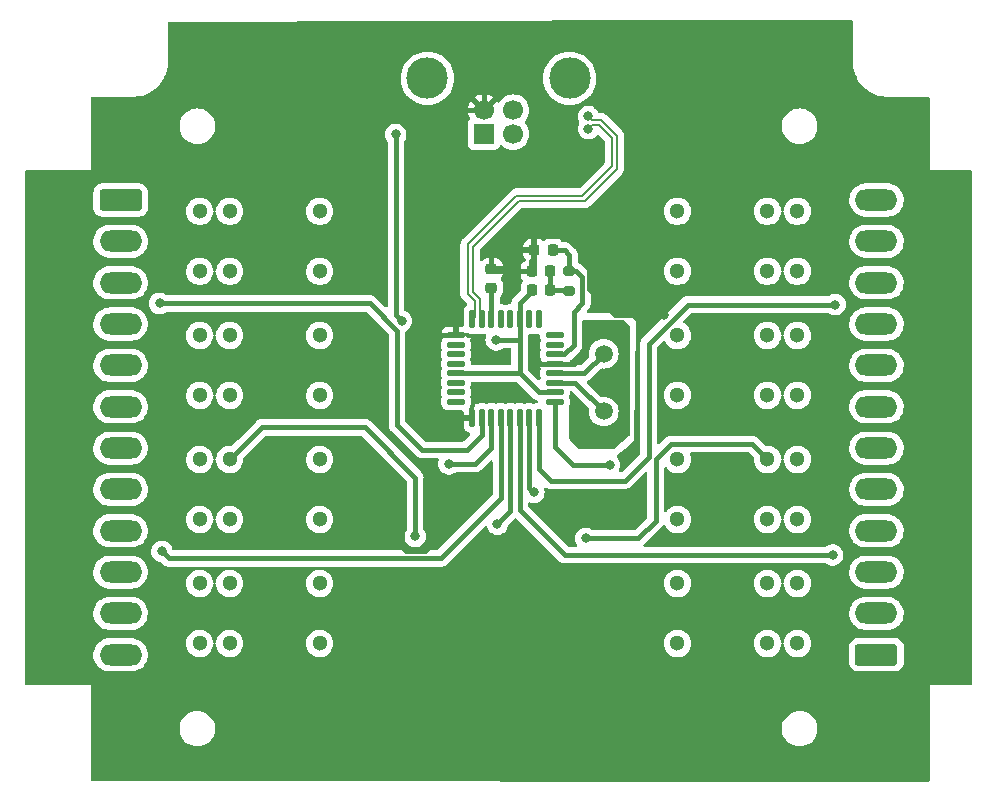
<source format=gbr>
%TF.GenerationSoftware,KiCad,Pcbnew,7.99.0-unknown-c06cea2fe9~166~ubuntu22.04.1*%
%TF.CreationDate,2023-02-26T22:53:05+01:00*%
%TF.ProjectId,FT245 relay,46543234-3520-4726-956c-61792e6b6963,rev?*%
%TF.SameCoordinates,Original*%
%TF.FileFunction,Copper,L1,Top*%
%TF.FilePolarity,Positive*%
%FSLAX46Y46*%
G04 Gerber Fmt 4.6, Leading zero omitted, Abs format (unit mm)*
G04 Created by KiCad (PCBNEW 7.99.0-unknown-c06cea2fe9~166~ubuntu22.04.1) date 2023-02-26 22:53:05*
%MOMM*%
%LPD*%
G01*
G04 APERTURE LIST*
G04 Aperture macros list*
%AMRoundRect*
0 Rectangle with rounded corners*
0 $1 Rounding radius*
0 $2 $3 $4 $5 $6 $7 $8 $9 X,Y pos of 4 corners*
0 Add a 4 corners polygon primitive as box body*
4,1,4,$2,$3,$4,$5,$6,$7,$8,$9,$2,$3,0*
0 Add four circle primitives for the rounded corners*
1,1,$1+$1,$2,$3*
1,1,$1+$1,$4,$5*
1,1,$1+$1,$6,$7*
1,1,$1+$1,$8,$9*
0 Add four rect primitives between the rounded corners*
20,1,$1+$1,$2,$3,$4,$5,0*
20,1,$1+$1,$4,$5,$6,$7,0*
20,1,$1+$1,$6,$7,$8,$9,0*
20,1,$1+$1,$8,$9,$2,$3,0*%
G04 Aperture macros list end*
%TA.AperFunction,SMDPad,CuDef*%
%ADD10RoundRect,0.125000X-0.125000X0.625000X-0.125000X-0.625000X0.125000X-0.625000X0.125000X0.625000X0*%
%TD*%
%TA.AperFunction,SMDPad,CuDef*%
%ADD11RoundRect,0.125000X-0.625000X0.125000X-0.625000X-0.125000X0.625000X-0.125000X0.625000X0.125000X0*%
%TD*%
%TA.AperFunction,SMDPad,CuDef*%
%ADD12RoundRect,0.218750X0.218750X0.256250X-0.218750X0.256250X-0.218750X-0.256250X0.218750X-0.256250X0*%
%TD*%
%TA.AperFunction,SMDPad,CuDef*%
%ADD13RoundRect,0.225000X0.225000X0.250000X-0.225000X0.250000X-0.225000X-0.250000X0.225000X-0.250000X0*%
%TD*%
%TA.AperFunction,ComponentPad*%
%ADD14C,1.300000*%
%TD*%
%TA.AperFunction,ComponentPad*%
%ADD15R,1.700000X1.700000*%
%TD*%
%TA.AperFunction,ComponentPad*%
%ADD16C,1.700000*%
%TD*%
%TA.AperFunction,ComponentPad*%
%ADD17C,3.500000*%
%TD*%
%TA.AperFunction,ComponentPad*%
%ADD18C,1.500000*%
%TD*%
%TA.AperFunction,SMDPad,CuDef*%
%ADD19RoundRect,0.225000X0.250000X-0.225000X0.250000X0.225000X-0.250000X0.225000X-0.250000X-0.225000X0*%
%TD*%
%TA.AperFunction,ComponentPad*%
%ADD20RoundRect,0.250000X1.550000X-0.650000X1.550000X0.650000X-1.550000X0.650000X-1.550000X-0.650000X0*%
%TD*%
%TA.AperFunction,ComponentPad*%
%ADD21O,3.600000X1.800000*%
%TD*%
%TA.AperFunction,SMDPad,CuDef*%
%ADD22RoundRect,0.200000X-0.275000X0.200000X-0.275000X-0.200000X0.275000X-0.200000X0.275000X0.200000X0*%
%TD*%
%TA.AperFunction,ComponentPad*%
%ADD23RoundRect,0.250000X-1.550000X0.650000X-1.550000X-0.650000X1.550000X-0.650000X1.550000X0.650000X0*%
%TD*%
%TA.AperFunction,ViaPad*%
%ADD24C,0.800000*%
%TD*%
%TA.AperFunction,Conductor*%
%ADD25C,0.400000*%
%TD*%
%TA.AperFunction,Conductor*%
%ADD26C,0.200000*%
%TD*%
G04 APERTURE END LIST*
D10*
%TO.P,U1,1,EESK*%
%TO.N,unconnected-(U1-EESK-Pad1)*%
X3390000Y9155000D03*
%TO.P,U1,2,EEDATA*%
%TO.N,unconnected-(U1-EEDATA-Pad2)*%
X2590000Y9155000D03*
%TO.P,U1,3,VCC*%
%TO.N,+5V*%
X1790000Y9155000D03*
%TO.P,U1,4,~{RESET}*%
%TO.N,unconnected-(U1-~{RESET}-Pad4)*%
X990000Y9155000D03*
%TO.P,U1,5,~{RSTOUT}*%
%TO.N,unconnected-(U1-~{RSTOUT}-Pad5)*%
X190000Y9155000D03*
%TO.P,U1,6,3V3OUT*%
%TO.N,+3.3V*%
X-610000Y9155000D03*
%TO.P,U1,7,USBDP*%
%TO.N,/D_R_P*%
X-1410000Y9155000D03*
%TO.P,U1,8,USBDM*%
%TO.N,/D_R_N*%
X-2210000Y9155000D03*
D11*
%TO.P,U1,9,GND*%
%TO.N,GND*%
X-3585000Y7780000D03*
%TO.P,U1,10,~{PWREN}*%
%TO.N,unconnected-(U1-~{PWREN}-Pad10)*%
X-3585000Y6980000D03*
%TO.P,U1,11,SI/WU*%
%TO.N,unconnected-(U1-SI{slash}WU-Pad11)*%
X-3585000Y6180000D03*
%TO.P,U1,12,~{RXF}*%
%TO.N,unconnected-(U1-~{RXF}-Pad12)*%
X-3585000Y5380000D03*
%TO.P,U1,13,VCCIO*%
%TO.N,+5V*%
X-3585000Y4580000D03*
%TO.P,U1,14,~{TXE}*%
%TO.N,unconnected-(U1-~{TXE}-Pad14)*%
X-3585000Y3780000D03*
%TO.P,U1,15,WR*%
%TO.N,unconnected-(U1-WR-Pad15)*%
X-3585000Y2980000D03*
%TO.P,U1,16,~{RD}*%
%TO.N,unconnected-(U1-~{RD}-Pad16)*%
X-3585000Y2180000D03*
D10*
%TO.P,U1,17,GND*%
%TO.N,GND*%
X-2210000Y805000D03*
%TO.P,U1,18,D7*%
%TO.N,/RELAY7*%
X-1410000Y805000D03*
%TO.P,U1,19,D6*%
%TO.N,/RELAY6*%
X-610000Y805000D03*
%TO.P,U1,20,D5*%
%TO.N,/RELAY5*%
X190000Y805000D03*
%TO.P,U1,21,D4*%
%TO.N,/RELAY4*%
X990000Y805000D03*
%TO.P,U1,22,D3*%
%TO.N,/RELAY3*%
X1790000Y805000D03*
%TO.P,U1,23,D2*%
%TO.N,/RELAY2*%
X2590000Y805000D03*
%TO.P,U1,24,D1*%
%TO.N,/RELAY1*%
X3390000Y805000D03*
D11*
%TO.P,U1,25,D0*%
%TO.N,/RELAY0*%
X4765000Y2180000D03*
%TO.P,U1,26,VCC*%
%TO.N,+5V*%
X4765000Y2980000D03*
%TO.P,U1,27,XTIN*%
%TO.N,Net-(U1-XTIN)*%
X4765000Y3780000D03*
%TO.P,U1,28,XTOUT*%
%TO.N,Net-(U1-XTOUT)*%
X4765000Y4580000D03*
%TO.P,U1,29,GND*%
%TO.N,GND*%
X4765000Y5380000D03*
%TO.P,U1,30,AVCC*%
%TO.N,Net-(U1-AVCC)*%
X4765000Y6180000D03*
%TO.P,U1,31,TEST*%
%TO.N,unconnected-(U1-TEST-Pad31)*%
X4765000Y6980000D03*
%TO.P,U1,32,EECS*%
%TO.N,unconnected-(U1-EECS-Pad32)*%
X4765000Y7780000D03*
%TD*%
D12*
%TO.P,L1,1,1*%
%TO.N,/VBUS_FILTERED*%
X4387500Y11600000D03*
%TO.P,L1,2,2*%
%TO.N,+5V*%
X2812500Y11600000D03*
%TD*%
D13*
%TO.P,C6,1*%
%TO.N,/VBUS_FILTERED*%
X4375000Y13200000D03*
%TO.P,C6,2*%
%TO.N,GND*%
X2825000Y13200000D03*
%TD*%
D14*
%TO.P,K8,1,NC*%
%TO.N,Net-(J2-Pin_3)*%
X25310000Y-13210000D03*
%TO.P,K8,2,COIL_1*%
%TO.N,Net-(D14-A)*%
X22770000Y-13210000D03*
%TO.P,K8,5,COM_1*%
%TO.N,Net-(J2-Pin_2)*%
X15150000Y-13210000D03*
%TO.P,K8,6,COM_2*%
X15150000Y-18290000D03*
%TO.P,K8,9,COIL_2*%
%TO.N,+5V*%
X22770000Y-18290000D03*
%TO.P,K8,10,NO*%
%TO.N,Net-(J2-Pin_1)*%
X25310000Y-18290000D03*
%TD*%
%TO.P,K7,1,NC*%
%TO.N,Net-(J2-Pin_6)*%
X25310000Y-2710000D03*
%TO.P,K7,2,COIL_1*%
%TO.N,+5V*%
X22770000Y-2710000D03*
%TO.P,K7,5,COM_1*%
%TO.N,Net-(J2-Pin_5)*%
X15150000Y-2710000D03*
%TO.P,K7,6,COM_2*%
X15150000Y-7790000D03*
%TO.P,K7,9,COIL_2*%
%TO.N,Net-(D12-A)*%
X22770000Y-7790000D03*
%TO.P,K7,10,NO*%
%TO.N,Net-(J2-Pin_4)*%
X25310000Y-7790000D03*
%TD*%
%TO.P,K6,1,NC*%
%TO.N,Net-(J2-Pin_9)*%
X25310000Y7790000D03*
%TO.P,K6,2,COIL_1*%
%TO.N,Net-(D5-A)*%
X22770000Y7790000D03*
%TO.P,K6,5,COM_1*%
%TO.N,Net-(J2-Pin_8)*%
X15150000Y7790000D03*
%TO.P,K6,6,COM_2*%
X15150000Y2710000D03*
%TO.P,K6,9,COIL_2*%
%TO.N,+5V*%
X22770000Y2710000D03*
%TO.P,K6,10,NO*%
%TO.N,Net-(J2-Pin_7)*%
X25310000Y2710000D03*
%TD*%
%TO.P,K5,1,NC*%
%TO.N,Net-(J2-Pin_12)*%
X25310000Y18290000D03*
%TO.P,K5,2,COIL_1*%
%TO.N,+5V*%
X22770000Y18290000D03*
%TO.P,K5,5,COM_1*%
%TO.N,Net-(J2-Pin_11)*%
X15150000Y18290000D03*
%TO.P,K5,6,COM_2*%
X15150000Y13210000D03*
%TO.P,K5,9,COIL_2*%
%TO.N,Net-(D10-A)*%
X22770000Y13210000D03*
%TO.P,K5,10,NO*%
%TO.N,Net-(J2-Pin_10)*%
X25310000Y13210000D03*
%TD*%
%TO.P,K4,1,NC*%
%TO.N,Net-(J3-Pin_3)*%
X-25310000Y13210000D03*
%TO.P,K4,2,COIL_1*%
%TO.N,Net-(D4-A)*%
X-22770000Y13210000D03*
%TO.P,K4,5,COM_1*%
%TO.N,Net-(J3-Pin_2)*%
X-15150000Y13210000D03*
%TO.P,K4,6,COM_2*%
X-15150000Y18290000D03*
%TO.P,K4,9,COIL_2*%
%TO.N,+5V*%
X-22770000Y18290000D03*
%TO.P,K4,10,NO*%
%TO.N,Net-(J3-Pin_1)*%
X-25310000Y18290000D03*
%TD*%
%TO.P,K3,1,NC*%
%TO.N,Net-(J3-Pin_6)*%
X-25310000Y2710000D03*
%TO.P,K3,2,COIL_1*%
%TO.N,+5V*%
X-22770000Y2710000D03*
%TO.P,K3,5,COM_1*%
%TO.N,Net-(J3-Pin_5)*%
X-15150000Y2710000D03*
%TO.P,K3,6,COM_2*%
X-15150000Y7790000D03*
%TO.P,K3,9,COIL_2*%
%TO.N,Net-(D3-A)*%
X-22770000Y7790000D03*
%TO.P,K3,10,NO*%
%TO.N,Net-(J3-Pin_4)*%
X-25310000Y7790000D03*
%TD*%
%TO.P,K2,1,NC*%
%TO.N,Net-(J3-Pin_9)*%
X-25310000Y-7790000D03*
%TO.P,K2,2,COIL_1*%
%TO.N,Net-(D2-A)*%
X-22770000Y-7790000D03*
%TO.P,K2,5,COM_1*%
%TO.N,Net-(J3-Pin_8)*%
X-15150000Y-7790000D03*
%TO.P,K2,6,COM_2*%
X-15150000Y-2710000D03*
%TO.P,K2,9,COIL_2*%
%TO.N,+5V*%
X-22770000Y-2710000D03*
%TO.P,K2,10,NO*%
%TO.N,Net-(J3-Pin_7)*%
X-25310000Y-2710000D03*
%TD*%
%TO.P,K1,1,NC*%
%TO.N,Net-(J3-Pin_12)*%
X-25310000Y-18290000D03*
%TO.P,K1,2,COIL_1*%
%TO.N,+5V*%
X-22770000Y-18290000D03*
%TO.P,K1,5,COM_1*%
%TO.N,Net-(J3-Pin_11)*%
X-15150000Y-18290000D03*
%TO.P,K1,6,COM_2*%
X-15150000Y-13210000D03*
%TO.P,K1,9,COIL_2*%
%TO.N,Net-(D1-A)*%
X-22770000Y-13210000D03*
%TO.P,K1,10,NO*%
%TO.N,Net-(J3-Pin_10)*%
X-25310000Y-13210000D03*
%TD*%
D15*
%TO.P,J1,1,VBUS*%
%TO.N,+5V*%
X-1249999Y24842499D03*
D16*
%TO.P,J1,2,D-*%
%TO.N,/D_N*%
X1250000Y24842500D03*
%TO.P,J1,3,D+*%
%TO.N,/D_P*%
X1250000Y26842500D03*
%TO.P,J1,4,GND*%
%TO.N,GND*%
X-1250000Y26842500D03*
D17*
%TO.P,J1,5,Shield*%
%TO.N,unconnected-(J1-Shield-Pad5)*%
X-6020000Y29552500D03*
X6020000Y29552500D03*
%TD*%
D18*
%TO.P,Y1,1,1*%
%TO.N,Net-(U1-XTOUT)*%
X8910000Y6230000D03*
%TO.P,Y1,2,2*%
%TO.N,Net-(U1-XTIN)*%
X8910000Y1350000D03*
%TD*%
D13*
%TO.P,C3,1*%
%TO.N,Net-(U1-AVCC)*%
X4575000Y15000000D03*
%TO.P,C3,2*%
%TO.N,GND*%
X3025000Y15000000D03*
%TD*%
D19*
%TO.P,C2,1*%
%TO.N,+3.3V*%
X-600000Y11825000D03*
%TO.P,C2,2*%
%TO.N,GND*%
X-600000Y13375000D03*
%TD*%
D20*
%TO.P,J2,1,Pin_1*%
%TO.N,Net-(J2-Pin_1)*%
X32000000Y-19250000D03*
D21*
%TO.P,J2,2,Pin_2*%
%TO.N,Net-(J2-Pin_2)*%
X31999999Y-15749999D03*
%TO.P,J2,3,Pin_3*%
%TO.N,Net-(J2-Pin_3)*%
X31999999Y-12249999D03*
%TO.P,J2,4,Pin_4*%
%TO.N,Net-(J2-Pin_4)*%
X31999999Y-8749999D03*
%TO.P,J2,5,Pin_5*%
%TO.N,Net-(J2-Pin_5)*%
X31999999Y-5249999D03*
%TO.P,J2,6,Pin_6*%
%TO.N,Net-(J2-Pin_6)*%
X31999999Y-1749999D03*
%TO.P,J2,7,Pin_7*%
%TO.N,Net-(J2-Pin_7)*%
X31999999Y1749999D03*
%TO.P,J2,8,Pin_8*%
%TO.N,Net-(J2-Pin_8)*%
X31999999Y5249999D03*
%TO.P,J2,9,Pin_9*%
%TO.N,Net-(J2-Pin_9)*%
X31999999Y8749999D03*
%TO.P,J2,10,Pin_10*%
%TO.N,Net-(J2-Pin_10)*%
X31999999Y12249999D03*
%TO.P,J2,11,Pin_11*%
%TO.N,Net-(J2-Pin_11)*%
X31999999Y15749999D03*
%TO.P,J2,12,Pin_12*%
%TO.N,Net-(J2-Pin_12)*%
X31999999Y19249999D03*
%TD*%
D22*
%TO.P,R3,1*%
%TO.N,Net-(U1-AVCC)*%
X6000000Y13225000D03*
%TO.P,R3,2*%
%TO.N,/VBUS_FILTERED*%
X6000000Y11575000D03*
%TD*%
D23*
%TO.P,J3,1,Pin_1*%
%TO.N,Net-(J3-Pin_1)*%
X-32000000Y19250000D03*
D21*
%TO.P,J3,2,Pin_2*%
%TO.N,Net-(J3-Pin_2)*%
X-31999999Y15749999D03*
%TO.P,J3,3,Pin_3*%
%TO.N,Net-(J3-Pin_3)*%
X-31999999Y12249999D03*
%TO.P,J3,4,Pin_4*%
%TO.N,Net-(J3-Pin_4)*%
X-31999999Y8749999D03*
%TO.P,J3,5,Pin_5*%
%TO.N,Net-(J3-Pin_5)*%
X-31999999Y5249999D03*
%TO.P,J3,6,Pin_6*%
%TO.N,Net-(J3-Pin_6)*%
X-31999999Y1749999D03*
%TO.P,J3,7,Pin_7*%
%TO.N,Net-(J3-Pin_7)*%
X-31999999Y-1749999D03*
%TO.P,J3,8,Pin_8*%
%TO.N,Net-(J3-Pin_8)*%
X-31999999Y-5249999D03*
%TO.P,J3,9,Pin_9*%
%TO.N,Net-(J3-Pin_9)*%
X-31999999Y-8749999D03*
%TO.P,J3,10,Pin_10*%
%TO.N,Net-(J3-Pin_10)*%
X-31999999Y-12249999D03*
%TO.P,J3,11,Pin_11*%
%TO.N,Net-(J3-Pin_11)*%
X-31999999Y-15749999D03*
%TO.P,J3,12,Pin_12*%
%TO.N,Net-(J3-Pin_12)*%
X-31999999Y-19249999D03*
%TD*%
D24*
%TO.N,GND*%
X10875000Y-6375000D03*
X-13000000Y2850000D03*
X-12075000Y-15850000D03*
X8900000Y10400000D03*
X2920000Y5380000D03*
%TO.N,+5V*%
X7400000Y-9400000D03*
%TO.N,GND*%
X-10500000Y-7800000D03*
X-5000000Y-9300000D03*
%TO.N,+5V*%
X-7055373Y-9224709D03*
X-8200000Y9000000D03*
X-8700000Y24800000D03*
%TO.N,GND*%
X-7500000Y6700000D03*
%TO.N,/RELAY0*%
X9400000Y-3200000D03*
%TO.N,/RELAY2*%
X3000000Y-5500000D03*
%TO.N,/RELAY4*%
X-100000Y-8200000D03*
%TO.N,/RELAY6*%
X-4200000Y-3100000D03*
%TO.N,/RELAY5*%
X-28500000Y-10500000D03*
%TO.N,GND*%
X13984668Y9515332D03*
X-3600000Y10400000D03*
%TO.N,/RELAY1*%
X28500000Y10400000D03*
%TO.N,/RELAY7*%
X-28700000Y10500000D03*
%TO.N,/RELAY3*%
X28300000Y-10800000D03*
%TO.N,+5V*%
X-200000Y7400000D03*
%TO.N,GND*%
X6800000Y5800000D03*
%TO.N,/D_R_N*%
X7600000Y25275000D03*
%TO.N,/D_R_P*%
X7600000Y26325000D03*
%TD*%
D25*
%TO.N,GND*%
X4765000Y5380000D02*
X2920000Y5380000D01*
%TO.N,/RELAY1*%
X28500000Y10400000D02*
X16000000Y10400000D01*
X10700000Y-4500000D02*
X4400000Y-4500000D01*
X16000000Y10400000D02*
X12700499Y7100499D01*
X4400000Y-4500000D02*
X3390000Y-3490000D01*
X12700499Y7100499D02*
X12700499Y-2499501D01*
X3390000Y-3490000D02*
X3390000Y805000D01*
%TO.N,+5V*%
X21460000Y-1400000D02*
X22770000Y-2710000D01*
%TO.N,/RELAY1*%
X12700499Y-2499501D02*
X10700000Y-4500000D01*
%TO.N,+5V*%
X7400000Y-9400000D02*
X11800000Y-9400000D01*
X14600000Y-1400000D02*
X21460000Y-1400000D01*
X11800000Y-9400000D02*
X13300000Y-7900000D01*
X13300000Y-7900000D02*
X13300000Y-2700000D01*
X13300000Y-2700000D02*
X14600000Y-1400000D01*
X-11300000Y0D02*
X-7055373Y-4244627D01*
%TO.N,/RELAY5*%
X-28500000Y-10500000D02*
X-27900500Y-11099500D01*
%TO.N,GND*%
X-7800000Y-10500000D02*
X-10500000Y-7800000D01*
%TO.N,+5V*%
X-22770000Y-2710000D02*
X-20060000Y0D01*
%TO.N,/RELAY5*%
X-4899500Y-11099500D02*
X190000Y-6010000D01*
%TO.N,GND*%
X-5000000Y-9300000D02*
X-6200000Y-10500000D01*
%TO.N,+5V*%
X-7055373Y-4244627D02*
X-7055373Y-9224709D01*
X-20060000Y0D02*
X-11300000Y0D01*
%TO.N,/RELAY5*%
X190000Y-6010000D02*
X190000Y805000D01*
X-27900500Y-11099500D02*
X-4899500Y-11099500D01*
%TO.N,GND*%
X-6200000Y-10500000D02*
X-7800000Y-10500000D01*
%TO.N,+5V*%
X-8700000Y9500000D02*
X-8700000Y24800000D01*
X-8200000Y9000000D02*
X-8700000Y9500000D01*
%TO.N,GND*%
X-5500000Y7100000D02*
X-5500000Y6700000D01*
X-5500000Y6700000D02*
X-5500000Y1100000D01*
X-7500000Y6700000D02*
X-5500000Y6700000D01*
%TO.N,/RELAY0*%
X4765000Y2180000D02*
X4765000Y-1665000D01*
X4765000Y-1665000D02*
X6300000Y-3200000D01*
X6300000Y-3200000D02*
X9400000Y-3200000D01*
%TO.N,/RELAY2*%
X2590000Y805000D02*
X2590000Y-5090000D01*
X2590000Y-5090000D02*
X3000000Y-5500000D01*
%TO.N,/RELAY3*%
X28300000Y-10800000D02*
X5600000Y-10800000D01*
X5600000Y-10800000D02*
X1790000Y-6990000D01*
X1790000Y-6990000D02*
X1790000Y805000D01*
%TO.N,/RELAY4*%
X990000Y805000D02*
X990000Y-7110000D01*
X990000Y-7110000D02*
X-100000Y-8200000D01*
%TO.N,/RELAY7*%
X-28700000Y10500000D02*
X-10900000Y10500000D01*
X-10900000Y10500000D02*
X-8600000Y8200000D01*
X-8600000Y200000D02*
X-6500000Y-1900000D01*
X-8600000Y8200000D02*
X-8600000Y200000D01*
X-1410000Y-610000D02*
X-1410000Y805000D01*
X-6500000Y-1900000D02*
X-2700000Y-1900000D01*
X-2700000Y-1900000D02*
X-1410000Y-610000D01*
%TO.N,/RELAY6*%
X-610000Y805000D02*
X-610000Y-1710000D01*
X-610000Y-1710000D02*
X-2000000Y-3100000D01*
X-2000000Y-3100000D02*
X-4200000Y-3100000D01*
%TO.N,GND*%
X-3585000Y7780000D02*
X-4820000Y7780000D01*
X-4820000Y7780000D02*
X-5500000Y7100000D01*
X-5500000Y1100000D02*
X-5205000Y805000D01*
X-5205000Y805000D02*
X-2210000Y805000D01*
%TO.N,Net-(U1-AVCC)*%
X6400000Y9800000D02*
X6400000Y7000000D01*
X7100499Y10500499D02*
X6400000Y9800000D01*
X7100499Y12699501D02*
X7100499Y10500499D01*
X5580000Y6180000D02*
X4765000Y6180000D01*
X6000000Y13225000D02*
X6575000Y13225000D01*
%TO.N,GND*%
X9884668Y9515332D02*
X7700000Y11700000D01*
%TO.N,Net-(U1-AVCC)*%
X6400000Y7000000D02*
X5580000Y6180000D01*
X6575000Y13225000D02*
X7100499Y12699501D01*
%TO.N,GND*%
X13984668Y9515332D02*
X9884668Y9515332D01*
X7700000Y11700000D02*
X7700000Y17700000D01*
X3025000Y15000000D02*
X3025000Y16725000D01*
X3025000Y16725000D02*
X4000000Y17700000D01*
X4000000Y17700000D02*
X7700000Y17700000D01*
X7700000Y17700000D02*
X11700000Y21700000D01*
X8700000Y32600000D02*
X1700000Y32600000D01*
X11700000Y21700000D02*
X11700000Y29600000D01*
X11700000Y29600000D02*
X8700000Y32600000D01*
X1700000Y32600000D02*
X-1250000Y29650000D01*
X-1250000Y29650000D02*
X-1250000Y26842500D01*
X-3585000Y7780000D02*
X-3585000Y25915000D01*
X-3585000Y25915000D02*
X-2657500Y26842500D01*
X-2657500Y26842500D02*
X-1250000Y26842500D01*
%TO.N,+5V*%
X1790000Y9155000D02*
X1790000Y7400000D01*
X1790000Y7400000D02*
X1790000Y4750000D01*
X-200000Y7400000D02*
X1790000Y7400000D01*
X4765000Y2980000D02*
X3420000Y2980000D01*
X3420000Y2980000D02*
X1820000Y4580000D01*
X1820000Y4580000D02*
X1620000Y4580000D01*
X1790000Y4750000D02*
X1620000Y4580000D01*
X1620000Y4580000D02*
X220000Y4580000D01*
X220000Y4580000D02*
X-3585000Y4580000D01*
%TO.N,GND*%
X4765000Y5380000D02*
X6380000Y5380000D01*
X6380000Y5380000D02*
X6800000Y5800000D01*
%TO.N,Net-(U1-XTIN)*%
X4765000Y3780000D02*
X6480000Y3780000D01*
X6480000Y3780000D02*
X8910000Y1350000D01*
%TO.N,Net-(U1-XTOUT)*%
X4765000Y4580000D02*
X7260000Y4580000D01*
X7260000Y4580000D02*
X8910000Y6230000D01*
%TO.N,/VBUS_FILTERED*%
X4375000Y13200000D02*
X4375000Y11612500D01*
X4375000Y11612500D02*
X4387500Y11600000D01*
%TO.N,Net-(U1-AVCC)*%
X6000000Y13225000D02*
X6000000Y14600000D01*
X6000000Y14600000D02*
X5600000Y15000000D01*
X5600000Y15000000D02*
X4575000Y15000000D01*
%TO.N,GND*%
X3025000Y15000000D02*
X3025000Y13400000D01*
X3025000Y13400000D02*
X2825000Y13200000D01*
X2825000Y13200000D02*
X-425000Y13200000D01*
X-425000Y13200000D02*
X-600000Y13375000D01*
%TO.N,/VBUS_FILTERED*%
X4387500Y11600000D02*
X5975000Y11600000D01*
%TO.N,+5V*%
X1790000Y9155000D02*
X1790000Y10516472D01*
X1790000Y10516472D02*
X2812500Y11538972D01*
X2812500Y11538972D02*
X2812500Y11600000D01*
D26*
%TO.N,/D_R_P*%
X-1584999Y10903199D02*
X-2040900Y11359100D01*
X-2040900Y11359100D02*
X-2175000Y11493200D01*
D25*
%TO.N,+3.3V*%
X-610000Y9155000D02*
X-610000Y11815000D01*
X-610000Y11815000D02*
X-600000Y11825000D01*
D26*
%TO.N,/D_R_N*%
X7106800Y19625000D02*
X9575000Y22093200D01*
X8506800Y25575000D02*
X7899999Y25574999D01*
X7899999Y25574999D02*
X7600000Y25275000D01*
X-2625000Y15493200D02*
X1506800Y19625000D01*
X-2035001Y9329999D02*
X-2035001Y10716801D01*
X-2035001Y10716801D02*
X-2625000Y11306800D01*
X-2210000Y9155000D02*
X-2035001Y9329999D01*
X9575000Y22093200D02*
X9575000Y24506800D01*
X9575000Y24506800D02*
X8506800Y25575000D01*
X1506800Y19625000D02*
X7106800Y19625000D01*
X-2625000Y11306800D02*
X-2625000Y15493200D01*
%TO.N,/D_R_P*%
X-2175000Y15306800D02*
X1693200Y19175000D01*
X-1584999Y9329999D02*
X-1584999Y10903199D01*
X10025000Y24693200D02*
X8693200Y26025000D01*
X7293200Y19175000D02*
X10025000Y21906800D01*
X-2175000Y11493200D02*
X-2175000Y15306800D01*
X7899999Y26025001D02*
X7600000Y26325000D01*
X1693200Y19175000D02*
X7293200Y19175000D01*
X-1410000Y9155000D02*
X-1584999Y9329999D01*
X8693200Y26025000D02*
X7899999Y26025001D01*
X10025000Y21906800D02*
X10025000Y24693200D01*
%TD*%
%TA.AperFunction,Conductor*%
%TO.N,GND*%
G36*
X12548385Y-3790201D02*
G01*
X12585985Y-3834224D01*
X12599500Y-3890519D01*
X12599500Y-7558481D01*
X12590061Y-7605934D01*
X12563181Y-7646162D01*
X11546162Y-8663181D01*
X11505934Y-8690061D01*
X11458481Y-8699500D01*
X8008156Y-8699500D01*
X7969838Y-8693431D01*
X7935270Y-8675818D01*
X7852727Y-8615847D01*
X7679802Y-8538855D01*
X7494648Y-8499500D01*
X7494646Y-8499500D01*
X7305354Y-8499500D01*
X7305352Y-8499500D01*
X7120197Y-8538855D01*
X6947269Y-8615848D01*
X6794129Y-8727110D01*
X6667466Y-8867783D01*
X6572820Y-9031715D01*
X6514326Y-9211742D01*
X6494540Y-9399999D01*
X6514326Y-9588257D01*
X6572820Y-9768284D01*
X6656661Y-9913500D01*
X6673274Y-9975500D01*
X6656661Y-10037500D01*
X6611274Y-10082887D01*
X6549274Y-10099500D01*
X5941519Y-10099500D01*
X5894066Y-10090061D01*
X5853838Y-10063181D01*
X2526819Y-6736162D01*
X2499939Y-6695934D01*
X2490500Y-6648481D01*
X2490500Y-6449819D01*
X2505527Y-6390651D01*
X2546965Y-6345823D01*
X2604772Y-6326201D01*
X2664935Y-6336539D01*
X2680746Y-6343579D01*
X2720199Y-6361145D01*
X2905352Y-6400500D01*
X2905354Y-6400500D01*
X3094646Y-6400500D01*
X3094648Y-6400500D01*
X3218083Y-6374262D01*
X3279803Y-6361144D01*
X3452730Y-6284151D01*
X3479426Y-6264755D01*
X3605870Y-6172889D01*
X3732533Y-6032216D01*
X3827179Y-5868284D01*
X3857790Y-5774074D01*
X3885674Y-5688256D01*
X3905460Y-5500000D01*
X3885674Y-5311744D01*
X3867529Y-5255901D01*
X3862806Y-5199375D01*
X3883752Y-5146655D01*
X3925985Y-5108781D01*
X3980666Y-5093680D01*
X4036350Y-5104510D01*
X4044181Y-5108035D01*
X4063731Y-5119062D01*
X4072066Y-5124816D01*
X4072068Y-5124816D01*
X4072070Y-5124818D01*
X4128326Y-5146152D01*
X4135220Y-5149009D01*
X4190069Y-5173695D01*
X4200044Y-5175522D01*
X4221656Y-5181547D01*
X4231128Y-5185140D01*
X4290841Y-5192390D01*
X4298185Y-5193507D01*
X4357394Y-5204358D01*
X4414102Y-5200927D01*
X4417434Y-5200726D01*
X4424921Y-5200500D01*
X10675079Y-5200500D01*
X10682566Y-5200726D01*
X10685706Y-5200915D01*
X10742606Y-5204358D01*
X10801782Y-5193513D01*
X10809181Y-5192387D01*
X10868872Y-5185140D01*
X10878335Y-5181550D01*
X10899958Y-5175522D01*
X10909932Y-5173695D01*
X10964808Y-5148996D01*
X10971673Y-5146152D01*
X11027930Y-5124818D01*
X11036270Y-5119060D01*
X11055819Y-5108035D01*
X11065057Y-5103878D01*
X11112413Y-5066775D01*
X11118420Y-5062355D01*
X11167929Y-5028183D01*
X11207823Y-4983150D01*
X11212924Y-4977731D01*
X12387818Y-3802838D01*
X12437182Y-3772588D01*
X12494898Y-3768046D01*
X12548385Y-3790201D01*
G37*
%TD.AperFunction*%
%TA.AperFunction,Conductor*%
G36*
X10596091Y9090561D02*
G01*
X10636319Y9063681D01*
X11063681Y8636319D01*
X11090561Y8596091D01*
X11100000Y8548638D01*
X11100000Y-642489D01*
X11088490Y-694662D01*
X11056097Y-737148D01*
X9842923Y-1763681D01*
X9834675Y-1770660D01*
X9797229Y-1792434D01*
X9754578Y-1800000D01*
X6851362Y-1800000D01*
X6803909Y-1790561D01*
X6763681Y-1763681D01*
X6036319Y-1036319D01*
X6009439Y-996091D01*
X6000000Y-948638D01*
X6000000Y1894981D01*
X6004924Y1929576D01*
X6012708Y1956370D01*
X6012709Y1956373D01*
X6015500Y1991837D01*
X6015499Y2368162D01*
X6012709Y2403627D01*
X6004923Y2430423D01*
X6000000Y2465019D01*
X6000000Y2694981D01*
X6004924Y2729576D01*
X6012708Y2756370D01*
X6012709Y2756373D01*
X6015500Y2791837D01*
X6015499Y2954481D01*
X6029014Y3010775D01*
X6066613Y3054799D01*
X6120101Y3076954D01*
X6177817Y3072412D01*
X6227180Y3042162D01*
X7635124Y1634217D01*
X7663965Y1588947D01*
X7670971Y1535729D01*
X7654722Y1350000D01*
X7673792Y1132025D01*
X7730425Y920668D01*
X7776725Y821379D01*
X7822898Y722361D01*
X7934941Y562347D01*
X7948405Y543119D01*
X8103119Y388405D01*
X8103122Y388402D01*
X8103123Y388402D01*
X8282361Y262898D01*
X8282362Y262897D01*
X8282363Y262897D01*
X8480668Y170425D01*
X8692025Y113792D01*
X8910000Y94722D01*
X9127974Y113792D01*
X9339331Y170425D01*
X9456197Y224921D01*
X9537639Y262898D01*
X9716877Y388402D01*
X9871598Y543123D01*
X9997102Y722361D01*
X10089575Y920670D01*
X10146207Y1132023D01*
X10165277Y1350000D01*
X10146207Y1567977D01*
X10089575Y1779330D01*
X9997102Y1977638D01*
X9871598Y2156877D01*
X9716877Y2311598D01*
X9537639Y2437102D01*
X9339330Y2529575D01*
X9127977Y2586207D01*
X8910000Y2605277D01*
X8724268Y2589028D01*
X8671051Y2596034D01*
X8625782Y2624873D01*
X7511502Y3739153D01*
X7480256Y3791733D01*
X7477947Y3852856D01*
X7505137Y3907647D01*
X7555212Y3942773D01*
X7587926Y3955180D01*
X7587927Y3955181D01*
X7587930Y3955182D01*
X7596273Y3960941D01*
X7615813Y3971961D01*
X7625054Y3976120D01*
X7672405Y4013216D01*
X7678436Y4017654D01*
X7686070Y4022923D01*
X7727929Y4051817D01*
X7767822Y4096847D01*
X7772940Y4102283D01*
X8625781Y4955124D01*
X8671051Y4983965D01*
X8724269Y4990971D01*
X8909999Y4974722D01*
X9127974Y4993792D01*
X9339331Y5050425D01*
X9446205Y5100261D01*
X9537639Y5142898D01*
X9716877Y5268402D01*
X9871598Y5423123D01*
X9997102Y5602361D01*
X10089575Y5800670D01*
X10146207Y6012023D01*
X10152661Y6085796D01*
X10165278Y6230000D01*
X10146207Y6447974D01*
X10146207Y6447977D01*
X10089575Y6659330D01*
X9997102Y6857638D01*
X9871598Y7036877D01*
X9716877Y7191598D01*
X9537639Y7317102D01*
X9339330Y7409575D01*
X9127977Y7466207D01*
X8910000Y7485277D01*
X8692023Y7466207D01*
X8480670Y7409575D01*
X8282362Y7317102D01*
X8118364Y7202270D01*
X8103122Y7191597D01*
X7948402Y7036877D01*
X7822898Y6857638D01*
X7730425Y6659331D01*
X7673792Y6447974D01*
X7654722Y6230000D01*
X7670971Y6044269D01*
X7663965Y5991051D01*
X7635124Y5945781D01*
X7006162Y5316819D01*
X6965934Y5289939D01*
X6918481Y5280500D01*
X6124000Y5280500D01*
X6062000Y5297113D01*
X6016613Y5342500D01*
X6000000Y5404500D01*
X6000000Y5553654D01*
X6014204Y5611280D01*
X6039169Y5639460D01*
X6037944Y5640547D01*
X6047927Y5651815D01*
X6047929Y5651817D01*
X6087821Y5696846D01*
X6092940Y5702283D01*
X6877715Y6487058D01*
X6883153Y6492178D01*
X6928183Y6532071D01*
X6962354Y6581577D01*
X6966785Y6587596D01*
X7003874Y6634938D01*
X7003878Y6634943D01*
X7008039Y6644190D01*
X7019058Y6663726D01*
X7024818Y6672070D01*
X7046155Y6728334D01*
X7048997Y6735195D01*
X7073694Y6790068D01*
X7075520Y6800036D01*
X7081547Y6821655D01*
X7085140Y6831128D01*
X7092392Y6890856D01*
X7093509Y6898201D01*
X7104357Y6957394D01*
X7100726Y7017423D01*
X7100500Y7024910D01*
X7100500Y8976000D01*
X7117113Y9038000D01*
X7162500Y9083387D01*
X7224500Y9100000D01*
X10548638Y9100000D01*
X10596091Y9090561D01*
G37*
%TD.AperFunction*%
%TA.AperFunction,Conductor*%
G36*
X3157589Y7909843D02*
G01*
X3166373Y7907291D01*
X3201837Y7904500D01*
X3390500Y7904500D01*
X3452500Y7887887D01*
X3497887Y7842500D01*
X3514500Y7780501D01*
X3514500Y7591835D01*
X3517290Y7556371D01*
X3558481Y7414595D01*
X3558481Y7345405D01*
X3517291Y7203629D01*
X3514500Y7168160D01*
X3514500Y6791835D01*
X3517290Y6756371D01*
X3558481Y6614595D01*
X3558481Y6545405D01*
X3517291Y6403629D01*
X3514500Y6368160D01*
X3514500Y5991835D01*
X3517290Y5956370D01*
X3558741Y5813697D01*
X3558741Y5744507D01*
X3525474Y5630000D01*
X3629048Y5630000D01*
X3676501Y5620561D01*
X3716730Y5593680D01*
X3753579Y5556830D01*
X3872108Y5486732D01*
X3916697Y5441437D01*
X3932987Y5380000D01*
X3916697Y5318563D01*
X3872108Y5273268D01*
X3798709Y5229859D01*
X3753580Y5203170D01*
X3753579Y5203169D01*
X3716730Y5166320D01*
X3676501Y5139439D01*
X3629048Y5130000D01*
X3525475Y5130000D01*
X3525474Y5129999D01*
X3558742Y5015489D01*
X3558741Y4946300D01*
X3517291Y4803629D01*
X3514500Y4768160D01*
X3514500Y4391835D01*
X3517290Y4356371D01*
X3558481Y4214595D01*
X3558481Y4145405D01*
X3546462Y4104036D01*
X3513679Y4049583D01*
X3458223Y4018527D01*
X3394666Y4019026D01*
X3339707Y4050948D01*
X2526819Y4863838D01*
X2499939Y4904066D01*
X2490500Y4951519D01*
X2490500Y7780500D01*
X2507113Y7842500D01*
X2552500Y7887887D01*
X2614499Y7904500D01*
X2778164Y7904500D01*
X2813629Y7907290D01*
X2955405Y7948480D01*
X3024594Y7948481D01*
X3157589Y7909843D01*
G37*
%TD.AperFunction*%
%TA.AperFunction,Conductor*%
G36*
X29937500Y34482887D02*
G01*
X29982887Y34437500D01*
X29999500Y34375500D01*
X29999500Y31000966D01*
X29999484Y30998958D01*
X29996943Y30842053D01*
X30025498Y30527416D01*
X30087465Y30217617D01*
X30182134Y29916196D01*
X30308423Y29626605D01*
X30308426Y29626599D01*
X30350669Y29552500D01*
X30464900Y29352122D01*
X30649757Y29095927D01*
X30860906Y28860906D01*
X31095927Y28649757D01*
X31352122Y28464900D01*
X31422402Y28424835D01*
X31626599Y28308426D01*
X31626602Y28308424D01*
X31626605Y28308423D01*
X31916196Y28182134D01*
X32217617Y28087465D01*
X32527416Y28025498D01*
X32842053Y27996943D01*
X32842058Y27996943D01*
X32842060Y27996943D01*
X32998958Y27999484D01*
X33000966Y27999500D01*
X36375500Y27999500D01*
X36437500Y27982887D01*
X36482887Y27937500D01*
X36499500Y27875500D01*
X36499500Y21824760D01*
X36499459Y21824554D01*
X36499459Y21800000D01*
X36499500Y21799901D01*
X36499605Y21799644D01*
X36499617Y21799616D01*
X36499618Y21799615D01*
X36499999Y21799459D01*
X36500000Y21799459D01*
X36524616Y21799476D01*
X36524616Y21799471D01*
X36524760Y21799500D01*
X39975500Y21799500D01*
X40037500Y21782887D01*
X40082887Y21737500D01*
X40099500Y21675500D01*
X40099500Y-21675500D01*
X40082887Y-21737500D01*
X40037500Y-21782887D01*
X39975500Y-21799500D01*
X36524760Y-21799500D01*
X36524554Y-21799459D01*
X36499998Y-21799459D01*
X36499807Y-21799538D01*
X36499619Y-21799615D01*
X36499615Y-21799618D01*
X36499459Y-21799999D01*
X36499476Y-21824616D01*
X36499471Y-21824616D01*
X36499500Y-21824760D01*
X36499500Y-29875500D01*
X36482887Y-29937500D01*
X36437500Y-29982887D01*
X36375500Y-29999500D01*
X35105549Y-29999500D01*
X-34375544Y-29975035D01*
X-34437525Y-29958408D01*
X-34482894Y-29913022D01*
X-34499500Y-29851035D01*
X-34499500Y-25624335D01*
X-27000500Y-25624335D01*
X-26959571Y-25869614D01*
X-26878828Y-26104810D01*
X-26760474Y-26323509D01*
X-26607738Y-26519744D01*
X-26424785Y-26688164D01*
X-26216607Y-26824173D01*
X-25988881Y-26924063D01*
X-25747821Y-26985108D01*
X-25663387Y-26992104D01*
X-25562073Y-27000500D01*
X-25562067Y-27000500D01*
X-25437933Y-27000500D01*
X-25437927Y-27000500D01*
X-25326480Y-26991264D01*
X-25252179Y-26985108D01*
X-25011119Y-26924063D01*
X-24783393Y-26824173D01*
X-24575215Y-26688164D01*
X-24392262Y-26519744D01*
X-24375036Y-26497612D01*
X-24239529Y-26323514D01*
X-24239526Y-26323509D01*
X-24121172Y-26104810D01*
X-24040429Y-25869614D01*
X-23999500Y-25624335D01*
X23999500Y-25624335D01*
X24040429Y-25869614D01*
X24121172Y-26104810D01*
X24239526Y-26323509D01*
X24239529Y-26323514D01*
X24375036Y-26497612D01*
X24392262Y-26519744D01*
X24575215Y-26688164D01*
X24783393Y-26824173D01*
X25011119Y-26924063D01*
X25252179Y-26985108D01*
X25326480Y-26991264D01*
X25437927Y-27000500D01*
X25437933Y-27000500D01*
X25562067Y-27000500D01*
X25562073Y-27000500D01*
X25663387Y-26992104D01*
X25747821Y-26985108D01*
X25988881Y-26924063D01*
X26216607Y-26824173D01*
X26424785Y-26688164D01*
X26607738Y-26519744D01*
X26760474Y-26323509D01*
X26878828Y-26104810D01*
X26959571Y-25869614D01*
X27000500Y-25624335D01*
X27000500Y-25375665D01*
X26959571Y-25130386D01*
X26878828Y-24895190D01*
X26760474Y-24676491D01*
X26760471Y-24676487D01*
X26760470Y-24676485D01*
X26607740Y-24480259D01*
X26607738Y-24480256D01*
X26424785Y-24311836D01*
X26216607Y-24175827D01*
X26216604Y-24175825D01*
X26091523Y-24120960D01*
X25988881Y-24075937D01*
X25747821Y-24014892D01*
X25747819Y-24014891D01*
X25747816Y-24014891D01*
X25562073Y-23999500D01*
X25562067Y-23999500D01*
X25437933Y-23999500D01*
X25437927Y-23999500D01*
X25252183Y-24014891D01*
X25252179Y-24014891D01*
X25252179Y-24014892D01*
X25011119Y-24075937D01*
X25011116Y-24075938D01*
X25011117Y-24075938D01*
X24783395Y-24175825D01*
X24644607Y-24266499D01*
X24575215Y-24311836D01*
X24575213Y-24311837D01*
X24575214Y-24311837D01*
X24392259Y-24480259D01*
X24239529Y-24676485D01*
X24121170Y-24895194D01*
X24040429Y-25130384D01*
X24040429Y-25130386D01*
X23999500Y-25375665D01*
X23999500Y-25624335D01*
X-23999500Y-25624335D01*
X-23999500Y-25375665D01*
X-24040429Y-25130386D01*
X-24040429Y-25130384D01*
X-24121170Y-24895194D01*
X-24239529Y-24676485D01*
X-24392259Y-24480259D01*
X-24575214Y-24311837D01*
X-24575213Y-24311837D01*
X-24575215Y-24311836D01*
X-24644607Y-24266499D01*
X-24783395Y-24175825D01*
X-25011117Y-24075938D01*
X-25011116Y-24075938D01*
X-25011119Y-24075937D01*
X-25252179Y-24014892D01*
X-25252179Y-24014891D01*
X-25252183Y-24014891D01*
X-25437927Y-23999500D01*
X-25437933Y-23999500D01*
X-25562067Y-23999500D01*
X-25562073Y-23999500D01*
X-25747816Y-24014891D01*
X-25747819Y-24014891D01*
X-25747821Y-24014892D01*
X-25988881Y-24075937D01*
X-26091523Y-24120960D01*
X-26216604Y-24175825D01*
X-26216607Y-24175827D01*
X-26424785Y-24311836D01*
X-26607738Y-24480256D01*
X-26607740Y-24480259D01*
X-26760470Y-24676485D01*
X-26760471Y-24676487D01*
X-26760474Y-24676491D01*
X-26878828Y-24895190D01*
X-26959571Y-25130386D01*
X-27000500Y-25375665D01*
X-27000500Y-25624335D01*
X-34499500Y-25624335D01*
X-34499500Y-21824760D01*
X-34499471Y-21824616D01*
X-34499476Y-21824616D01*
X-34499459Y-21799999D01*
X-34499615Y-21799618D01*
X-34499619Y-21799615D01*
X-34499807Y-21799538D01*
X-34499998Y-21799459D01*
X-34524554Y-21799459D01*
X-34524760Y-21799500D01*
X-39951968Y-21799500D01*
X-40013617Y-21783089D01*
X-40058948Y-21738199D01*
X-40075962Y-21676714D01*
X-40086006Y-20650500D01*
X-40099493Y-19272289D01*
X-40099500Y-19271075D01*
X-40099500Y-19190346D01*
X-34304298Y-19190346D01*
X-34294180Y-19428532D01*
X-34243954Y-19661581D01*
X-34155064Y-19882790D01*
X-34030069Y-20085795D01*
X-33872564Y-20264755D01*
X-33687080Y-20414523D01*
X-33478954Y-20530790D01*
X-33478950Y-20530791D01*
X-33478951Y-20530791D01*
X-33254168Y-20610212D01*
X-33019203Y-20650500D01*
X-33019200Y-20650500D01*
X-31040503Y-20650500D01*
X-31040499Y-20650500D01*
X-30898067Y-20638376D01*
X-30862459Y-20635346D01*
X-30785556Y-20615322D01*
X-30631749Y-20575275D01*
X-30414514Y-20477077D01*
X-30216997Y-20343579D01*
X-30044881Y-20178620D01*
X-29903121Y-19986947D01*
X-29884497Y-19950008D01*
X29699500Y-19950008D01*
X29710000Y-20052796D01*
X29765186Y-20219334D01*
X29857288Y-20368657D01*
X29981342Y-20492711D01*
X29981344Y-20492712D01*
X30130666Y-20584814D01*
X30242017Y-20621712D01*
X30297202Y-20639999D01*
X30307702Y-20641071D01*
X30399991Y-20650500D01*
X33600008Y-20650499D01*
X33702797Y-20639999D01*
X33869334Y-20584814D01*
X34018656Y-20492712D01*
X34142712Y-20368656D01*
X34234814Y-20219334D01*
X34289999Y-20052797D01*
X34300500Y-19950009D01*
X34300499Y-18549992D01*
X34289999Y-18447203D01*
X34234814Y-18280666D01*
X34142712Y-18131344D01*
X34142711Y-18131342D01*
X34018657Y-18007288D01*
X33869334Y-17915186D01*
X33702797Y-17860000D01*
X33600009Y-17849500D01*
X30399991Y-17849500D01*
X30297203Y-17860000D01*
X30130665Y-17915186D01*
X29981342Y-18007288D01*
X29857288Y-18131342D01*
X29765186Y-18280665D01*
X29710000Y-18447202D01*
X29699500Y-18549990D01*
X29699500Y-19950008D01*
X-29884497Y-19950008D01*
X-29795793Y-19774074D01*
X-29725984Y-19546123D01*
X-29712458Y-19440500D01*
X-29695702Y-19309654D01*
X-29697289Y-19272289D01*
X-29705819Y-19071470D01*
X-29756046Y-18838418D01*
X-29844935Y-18617211D01*
X-29969932Y-18414203D01*
X-30079245Y-18290000D01*
X-26465429Y-18290000D01*
X-26445756Y-18502310D01*
X-26387405Y-18707389D01*
X-26340080Y-18802430D01*
X-26292368Y-18898252D01*
X-26292366Y-18898253D01*
X-26292366Y-18898255D01*
X-26163872Y-19068407D01*
X-26006302Y-19212052D01*
X-25825019Y-19324298D01*
X-25626198Y-19401321D01*
X-25416610Y-19440500D01*
X-25203392Y-19440500D01*
X-25203390Y-19440500D01*
X-24993802Y-19401321D01*
X-24794981Y-19324298D01*
X-24613698Y-19212052D01*
X-24456128Y-19068407D01*
X-24369637Y-18953876D01*
X-24327631Y-18898252D01*
X-24232595Y-18707390D01*
X-24174243Y-18502310D01*
X-24163471Y-18386048D01*
X-24143367Y-18328996D01*
X-24100589Y-18289999D01*
X-23979410Y-18289999D01*
X-23936633Y-18328996D01*
X-23916529Y-18386047D01*
X-23905756Y-18502310D01*
X-23847405Y-18707389D01*
X-23800080Y-18802430D01*
X-23752368Y-18898252D01*
X-23752366Y-18898253D01*
X-23752366Y-18898255D01*
X-23623872Y-19068407D01*
X-23466302Y-19212052D01*
X-23285019Y-19324298D01*
X-23086198Y-19401321D01*
X-22876610Y-19440500D01*
X-22663392Y-19440500D01*
X-22663390Y-19440500D01*
X-22453802Y-19401321D01*
X-22254981Y-19324298D01*
X-22073698Y-19212052D01*
X-21916128Y-19068407D01*
X-21829637Y-18953876D01*
X-21787631Y-18898252D01*
X-21692595Y-18707390D01*
X-21634243Y-18502310D01*
X-21614571Y-18290000D01*
X-16305429Y-18290000D01*
X-16285756Y-18502310D01*
X-16227405Y-18707389D01*
X-16180080Y-18802430D01*
X-16132368Y-18898252D01*
X-16132366Y-18898253D01*
X-16132366Y-18898255D01*
X-16003872Y-19068407D01*
X-15846302Y-19212052D01*
X-15665019Y-19324298D01*
X-15466198Y-19401321D01*
X-15256610Y-19440500D01*
X-15043392Y-19440500D01*
X-15043390Y-19440500D01*
X-14833802Y-19401321D01*
X-14634981Y-19324298D01*
X-14453698Y-19212052D01*
X-14296128Y-19068407D01*
X-14209637Y-18953876D01*
X-14167631Y-18898252D01*
X-14072595Y-18707390D01*
X-14014243Y-18502310D01*
X-13994571Y-18289999D01*
X13994571Y-18289999D01*
X14014243Y-18502310D01*
X14072595Y-18707390D01*
X14167631Y-18898252D01*
X14209637Y-18953876D01*
X14296128Y-19068407D01*
X14453698Y-19212052D01*
X14634981Y-19324298D01*
X14833802Y-19401321D01*
X15043390Y-19440500D01*
X15256608Y-19440500D01*
X15256610Y-19440500D01*
X15466198Y-19401321D01*
X15665019Y-19324298D01*
X15846302Y-19212052D01*
X16003872Y-19068407D01*
X16132366Y-18898255D01*
X16132366Y-18898253D01*
X16132368Y-18898252D01*
X16180080Y-18802430D01*
X16227405Y-18707389D01*
X16285756Y-18502310D01*
X16305429Y-18290000D01*
X16305429Y-18289999D01*
X21614571Y-18289999D01*
X21634243Y-18502310D01*
X21692595Y-18707390D01*
X21787631Y-18898252D01*
X21829637Y-18953876D01*
X21916128Y-19068407D01*
X22073698Y-19212052D01*
X22254981Y-19324298D01*
X22453802Y-19401321D01*
X22663390Y-19440500D01*
X22876608Y-19440500D01*
X22876610Y-19440500D01*
X23086198Y-19401321D01*
X23285019Y-19324298D01*
X23466302Y-19212052D01*
X23623872Y-19068407D01*
X23752366Y-18898255D01*
X23752366Y-18898253D01*
X23752368Y-18898252D01*
X23800080Y-18802430D01*
X23847405Y-18707389D01*
X23905756Y-18502310D01*
X23916529Y-18386047D01*
X23936633Y-18328996D01*
X23979410Y-18289999D01*
X24100589Y-18289999D01*
X24143367Y-18328996D01*
X24163471Y-18386048D01*
X24174243Y-18502310D01*
X24232595Y-18707390D01*
X24327631Y-18898252D01*
X24369637Y-18953876D01*
X24456128Y-19068407D01*
X24613698Y-19212052D01*
X24794981Y-19324298D01*
X24993802Y-19401321D01*
X25203390Y-19440500D01*
X25416608Y-19440500D01*
X25416610Y-19440500D01*
X25626198Y-19401321D01*
X25825019Y-19324298D01*
X26006302Y-19212052D01*
X26163872Y-19068407D01*
X26292366Y-18898255D01*
X26292366Y-18898253D01*
X26292368Y-18898252D01*
X26340080Y-18802430D01*
X26387405Y-18707389D01*
X26445756Y-18502310D01*
X26465429Y-18290000D01*
X26445756Y-18077690D01*
X26387405Y-17872611D01*
X26375897Y-17849500D01*
X26292368Y-17681747D01*
X26163873Y-17511594D01*
X26006301Y-17367947D01*
X25825017Y-17255701D01*
X25626198Y-17178679D01*
X25626197Y-17178678D01*
X25416610Y-17139500D01*
X25203390Y-17139500D01*
X25063664Y-17165619D01*
X24993801Y-17178679D01*
X24794982Y-17255701D01*
X24613698Y-17367947D01*
X24456126Y-17511594D01*
X24327631Y-17681747D01*
X24232595Y-17872609D01*
X24174243Y-18077689D01*
X24163471Y-18193951D01*
X24143367Y-18251003D01*
X24100589Y-18289999D01*
X23979410Y-18289999D01*
X23936633Y-18251003D01*
X23916529Y-18193951D01*
X23905756Y-18077689D01*
X23862233Y-17924725D01*
X23847405Y-17872611D01*
X23835897Y-17849500D01*
X23752368Y-17681747D01*
X23623873Y-17511594D01*
X23466301Y-17367947D01*
X23285017Y-17255701D01*
X23086198Y-17178679D01*
X23086197Y-17178678D01*
X22876610Y-17139500D01*
X22663390Y-17139500D01*
X22523664Y-17165619D01*
X22453801Y-17178679D01*
X22254982Y-17255701D01*
X22073698Y-17367947D01*
X21916126Y-17511594D01*
X21787631Y-17681747D01*
X21692595Y-17872609D01*
X21634243Y-18077689D01*
X21614571Y-18289999D01*
X16305429Y-18289999D01*
X16285756Y-18077690D01*
X16227405Y-17872611D01*
X16215897Y-17849500D01*
X16132368Y-17681747D01*
X16003873Y-17511594D01*
X15846301Y-17367947D01*
X15665017Y-17255701D01*
X15466198Y-17178679D01*
X15466197Y-17178678D01*
X15256610Y-17139500D01*
X15043390Y-17139500D01*
X14903664Y-17165619D01*
X14833801Y-17178679D01*
X14634982Y-17255701D01*
X14453698Y-17367947D01*
X14296126Y-17511594D01*
X14167631Y-17681747D01*
X14072595Y-17872609D01*
X14014243Y-18077689D01*
X13994571Y-18289999D01*
X-13994571Y-18289999D01*
X-14014243Y-18077689D01*
X-14072595Y-17872609D01*
X-14167631Y-17681747D01*
X-14296126Y-17511594D01*
X-14453698Y-17367947D01*
X-14634982Y-17255701D01*
X-14833801Y-17178679D01*
X-14903664Y-17165619D01*
X-15043390Y-17139500D01*
X-15256610Y-17139500D01*
X-15466197Y-17178678D01*
X-15466198Y-17178679D01*
X-15665017Y-17255701D01*
X-15846301Y-17367947D01*
X-16003873Y-17511594D01*
X-16132368Y-17681747D01*
X-16215897Y-17849500D01*
X-16227405Y-17872611D01*
X-16285756Y-18077690D01*
X-16305429Y-18290000D01*
X-21614571Y-18290000D01*
X-21614571Y-18289999D01*
X-21634243Y-18077689D01*
X-21692595Y-17872609D01*
X-21787631Y-17681747D01*
X-21916126Y-17511594D01*
X-22073698Y-17367947D01*
X-22254982Y-17255701D01*
X-22453801Y-17178679D01*
X-22523664Y-17165619D01*
X-22663390Y-17139500D01*
X-22876610Y-17139500D01*
X-23086197Y-17178678D01*
X-23086198Y-17178679D01*
X-23285017Y-17255701D01*
X-23466301Y-17367947D01*
X-23623873Y-17511594D01*
X-23752368Y-17681747D01*
X-23835897Y-17849500D01*
X-23847405Y-17872611D01*
X-23862233Y-17924725D01*
X-23905756Y-18077689D01*
X-23916529Y-18193951D01*
X-23936633Y-18251003D01*
X-23979410Y-18289999D01*
X-24100589Y-18289999D01*
X-24143367Y-18251003D01*
X-24163471Y-18193951D01*
X-24174243Y-18077689D01*
X-24232595Y-17872609D01*
X-24327631Y-17681747D01*
X-24456126Y-17511594D01*
X-24613698Y-17367947D01*
X-24794982Y-17255701D01*
X-24993801Y-17178679D01*
X-25063664Y-17165619D01*
X-25203390Y-17139500D01*
X-25416610Y-17139500D01*
X-25626197Y-17178678D01*
X-25626198Y-17178679D01*
X-25825017Y-17255701D01*
X-26006301Y-17367947D01*
X-26163873Y-17511594D01*
X-26292368Y-17681747D01*
X-26375897Y-17849500D01*
X-26387405Y-17872611D01*
X-26445756Y-18077690D01*
X-26465429Y-18290000D01*
X-30079245Y-18290000D01*
X-30127437Y-18235243D01*
X-30312914Y-18085480D01*
X-30521048Y-17969208D01*
X-30745831Y-17889787D01*
X-30980797Y-17849500D01*
X-30980800Y-17849500D01*
X-32959497Y-17849500D01*
X-32959501Y-17849500D01*
X-33137539Y-17864653D01*
X-33368250Y-17924724D01*
X-33585485Y-18022922D01*
X-33745901Y-18131344D01*
X-33783003Y-18156421D01*
X-33955118Y-18321379D01*
X-34096879Y-18513053D01*
X-34204207Y-18725926D01*
X-34274016Y-18953877D01*
X-34304298Y-19190346D01*
X-40099500Y-19190346D01*
X-40099500Y-15690346D01*
X-34304298Y-15690346D01*
X-34294180Y-15928532D01*
X-34243954Y-16161581D01*
X-34155064Y-16382790D01*
X-34030069Y-16585795D01*
X-33872564Y-16764755D01*
X-33687080Y-16914523D01*
X-33478954Y-17030790D01*
X-33478950Y-17030791D01*
X-33478951Y-17030791D01*
X-33254168Y-17110212D01*
X-33019203Y-17150500D01*
X-33019200Y-17150500D01*
X-31040503Y-17150500D01*
X-31040499Y-17150500D01*
X-30898067Y-17138376D01*
X-30862459Y-17135346D01*
X-30785556Y-17115322D01*
X-30631749Y-17075275D01*
X-30414514Y-16977077D01*
X-30216997Y-16843579D01*
X-30044881Y-16678620D01*
X-29903121Y-16486947D01*
X-29795793Y-16274074D01*
X-29725984Y-16046123D01*
X-29695702Y-15809654D01*
X-29695702Y-15809649D01*
X-29700769Y-15690350D01*
X29695702Y-15690350D01*
X29705819Y-15928529D01*
X29705820Y-15928532D01*
X29756046Y-16161581D01*
X29844936Y-16382790D01*
X29969931Y-16585795D01*
X30051627Y-16678620D01*
X30127437Y-16764756D01*
X30312914Y-16914519D01*
X30312917Y-16914520D01*
X30312920Y-16914523D01*
X30521046Y-17030790D01*
X30521048Y-17030791D01*
X30745831Y-17110212D01*
X30980797Y-17150500D01*
X30980800Y-17150500D01*
X32959497Y-17150500D01*
X32959501Y-17150500D01*
X33078192Y-17140397D01*
X33137541Y-17135346D01*
X33291346Y-17095298D01*
X33368250Y-17075275D01*
X33476867Y-17026175D01*
X33585486Y-16977077D01*
X33783003Y-16843579D01*
X33955118Y-16678621D01*
X34096879Y-16486947D01*
X34204207Y-16274074D01*
X34274016Y-16046123D01*
X34304298Y-15809654D01*
X34294180Y-15571468D01*
X34243954Y-15338419D01*
X34155064Y-15117210D01*
X34030069Y-14914205D01*
X33872564Y-14735245D01*
X33872562Y-14735243D01*
X33687085Y-14585480D01*
X33478951Y-14469208D01*
X33254168Y-14389787D01*
X33019203Y-14349500D01*
X33019200Y-14349500D01*
X31040503Y-14349500D01*
X31040499Y-14349500D01*
X30862460Y-14364653D01*
X30631749Y-14424724D01*
X30414514Y-14522922D01*
X30216997Y-14656420D01*
X30044881Y-14821379D01*
X29903121Y-15013052D01*
X29795793Y-15225925D01*
X29761342Y-15338419D01*
X29725984Y-15453877D01*
X29695702Y-15690346D01*
X29695702Y-15690349D01*
X29695702Y-15690350D01*
X-29700769Y-15690350D01*
X-29705819Y-15571470D01*
X-29756046Y-15338418D01*
X-29844935Y-15117211D01*
X-29969932Y-14914203D01*
X-30127437Y-14735243D01*
X-30312914Y-14585480D01*
X-30521048Y-14469208D01*
X-30745831Y-14389787D01*
X-30980797Y-14349500D01*
X-30980800Y-14349500D01*
X-32959497Y-14349500D01*
X-32959501Y-14349500D01*
X-33137539Y-14364653D01*
X-33368250Y-14424724D01*
X-33585485Y-14522922D01*
X-33678043Y-14585480D01*
X-33783003Y-14656421D01*
X-33955118Y-14821379D01*
X-34096879Y-15013053D01*
X-34204207Y-15225926D01*
X-34274016Y-15453877D01*
X-34304298Y-15690346D01*
X-40099500Y-15690346D01*
X-40099500Y-12190346D01*
X-34304298Y-12190346D01*
X-34294180Y-12428532D01*
X-34243954Y-12661581D01*
X-34155064Y-12882790D01*
X-34030069Y-13085795D01*
X-33872564Y-13264755D01*
X-33687080Y-13414523D01*
X-33478954Y-13530790D01*
X-33478950Y-13530791D01*
X-33478951Y-13530791D01*
X-33254168Y-13610212D01*
X-33019203Y-13650500D01*
X-33019200Y-13650500D01*
X-31040503Y-13650500D01*
X-31040499Y-13650500D01*
X-30898067Y-13638376D01*
X-30862459Y-13635346D01*
X-30785556Y-13615322D01*
X-30631749Y-13575275D01*
X-30414514Y-13477077D01*
X-30216997Y-13343579D01*
X-30077622Y-13210000D01*
X-26465429Y-13210000D01*
X-26445756Y-13422310D01*
X-26387405Y-13627389D01*
X-26375897Y-13650500D01*
X-26292368Y-13818252D01*
X-26292366Y-13818253D01*
X-26292366Y-13818255D01*
X-26163872Y-13988407D01*
X-26006302Y-14132052D01*
X-25825019Y-14244298D01*
X-25626198Y-14321321D01*
X-25416610Y-14360500D01*
X-25203392Y-14360500D01*
X-25203390Y-14360500D01*
X-24993802Y-14321321D01*
X-24794981Y-14244298D01*
X-24613698Y-14132052D01*
X-24456128Y-13988407D01*
X-24456126Y-13988405D01*
X-24327631Y-13818252D01*
X-24232595Y-13627390D01*
X-24174243Y-13422310D01*
X-24163471Y-13306048D01*
X-24143367Y-13248996D01*
X-24100589Y-13209999D01*
X-23979410Y-13209999D01*
X-23936633Y-13248996D01*
X-23916529Y-13306047D01*
X-23905756Y-13422310D01*
X-23847405Y-13627389D01*
X-23835897Y-13650500D01*
X-23752368Y-13818252D01*
X-23752366Y-13818253D01*
X-23752366Y-13818255D01*
X-23623872Y-13988407D01*
X-23466302Y-14132052D01*
X-23285019Y-14244298D01*
X-23086198Y-14321321D01*
X-22876610Y-14360500D01*
X-22663392Y-14360500D01*
X-22663390Y-14360500D01*
X-22453802Y-14321321D01*
X-22254981Y-14244298D01*
X-22073698Y-14132052D01*
X-21916128Y-13988407D01*
X-21916126Y-13988405D01*
X-21787631Y-13818252D01*
X-21692595Y-13627390D01*
X-21634243Y-13422310D01*
X-21614571Y-13210000D01*
X-16305429Y-13210000D01*
X-16285756Y-13422310D01*
X-16227405Y-13627389D01*
X-16215897Y-13650500D01*
X-16132368Y-13818252D01*
X-16132366Y-13818253D01*
X-16132366Y-13818255D01*
X-16003872Y-13988407D01*
X-15846302Y-14132052D01*
X-15665019Y-14244298D01*
X-15466198Y-14321321D01*
X-15256610Y-14360500D01*
X-15043392Y-14360500D01*
X-15043390Y-14360500D01*
X-14833802Y-14321321D01*
X-14634981Y-14244298D01*
X-14453698Y-14132052D01*
X-14296128Y-13988407D01*
X-14296126Y-13988405D01*
X-14167631Y-13818252D01*
X-14072595Y-13627390D01*
X-14014243Y-13422310D01*
X-13994571Y-13209999D01*
X13994571Y-13209999D01*
X14014243Y-13422310D01*
X14072595Y-13627390D01*
X14167631Y-13818252D01*
X14296126Y-13988405D01*
X14296128Y-13988407D01*
X14453698Y-14132052D01*
X14634981Y-14244298D01*
X14833802Y-14321321D01*
X15043390Y-14360500D01*
X15256608Y-14360500D01*
X15256610Y-14360500D01*
X15466198Y-14321321D01*
X15665019Y-14244298D01*
X15846302Y-14132052D01*
X16003872Y-13988407D01*
X16132366Y-13818255D01*
X16132366Y-13818253D01*
X16132368Y-13818252D01*
X16215897Y-13650500D01*
X16227405Y-13627389D01*
X16285756Y-13422310D01*
X16305429Y-13210000D01*
X16305429Y-13209999D01*
X21614571Y-13209999D01*
X21634243Y-13422310D01*
X21692595Y-13627390D01*
X21787631Y-13818252D01*
X21916126Y-13988405D01*
X21916128Y-13988407D01*
X22073698Y-14132052D01*
X22254981Y-14244298D01*
X22453802Y-14321321D01*
X22663390Y-14360500D01*
X22876608Y-14360500D01*
X22876610Y-14360500D01*
X23086198Y-14321321D01*
X23285019Y-14244298D01*
X23466302Y-14132052D01*
X23623872Y-13988407D01*
X23752366Y-13818255D01*
X23752366Y-13818253D01*
X23752368Y-13818252D01*
X23835897Y-13650500D01*
X23847405Y-13627389D01*
X23905756Y-13422310D01*
X23916529Y-13306047D01*
X23936633Y-13248996D01*
X23979410Y-13209999D01*
X24100589Y-13209999D01*
X24143367Y-13248996D01*
X24163471Y-13306048D01*
X24174243Y-13422310D01*
X24232595Y-13627390D01*
X24327631Y-13818252D01*
X24456126Y-13988405D01*
X24456128Y-13988407D01*
X24613698Y-14132052D01*
X24794981Y-14244298D01*
X24993802Y-14321321D01*
X25203390Y-14360500D01*
X25416608Y-14360500D01*
X25416610Y-14360500D01*
X25626198Y-14321321D01*
X25825019Y-14244298D01*
X26006302Y-14132052D01*
X26163872Y-13988407D01*
X26292366Y-13818255D01*
X26292366Y-13818253D01*
X26292368Y-13818252D01*
X26375897Y-13650500D01*
X26387405Y-13627389D01*
X26445756Y-13422310D01*
X26465429Y-13210000D01*
X26445756Y-12997690D01*
X26442699Y-12986947D01*
X26422550Y-12916132D01*
X26387405Y-12792611D01*
X26378175Y-12774074D01*
X26292368Y-12601747D01*
X26163873Y-12431594D01*
X26006301Y-12287947D01*
X25848676Y-12190350D01*
X29695702Y-12190350D01*
X29705819Y-12428529D01*
X29706480Y-12431594D01*
X29756046Y-12661581D01*
X29844936Y-12882790D01*
X29969931Y-13085795D01*
X30079245Y-13210000D01*
X30127437Y-13264756D01*
X30312914Y-13414519D01*
X30312917Y-13414520D01*
X30312920Y-13414523D01*
X30521046Y-13530790D01*
X30521048Y-13530791D01*
X30745831Y-13610212D01*
X30980797Y-13650500D01*
X30980800Y-13650500D01*
X32959497Y-13650500D01*
X32959501Y-13650500D01*
X33078193Y-13640397D01*
X33137541Y-13635346D01*
X33291346Y-13595298D01*
X33368250Y-13575275D01*
X33476867Y-13526175D01*
X33585486Y-13477077D01*
X33783003Y-13343579D01*
X33955118Y-13178621D01*
X34096879Y-12986947D01*
X34204207Y-12774074D01*
X34274016Y-12546123D01*
X34304298Y-12309654D01*
X34294180Y-12071468D01*
X34243954Y-11838419D01*
X34155064Y-11617210D01*
X34030069Y-11414205D01*
X33872564Y-11235245D01*
X33795338Y-11172889D01*
X33687085Y-11085480D01*
X33478951Y-10969208D01*
X33254168Y-10889787D01*
X33019203Y-10849500D01*
X33019200Y-10849500D01*
X31040503Y-10849500D01*
X31040499Y-10849500D01*
X30862460Y-10864653D01*
X30631749Y-10924724D01*
X30414514Y-11022922D01*
X30216997Y-11156420D01*
X30044881Y-11321379D01*
X29903121Y-11513052D01*
X29795793Y-11725925D01*
X29761342Y-11838419D01*
X29725984Y-11953877D01*
X29695702Y-12190346D01*
X29695702Y-12190349D01*
X29695702Y-12190350D01*
X25848676Y-12190350D01*
X25825017Y-12175701D01*
X25626198Y-12098679D01*
X25416610Y-12059500D01*
X25203390Y-12059500D01*
X25063664Y-12085619D01*
X24993801Y-12098679D01*
X24794982Y-12175701D01*
X24613698Y-12287947D01*
X24456126Y-12431594D01*
X24327631Y-12601747D01*
X24232595Y-12792609D01*
X24174243Y-12997689D01*
X24163471Y-13113951D01*
X24143367Y-13171003D01*
X24100589Y-13209999D01*
X23979410Y-13209999D01*
X23936633Y-13171003D01*
X23916529Y-13113951D01*
X23905756Y-12997689D01*
X23882550Y-12916132D01*
X23847405Y-12792611D01*
X23838175Y-12774074D01*
X23752368Y-12601747D01*
X23623873Y-12431594D01*
X23466301Y-12287947D01*
X23285017Y-12175701D01*
X23086198Y-12098679D01*
X22876610Y-12059500D01*
X22663390Y-12059500D01*
X22523664Y-12085619D01*
X22453801Y-12098679D01*
X22254982Y-12175701D01*
X22073698Y-12287947D01*
X21916126Y-12431594D01*
X21787631Y-12601747D01*
X21692595Y-12792609D01*
X21634243Y-12997689D01*
X21614571Y-13209999D01*
X16305429Y-13209999D01*
X16285756Y-12997690D01*
X16282699Y-12986947D01*
X16262550Y-12916132D01*
X16227405Y-12792611D01*
X16218175Y-12774074D01*
X16132368Y-12601747D01*
X16003873Y-12431594D01*
X15846301Y-12287947D01*
X15665017Y-12175701D01*
X15466198Y-12098679D01*
X15256610Y-12059500D01*
X15043390Y-12059500D01*
X14903664Y-12085619D01*
X14833801Y-12098679D01*
X14634982Y-12175701D01*
X14453698Y-12287947D01*
X14296126Y-12431594D01*
X14167631Y-12601747D01*
X14072595Y-12792609D01*
X14014243Y-12997689D01*
X13994571Y-13209999D01*
X-13994571Y-13209999D01*
X-14014243Y-12997689D01*
X-14072595Y-12792609D01*
X-14167631Y-12601747D01*
X-14296126Y-12431594D01*
X-14453698Y-12287947D01*
X-14634982Y-12175701D01*
X-14833801Y-12098679D01*
X-14903664Y-12085619D01*
X-15043390Y-12059500D01*
X-15256610Y-12059500D01*
X-15466198Y-12098679D01*
X-15665017Y-12175701D01*
X-15846301Y-12287947D01*
X-16003873Y-12431594D01*
X-16132368Y-12601747D01*
X-16218175Y-12774074D01*
X-16227405Y-12792611D01*
X-16262550Y-12916132D01*
X-16282699Y-12986947D01*
X-16285756Y-12997690D01*
X-16305429Y-13210000D01*
X-21614571Y-13210000D01*
X-21614571Y-13209999D01*
X-21634243Y-12997689D01*
X-21692595Y-12792609D01*
X-21787631Y-12601747D01*
X-21916126Y-12431594D01*
X-22073698Y-12287947D01*
X-22254982Y-12175701D01*
X-22453801Y-12098679D01*
X-22523664Y-12085619D01*
X-22663390Y-12059500D01*
X-22876610Y-12059500D01*
X-23086198Y-12098679D01*
X-23285017Y-12175701D01*
X-23466301Y-12287947D01*
X-23623873Y-12431594D01*
X-23752368Y-12601747D01*
X-23838175Y-12774074D01*
X-23847405Y-12792611D01*
X-23882550Y-12916132D01*
X-23905756Y-12997689D01*
X-23916529Y-13113951D01*
X-23936633Y-13171003D01*
X-23979410Y-13209999D01*
X-24100589Y-13209999D01*
X-24143367Y-13171003D01*
X-24163471Y-13113951D01*
X-24174243Y-12997689D01*
X-24232595Y-12792609D01*
X-24327631Y-12601747D01*
X-24456126Y-12431594D01*
X-24613698Y-12287947D01*
X-24794982Y-12175701D01*
X-24993801Y-12098679D01*
X-25063664Y-12085619D01*
X-25203390Y-12059500D01*
X-25416610Y-12059500D01*
X-25626198Y-12098679D01*
X-25825017Y-12175701D01*
X-26006301Y-12287947D01*
X-26163873Y-12431594D01*
X-26292368Y-12601747D01*
X-26378175Y-12774074D01*
X-26387405Y-12792611D01*
X-26422550Y-12916132D01*
X-26442699Y-12986947D01*
X-26445756Y-12997690D01*
X-26465429Y-13210000D01*
X-30077622Y-13210000D01*
X-30044881Y-13178620D01*
X-29903121Y-12986947D01*
X-29795793Y-12774074D01*
X-29725984Y-12546123D01*
X-29711318Y-12431594D01*
X-29695702Y-12309654D01*
X-29696624Y-12287947D01*
X-29705819Y-12071470D01*
X-29756046Y-11838418D01*
X-29844935Y-11617211D01*
X-29969932Y-11414203D01*
X-30127437Y-11235243D01*
X-30312914Y-11085480D01*
X-30521048Y-10969208D01*
X-30745831Y-10889787D01*
X-30980797Y-10849500D01*
X-30980800Y-10849500D01*
X-32959497Y-10849500D01*
X-32959501Y-10849500D01*
X-33137539Y-10864653D01*
X-33368250Y-10924724D01*
X-33585485Y-11022922D01*
X-33783002Y-11156420D01*
X-33865245Y-11235243D01*
X-33955118Y-11321379D01*
X-34096879Y-11513053D01*
X-34204207Y-11725926D01*
X-34274016Y-11953877D01*
X-34304298Y-12190346D01*
X-40099500Y-12190346D01*
X-40099500Y-8690346D01*
X-34304298Y-8690346D01*
X-34294180Y-8928532D01*
X-34243954Y-9161581D01*
X-34155064Y-9382790D01*
X-34030069Y-9585795D01*
X-33872564Y-9764755D01*
X-33687080Y-9914523D01*
X-33478954Y-10030790D01*
X-33351513Y-10075818D01*
X-33254168Y-10110212D01*
X-33019203Y-10150500D01*
X-33019200Y-10150500D01*
X-31040503Y-10150500D01*
X-31040499Y-10150500D01*
X-30898067Y-10138376D01*
X-30862459Y-10135346D01*
X-30785556Y-10115322D01*
X-30631749Y-10075275D01*
X-30414514Y-9977077D01*
X-30216997Y-9843579D01*
X-30044881Y-9678620D01*
X-29903121Y-9486947D01*
X-29795793Y-9274074D01*
X-29725984Y-9046123D01*
X-29712458Y-8940500D01*
X-29695702Y-8809654D01*
X-29695702Y-8809649D01*
X-29705819Y-8571470D01*
X-29756046Y-8338418D01*
X-29844935Y-8117211D01*
X-29969932Y-7914203D01*
X-30079245Y-7790000D01*
X-26465429Y-7790000D01*
X-26445756Y-8002310D01*
X-26387405Y-8207389D01*
X-26358690Y-8265057D01*
X-26292368Y-8398252D01*
X-26292366Y-8398253D01*
X-26292366Y-8398255D01*
X-26163872Y-8568407D01*
X-26006302Y-8712052D01*
X-25825019Y-8824298D01*
X-25626198Y-8901321D01*
X-25416610Y-8940500D01*
X-25203392Y-8940500D01*
X-25203390Y-8940500D01*
X-24993802Y-8901321D01*
X-24794981Y-8824298D01*
X-24613698Y-8712052D01*
X-24456128Y-8568407D01*
X-24456035Y-8568284D01*
X-24327631Y-8398252D01*
X-24232595Y-8207390D01*
X-24174243Y-8002310D01*
X-24163471Y-7886048D01*
X-24143367Y-7828996D01*
X-24100589Y-7789999D01*
X-23979410Y-7789999D01*
X-23936633Y-7828996D01*
X-23916529Y-7886047D01*
X-23905756Y-8002310D01*
X-23847405Y-8207389D01*
X-23818690Y-8265057D01*
X-23752368Y-8398252D01*
X-23752366Y-8398253D01*
X-23752366Y-8398255D01*
X-23623872Y-8568407D01*
X-23466302Y-8712052D01*
X-23285019Y-8824298D01*
X-23086198Y-8901321D01*
X-22876610Y-8940500D01*
X-22663392Y-8940500D01*
X-22663390Y-8940500D01*
X-22453802Y-8901321D01*
X-22254981Y-8824298D01*
X-22073698Y-8712052D01*
X-21916128Y-8568407D01*
X-21916035Y-8568284D01*
X-21787631Y-8398252D01*
X-21692595Y-8207390D01*
X-21634243Y-8002310D01*
X-21614571Y-7790000D01*
X-16305429Y-7790000D01*
X-16285756Y-8002310D01*
X-16227405Y-8207389D01*
X-16198690Y-8265057D01*
X-16132368Y-8398252D01*
X-16132366Y-8398253D01*
X-16132366Y-8398255D01*
X-16003872Y-8568407D01*
X-15846302Y-8712052D01*
X-15665019Y-8824298D01*
X-15466198Y-8901321D01*
X-15256610Y-8940500D01*
X-15043392Y-8940500D01*
X-15043390Y-8940500D01*
X-14833802Y-8901321D01*
X-14634981Y-8824298D01*
X-14453698Y-8712052D01*
X-14296128Y-8568407D01*
X-14296035Y-8568284D01*
X-14167631Y-8398252D01*
X-14072595Y-8207390D01*
X-14014243Y-8002310D01*
X-13994571Y-7789999D01*
X-14014243Y-7577689D01*
X-14072595Y-7372609D01*
X-14167631Y-7181747D01*
X-14296126Y-7011594D01*
X-14453698Y-6867947D01*
X-14634982Y-6755701D01*
X-14833801Y-6678679D01*
X-14903664Y-6665619D01*
X-15043390Y-6639500D01*
X-15256610Y-6639500D01*
X-15466198Y-6678679D01*
X-15665017Y-6755701D01*
X-15846301Y-6867947D01*
X-16003873Y-7011594D01*
X-16132368Y-7181747D01*
X-16215897Y-7349500D01*
X-16227405Y-7372611D01*
X-16242233Y-7424725D01*
X-16280290Y-7558481D01*
X-16285756Y-7577690D01*
X-16305429Y-7790000D01*
X-21614571Y-7790000D01*
X-21614571Y-7789999D01*
X-21634243Y-7577689D01*
X-21692595Y-7372609D01*
X-21787631Y-7181747D01*
X-21916126Y-7011594D01*
X-22073698Y-6867947D01*
X-22254982Y-6755701D01*
X-22453801Y-6678679D01*
X-22523664Y-6665619D01*
X-22663390Y-6639500D01*
X-22876610Y-6639500D01*
X-23086198Y-6678679D01*
X-23285017Y-6755701D01*
X-23466301Y-6867947D01*
X-23623873Y-7011594D01*
X-23752368Y-7181747D01*
X-23835897Y-7349500D01*
X-23847405Y-7372611D01*
X-23862233Y-7424725D01*
X-23905756Y-7577689D01*
X-23916529Y-7693951D01*
X-23936633Y-7751003D01*
X-23979410Y-7789999D01*
X-24100589Y-7789999D01*
X-24143367Y-7751003D01*
X-24163471Y-7693951D01*
X-24174243Y-7577689D01*
X-24232595Y-7372609D01*
X-24327631Y-7181747D01*
X-24456126Y-7011594D01*
X-24613698Y-6867947D01*
X-24794982Y-6755701D01*
X-24993801Y-6678679D01*
X-25063664Y-6665619D01*
X-25203390Y-6639500D01*
X-25416610Y-6639500D01*
X-25626198Y-6678679D01*
X-25825017Y-6755701D01*
X-26006301Y-6867947D01*
X-26163873Y-7011594D01*
X-26292368Y-7181747D01*
X-26375897Y-7349500D01*
X-26387405Y-7372611D01*
X-26402233Y-7424725D01*
X-26440290Y-7558481D01*
X-26445756Y-7577690D01*
X-26465429Y-7790000D01*
X-30079245Y-7790000D01*
X-30127437Y-7735243D01*
X-30312914Y-7585480D01*
X-30521048Y-7469208D01*
X-30745831Y-7389787D01*
X-30980797Y-7349500D01*
X-30980800Y-7349500D01*
X-32959497Y-7349500D01*
X-32959501Y-7349500D01*
X-33137539Y-7364653D01*
X-33368250Y-7424724D01*
X-33585485Y-7522922D01*
X-33767825Y-7646162D01*
X-33783003Y-7656421D01*
X-33955118Y-7821379D01*
X-34096879Y-8013053D01*
X-34204207Y-8225926D01*
X-34274016Y-8453877D01*
X-34304298Y-8690346D01*
X-40099500Y-8690346D01*
X-40099500Y-5190346D01*
X-34304298Y-5190346D01*
X-34294180Y-5428532D01*
X-34243954Y-5661581D01*
X-34155064Y-5882790D01*
X-34030069Y-6085795D01*
X-33872564Y-6264755D01*
X-33687080Y-6414523D01*
X-33478954Y-6530790D01*
X-33478950Y-6530791D01*
X-33478951Y-6530791D01*
X-33254168Y-6610212D01*
X-33019203Y-6650500D01*
X-33019200Y-6650500D01*
X-31040503Y-6650500D01*
X-31040499Y-6650500D01*
X-30898067Y-6638376D01*
X-30862459Y-6635346D01*
X-30785556Y-6615322D01*
X-30631749Y-6575275D01*
X-30414514Y-6477077D01*
X-30216997Y-6343579D01*
X-30044881Y-6178620D01*
X-29903121Y-5986947D01*
X-29795793Y-5774074D01*
X-29725984Y-5546123D01*
X-29720078Y-5500000D01*
X-29695702Y-5309654D01*
X-29697985Y-5255906D01*
X-29705819Y-5071470D01*
X-29756046Y-4838418D01*
X-29844935Y-4617211D01*
X-29969932Y-4414203D01*
X-30127437Y-4235243D01*
X-30312914Y-4085480D01*
X-30521048Y-3969208D01*
X-30745831Y-3889787D01*
X-30980797Y-3849500D01*
X-30980800Y-3849500D01*
X-32959497Y-3849500D01*
X-32959501Y-3849500D01*
X-33137539Y-3864653D01*
X-33368250Y-3924724D01*
X-33585485Y-4022922D01*
X-33762929Y-4142853D01*
X-33783003Y-4156421D01*
X-33955118Y-4321379D01*
X-34096879Y-4513053D01*
X-34204207Y-4725926D01*
X-34274016Y-4953877D01*
X-34304298Y-5190346D01*
X-40099500Y-5190346D01*
X-40099500Y-1690346D01*
X-34304298Y-1690346D01*
X-34294180Y-1928532D01*
X-34243954Y-2161581D01*
X-34155064Y-2382790D01*
X-34030069Y-2585795D01*
X-33872564Y-2764755D01*
X-33687080Y-2914523D01*
X-33478954Y-3030790D01*
X-33478950Y-3030791D01*
X-33478951Y-3030791D01*
X-33254168Y-3110212D01*
X-33019203Y-3150500D01*
X-33019200Y-3150500D01*
X-31040503Y-3150500D01*
X-31040499Y-3150500D01*
X-30898067Y-3138376D01*
X-30862459Y-3135346D01*
X-30785556Y-3115322D01*
X-30631749Y-3075275D01*
X-30414514Y-2977077D01*
X-30216997Y-2843579D01*
X-30077622Y-2710000D01*
X-26465429Y-2710000D01*
X-26445756Y-2922310D01*
X-26387405Y-3127389D01*
X-26351249Y-3200000D01*
X-26292368Y-3318252D01*
X-26292366Y-3318253D01*
X-26292366Y-3318255D01*
X-26163872Y-3488407D01*
X-26006302Y-3632052D01*
X-25825019Y-3744298D01*
X-25626198Y-3821321D01*
X-25416610Y-3860500D01*
X-25203392Y-3860500D01*
X-25203390Y-3860500D01*
X-24993802Y-3821321D01*
X-24794981Y-3744298D01*
X-24613698Y-3632052D01*
X-24456128Y-3488407D01*
X-24456126Y-3488405D01*
X-24327631Y-3318252D01*
X-24232595Y-3127390D01*
X-24174243Y-2922310D01*
X-24163471Y-2806048D01*
X-24143367Y-2748996D01*
X-24100589Y-2709999D01*
X-23979410Y-2709999D01*
X-23936633Y-2748996D01*
X-23916529Y-2806047D01*
X-23905756Y-2922310D01*
X-23847405Y-3127389D01*
X-23811249Y-3200000D01*
X-23752368Y-3318252D01*
X-23752366Y-3318253D01*
X-23752366Y-3318255D01*
X-23623872Y-3488407D01*
X-23466302Y-3632052D01*
X-23285019Y-3744298D01*
X-23086198Y-3821321D01*
X-22876610Y-3860500D01*
X-22663392Y-3860500D01*
X-22663390Y-3860500D01*
X-22453802Y-3821321D01*
X-22254981Y-3744298D01*
X-22073698Y-3632052D01*
X-21916128Y-3488407D01*
X-21916126Y-3488405D01*
X-21787631Y-3318252D01*
X-21692595Y-3127390D01*
X-21634243Y-2922310D01*
X-21614571Y-2710000D01*
X-16305429Y-2710000D01*
X-16285756Y-2922310D01*
X-16227405Y-3127389D01*
X-16191249Y-3200000D01*
X-16132368Y-3318252D01*
X-16132366Y-3318253D01*
X-16132366Y-3318255D01*
X-16003872Y-3488407D01*
X-15846302Y-3632052D01*
X-15665019Y-3744298D01*
X-15466198Y-3821321D01*
X-15256610Y-3860500D01*
X-15043392Y-3860500D01*
X-15043390Y-3860500D01*
X-14833802Y-3821321D01*
X-14634981Y-3744298D01*
X-14453698Y-3632052D01*
X-14296128Y-3488407D01*
X-14296126Y-3488405D01*
X-14167631Y-3318252D01*
X-14072595Y-3127390D01*
X-14014243Y-2922310D01*
X-13994571Y-2709999D01*
X-14014243Y-2497689D01*
X-14072595Y-2292609D01*
X-14167631Y-2101747D01*
X-14296126Y-1931594D01*
X-14453698Y-1787947D01*
X-14634982Y-1675701D01*
X-14833801Y-1598679D01*
X-14903664Y-1585619D01*
X-15043390Y-1559500D01*
X-15256610Y-1559500D01*
X-15466198Y-1598679D01*
X-15665017Y-1675701D01*
X-15846301Y-1787947D01*
X-16003873Y-1931594D01*
X-16132368Y-2101747D01*
X-16190639Y-2218774D01*
X-16227405Y-2292611D01*
X-16253169Y-2383162D01*
X-16282699Y-2486947D01*
X-16285756Y-2497690D01*
X-16305429Y-2710000D01*
X-21614571Y-2710000D01*
X-21614571Y-2709999D01*
X-21623173Y-2617161D01*
X-21616332Y-2563609D01*
X-21587383Y-2518040D01*
X-19806162Y-736819D01*
X-19765934Y-709939D01*
X-19718481Y-700500D01*
X-11641519Y-700500D01*
X-11594066Y-709939D01*
X-11553838Y-736819D01*
X-7792192Y-4498465D01*
X-7765312Y-4538693D01*
X-7755873Y-4586146D01*
X-7755873Y-8609317D01*
X-7764109Y-8653754D01*
X-7787723Y-8692289D01*
X-7787906Y-8692492D01*
X-7882552Y-8856424D01*
X-7897140Y-8901321D01*
X-7941047Y-9036453D01*
X-7960833Y-9224709D01*
X-7941047Y-9412965D01*
X-7882552Y-9592993D01*
X-7787906Y-9756925D01*
X-7674231Y-9883174D01*
X-7661243Y-9897598D01*
X-7554019Y-9975500D01*
X-7508103Y-10008860D01*
X-7335176Y-10085853D01*
X-7302309Y-10092839D01*
X-7150021Y-10125209D01*
X-7150019Y-10125209D01*
X-6960727Y-10125209D01*
X-6960725Y-10125209D01*
X-6775570Y-10085853D01*
X-6602642Y-10008860D01*
X-6449502Y-9897598D01*
X-6322839Y-9756925D01*
X-6228193Y-9592993D01*
X-6169699Y-9412966D01*
X-6149913Y-9224709D01*
X-6169699Y-9036451D01*
X-6228193Y-8856424D01*
X-6322839Y-8692492D01*
X-6323023Y-8692289D01*
X-6346637Y-8653754D01*
X-6354873Y-8609317D01*
X-6354873Y-4269548D01*
X-6354647Y-4262061D01*
X-6351014Y-4202018D01*
X-6361856Y-4142853D01*
X-6362982Y-4135454D01*
X-6370232Y-4075755D01*
X-6373827Y-4066275D01*
X-6379848Y-4044674D01*
X-6381676Y-4034697D01*
X-6406362Y-3979846D01*
X-6409226Y-3972932D01*
X-6430555Y-3916696D01*
X-6436314Y-3908352D01*
X-6447334Y-3888813D01*
X-6451494Y-3879569D01*
X-6488586Y-3832224D01*
X-6493022Y-3826195D01*
X-6527189Y-3776697D01*
X-6572211Y-3736810D01*
X-6577663Y-3731678D01*
X-10787058Y477715D01*
X-10792178Y483153D01*
X-10832071Y528183D01*
X-10881577Y562355D01*
X-10887597Y566785D01*
X-10934941Y603877D01*
X-10934943Y603878D01*
X-10944184Y608037D01*
X-10963730Y619061D01*
X-10972070Y624818D01*
X-11028322Y646151D01*
X-11035218Y649009D01*
X-11051687Y656421D01*
X-11090068Y673695D01*
X-11100035Y675521D01*
X-11121651Y681546D01*
X-11131128Y685140D01*
X-11190840Y692390D01*
X-11198185Y693507D01*
X-11257394Y704358D01*
X-11314102Y700927D01*
X-11317434Y700726D01*
X-11324921Y700500D01*
X-20035079Y700500D01*
X-20042566Y700726D01*
X-20045897Y700927D01*
X-20102606Y704358D01*
X-20161781Y693513D01*
X-20169179Y692387D01*
X-20228872Y685140D01*
X-20238339Y681549D01*
X-20259956Y675522D01*
X-20269931Y673695D01*
X-20324811Y648994D01*
X-20331674Y646152D01*
X-20387930Y624818D01*
X-20396268Y619061D01*
X-20415818Y608035D01*
X-20425056Y603878D01*
X-20472419Y566770D01*
X-20478389Y562377D01*
X-20527929Y528183D01*
X-20567823Y483150D01*
X-20572924Y477731D01*
X-22086976Y-1036319D01*
X-22573838Y-1523181D01*
X-22614066Y-1550061D01*
X-22661519Y-1559500D01*
X-22663390Y-1559500D01*
X-22876610Y-1559500D01*
X-23086198Y-1598679D01*
X-23285017Y-1675701D01*
X-23466301Y-1787947D01*
X-23623873Y-1931594D01*
X-23752368Y-2101747D01*
X-23810639Y-2218774D01*
X-23847405Y-2292611D01*
X-23873169Y-2383162D01*
X-23905756Y-2497689D01*
X-23916529Y-2613951D01*
X-23936633Y-2671003D01*
X-23979410Y-2709999D01*
X-24100589Y-2709999D01*
X-24143367Y-2671003D01*
X-24163471Y-2613951D01*
X-24174243Y-2497689D01*
X-24232595Y-2292609D01*
X-24327631Y-2101747D01*
X-24456126Y-1931594D01*
X-24613698Y-1787947D01*
X-24794982Y-1675701D01*
X-24993801Y-1598679D01*
X-25063664Y-1585619D01*
X-25203390Y-1559500D01*
X-25416610Y-1559500D01*
X-25626198Y-1598679D01*
X-25825017Y-1675701D01*
X-26006301Y-1787947D01*
X-26163873Y-1931594D01*
X-26292368Y-2101747D01*
X-26350639Y-2218774D01*
X-26387405Y-2292611D01*
X-26413169Y-2383162D01*
X-26442699Y-2486947D01*
X-26445756Y-2497690D01*
X-26465429Y-2710000D01*
X-30077622Y-2710000D01*
X-30044881Y-2678620D01*
X-29903121Y-2486947D01*
X-29795793Y-2274074D01*
X-29725984Y-2046123D01*
X-29711318Y-1931594D01*
X-29695702Y-1809654D01*
X-29697655Y-1763681D01*
X-29705819Y-1571470D01*
X-29756046Y-1338418D01*
X-29844935Y-1117211D01*
X-29969932Y-914203D01*
X-30127437Y-735243D01*
X-30312914Y-585480D01*
X-30521048Y-469208D01*
X-30745831Y-389787D01*
X-30980797Y-349500D01*
X-30980800Y-349500D01*
X-32959497Y-349500D01*
X-32959501Y-349500D01*
X-33137539Y-364653D01*
X-33368250Y-424724D01*
X-33585485Y-522922D01*
X-33783002Y-656420D01*
X-33847723Y-718450D01*
X-33955118Y-821379D01*
X-34096879Y-1013053D01*
X-34204207Y-1225926D01*
X-34274016Y-1453877D01*
X-34304298Y-1690346D01*
X-40099500Y-1690346D01*
X-40099500Y1809654D01*
X-34304298Y1809654D01*
X-34294180Y1571468D01*
X-34243954Y1338419D01*
X-34155064Y1117210D01*
X-34030069Y914205D01*
X-33948372Y821379D01*
X-33872562Y735243D01*
X-33687085Y585480D01*
X-33478951Y469208D01*
X-33254168Y389787D01*
X-33019203Y349500D01*
X-33019200Y349500D01*
X-31040503Y349500D01*
X-31040499Y349500D01*
X-30862460Y364653D01*
X-30631749Y424724D01*
X-30414514Y522922D01*
X-30216997Y656420D01*
X-30044881Y821379D01*
X-29903121Y1013052D01*
X-29795793Y1225925D01*
X-29725984Y1453876D01*
X-29711373Y1567974D01*
X-29695702Y1690346D01*
X-29699848Y1787948D01*
X-29705819Y1928529D01*
X-29756046Y2161581D01*
X-29844935Y2382788D01*
X-29865089Y2415520D01*
X-29969931Y2585795D01*
X-30079245Y2710000D01*
X-26465429Y2710000D01*
X-26445756Y2497689D01*
X-26431439Y2447372D01*
X-26388045Y2294860D01*
X-26387404Y2292609D01*
X-26292368Y2101747D01*
X-26209367Y1991837D01*
X-26163872Y1931593D01*
X-26123711Y1894981D01*
X-26006301Y1787947D01*
X-25894802Y1718909D01*
X-25832589Y1680389D01*
X-25825017Y1675701D01*
X-25806635Y1668580D01*
X-25626198Y1598679D01*
X-25416610Y1559500D01*
X-25203392Y1559500D01*
X-25203390Y1559500D01*
X-25041712Y1589723D01*
X-24993801Y1598679D01*
X-24794982Y1675701D01*
X-24613698Y1787947D01*
X-24456126Y1931594D01*
X-24327631Y2101747D01*
X-24232595Y2292609D01*
X-24174243Y2497689D01*
X-24163471Y2613951D01*
X-24143367Y2671003D01*
X-24100589Y2709999D01*
X-23979410Y2709999D01*
X-23936633Y2671003D01*
X-23916529Y2613951D01*
X-23905756Y2497689D01*
X-23891439Y2447372D01*
X-23848045Y2294860D01*
X-23847404Y2292609D01*
X-23752368Y2101747D01*
X-23669367Y1991837D01*
X-23623872Y1931593D01*
X-23583711Y1894981D01*
X-23466301Y1787947D01*
X-23354802Y1718909D01*
X-23292589Y1680389D01*
X-23285017Y1675701D01*
X-23266635Y1668580D01*
X-23086198Y1598679D01*
X-22876610Y1559500D01*
X-22663392Y1559500D01*
X-22663390Y1559500D01*
X-22501712Y1589723D01*
X-22453801Y1598679D01*
X-22254982Y1675701D01*
X-22073698Y1787947D01*
X-21916126Y1931594D01*
X-21787631Y2101747D01*
X-21692595Y2292609D01*
X-21634243Y2497689D01*
X-21614571Y2710000D01*
X-16305429Y2710000D01*
X-16285756Y2497689D01*
X-16271439Y2447372D01*
X-16228045Y2294860D01*
X-16227404Y2292609D01*
X-16132368Y2101747D01*
X-16049367Y1991837D01*
X-16003872Y1931593D01*
X-15963711Y1894981D01*
X-15846301Y1787947D01*
X-15734802Y1718910D01*
X-15672589Y1680389D01*
X-15665017Y1675701D01*
X-15646635Y1668580D01*
X-15466198Y1598679D01*
X-15256610Y1559500D01*
X-15043392Y1559500D01*
X-15043390Y1559500D01*
X-14881712Y1589723D01*
X-14833801Y1598679D01*
X-14634982Y1675701D01*
X-14453698Y1787947D01*
X-14296126Y1931594D01*
X-14167631Y2101747D01*
X-14072595Y2292609D01*
X-14014243Y2497689D01*
X-13994571Y2710000D01*
X-14014243Y2922310D01*
X-14072595Y3127390D01*
X-14167631Y3318252D01*
X-14296126Y3488405D01*
X-14453698Y3632052D01*
X-14634981Y3744298D01*
X-14833802Y3821321D01*
X-15043390Y3860500D01*
X-15256610Y3860500D01*
X-15466198Y3821321D01*
X-15665019Y3744298D01*
X-15846302Y3632052D01*
X-16003872Y3488407D01*
X-16111862Y3345406D01*
X-16132368Y3318252D01*
X-16180080Y3222430D01*
X-16227405Y3127389D01*
X-16254890Y3030791D01*
X-16285756Y2922310D01*
X-16305429Y2710000D01*
X-21614571Y2710000D01*
X-21634243Y2922310D01*
X-21692595Y3127390D01*
X-21787631Y3318252D01*
X-21916126Y3488405D01*
X-22073698Y3632052D01*
X-22254981Y3744298D01*
X-22453802Y3821321D01*
X-22663390Y3860500D01*
X-22876610Y3860500D01*
X-23086198Y3821321D01*
X-23285019Y3744298D01*
X-23466302Y3632052D01*
X-23623872Y3488407D01*
X-23731862Y3345406D01*
X-23752368Y3318252D01*
X-23800080Y3222430D01*
X-23847405Y3127389D01*
X-23874890Y3030791D01*
X-23905756Y2922310D01*
X-23916529Y2806048D01*
X-23936633Y2748996D01*
X-23979410Y2709999D01*
X-24100589Y2709999D01*
X-24143367Y2748996D01*
X-24163471Y2806048D01*
X-24174243Y2922310D01*
X-24232595Y3127390D01*
X-24327631Y3318252D01*
X-24456126Y3488405D01*
X-24613698Y3632052D01*
X-24794981Y3744298D01*
X-24993802Y3821321D01*
X-25203390Y3860500D01*
X-25416610Y3860500D01*
X-25626198Y3821321D01*
X-25825019Y3744298D01*
X-26006302Y3632052D01*
X-26163872Y3488407D01*
X-26271862Y3345406D01*
X-26292368Y3318252D01*
X-26340080Y3222430D01*
X-26387405Y3127389D01*
X-26414890Y3030791D01*
X-26445756Y2922310D01*
X-26465429Y2710000D01*
X-30079245Y2710000D01*
X-30127436Y2764755D01*
X-30160976Y2791837D01*
X-30312914Y2914519D01*
X-30312917Y2914520D01*
X-30312920Y2914523D01*
X-30521046Y3030790D01*
X-30521048Y3030791D01*
X-30745831Y3110212D01*
X-30980797Y3150500D01*
X-30980800Y3150500D01*
X-32959497Y3150500D01*
X-32959501Y3150500D01*
X-33078192Y3140397D01*
X-33137541Y3135346D01*
X-33291346Y3095298D01*
X-33368250Y3075275D01*
X-33413547Y3054799D01*
X-33585486Y2977077D01*
X-33783003Y2843579D01*
X-33955118Y2678621D01*
X-34096879Y2486947D01*
X-34204207Y2274074D01*
X-34274016Y2046123D01*
X-34304298Y1809654D01*
X-40099500Y1809654D01*
X-40099500Y5309654D01*
X-34304298Y5309654D01*
X-34294180Y5071468D01*
X-34243954Y4838419D01*
X-34155064Y4617210D01*
X-34030069Y4414205D01*
X-33948372Y4321379D01*
X-33872562Y4235243D01*
X-33687085Y4085480D01*
X-33478951Y3969208D01*
X-33254168Y3889787D01*
X-33019203Y3849500D01*
X-33019200Y3849500D01*
X-31040503Y3849500D01*
X-31040499Y3849500D01*
X-30862460Y3864653D01*
X-30631749Y3924724D01*
X-30414514Y4022922D01*
X-30216997Y4156420D01*
X-30044881Y4321379D01*
X-29903121Y4513052D01*
X-29795793Y4725925D01*
X-29725984Y4953876D01*
X-29713620Y5050425D01*
X-29695702Y5190346D01*
X-29696247Y5203170D01*
X-29705819Y5428529D01*
X-29756046Y5661581D01*
X-29844935Y5882788D01*
X-29912079Y5991837D01*
X-29969931Y6085795D01*
X-30127436Y6264755D01*
X-30127437Y6264756D01*
X-30312914Y6414519D01*
X-30312917Y6414520D01*
X-30312920Y6414523D01*
X-30521046Y6530790D01*
X-30521048Y6530791D01*
X-30745831Y6610212D01*
X-30980797Y6650500D01*
X-30980800Y6650500D01*
X-32959497Y6650500D01*
X-32959501Y6650500D01*
X-33078193Y6640397D01*
X-33137541Y6635346D01*
X-33255585Y6604610D01*
X-33368250Y6575275D01*
X-33448819Y6538855D01*
X-33585486Y6477077D01*
X-33783003Y6343579D01*
X-33955118Y6178621D01*
X-34096879Y5986947D01*
X-34204207Y5774074D01*
X-34274016Y5546123D01*
X-34304298Y5309654D01*
X-40099500Y5309654D01*
X-40099500Y8809654D01*
X-34304298Y8809654D01*
X-34294180Y8571468D01*
X-34243954Y8338419D01*
X-34155064Y8117210D01*
X-34030069Y7914205D01*
X-33912394Y7780500D01*
X-33872562Y7735243D01*
X-33687085Y7585480D01*
X-33687080Y7585477D01*
X-33634982Y7556373D01*
X-33478951Y7469208D01*
X-33254168Y7389787D01*
X-33019203Y7349500D01*
X-33019200Y7349500D01*
X-31040503Y7349500D01*
X-31040499Y7349500D01*
X-30862460Y7364653D01*
X-30631749Y7424724D01*
X-30414514Y7522922D01*
X-30216997Y7656420D01*
X-30077621Y7790000D01*
X-26465429Y7790000D01*
X-26445756Y7577689D01*
X-26422550Y7496132D01*
X-26392293Y7389789D01*
X-26387404Y7372609D01*
X-26292368Y7181747D01*
X-26163873Y7011594D01*
X-26006301Y6867947D01*
X-25914519Y6811118D01*
X-25826103Y6756373D01*
X-25825017Y6755701D01*
X-25763341Y6731808D01*
X-25626198Y6678679D01*
X-25416610Y6639500D01*
X-25203392Y6639500D01*
X-25203390Y6639500D01*
X-25029162Y6672069D01*
X-24993801Y6678679D01*
X-24794982Y6755701D01*
X-24613698Y6867947D01*
X-24456126Y7011594D01*
X-24327631Y7181747D01*
X-24232595Y7372609D01*
X-24174243Y7577689D01*
X-24163471Y7693951D01*
X-24143367Y7751003D01*
X-24100589Y7789999D01*
X-23979410Y7789999D01*
X-23936633Y7751003D01*
X-23916529Y7693951D01*
X-23905756Y7577689D01*
X-23882550Y7496132D01*
X-23852293Y7389789D01*
X-23847404Y7372609D01*
X-23752368Y7181747D01*
X-23623873Y7011594D01*
X-23466301Y6867947D01*
X-23374519Y6811118D01*
X-23286103Y6756373D01*
X-23285017Y6755701D01*
X-23223341Y6731808D01*
X-23086198Y6678679D01*
X-22876610Y6639500D01*
X-22663392Y6639500D01*
X-22663390Y6639500D01*
X-22489162Y6672069D01*
X-22453801Y6678679D01*
X-22254982Y6755701D01*
X-22073698Y6867947D01*
X-21916126Y7011594D01*
X-21787631Y7181747D01*
X-21692595Y7372609D01*
X-21634243Y7577689D01*
X-21614571Y7790000D01*
X-16305429Y7790000D01*
X-16285756Y7577689D01*
X-16262550Y7496132D01*
X-16232293Y7389789D01*
X-16227404Y7372609D01*
X-16132368Y7181747D01*
X-16003873Y7011594D01*
X-15846301Y6867947D01*
X-15754519Y6811118D01*
X-15666103Y6756373D01*
X-15665017Y6755701D01*
X-15603341Y6731808D01*
X-15466198Y6678679D01*
X-15256610Y6639500D01*
X-15043392Y6639500D01*
X-15043390Y6639500D01*
X-14869162Y6672069D01*
X-14833801Y6678679D01*
X-14634982Y6755701D01*
X-14453698Y6867947D01*
X-14296126Y7011594D01*
X-14167631Y7181747D01*
X-14072595Y7372609D01*
X-14014243Y7577689D01*
X-13994571Y7790000D01*
X-14014243Y8002310D01*
X-14072595Y8207390D01*
X-14167631Y8398252D01*
X-14296126Y8568405D01*
X-14322556Y8592499D01*
X-14453698Y8712052D01*
X-14634981Y8824298D01*
X-14833802Y8901321D01*
X-15043390Y8940500D01*
X-15256610Y8940500D01*
X-15466198Y8901321D01*
X-15665019Y8824298D01*
X-15846302Y8712052D01*
X-16003872Y8568407D01*
X-16132366Y8398255D01*
X-16132368Y8398252D01*
X-16162161Y8338418D01*
X-16227405Y8207389D01*
X-16277357Y8031830D01*
X-16285756Y8002310D01*
X-16305429Y7790000D01*
X-21614571Y7790000D01*
X-21634243Y8002310D01*
X-21692595Y8207390D01*
X-21787631Y8398252D01*
X-21916126Y8568405D01*
X-21942556Y8592499D01*
X-22073698Y8712052D01*
X-22254981Y8824298D01*
X-22453802Y8901321D01*
X-22663390Y8940500D01*
X-22876610Y8940500D01*
X-23086198Y8901321D01*
X-23285019Y8824298D01*
X-23466302Y8712052D01*
X-23623872Y8568407D01*
X-23752366Y8398255D01*
X-23752368Y8398252D01*
X-23782161Y8338418D01*
X-23847405Y8207389D01*
X-23897357Y8031830D01*
X-23905756Y8002310D01*
X-23916529Y7886048D01*
X-23936633Y7828996D01*
X-23979410Y7789999D01*
X-24100589Y7789999D01*
X-24143367Y7828996D01*
X-24163471Y7886048D01*
X-24174243Y8002310D01*
X-24232595Y8207390D01*
X-24327631Y8398252D01*
X-24456126Y8568405D01*
X-24482556Y8592499D01*
X-24613698Y8712052D01*
X-24794981Y8824298D01*
X-24993802Y8901321D01*
X-25203390Y8940500D01*
X-25416610Y8940500D01*
X-25626198Y8901321D01*
X-25825019Y8824298D01*
X-26006302Y8712052D01*
X-26163872Y8568407D01*
X-26292366Y8398255D01*
X-26292368Y8398252D01*
X-26322161Y8338418D01*
X-26387405Y8207389D01*
X-26437357Y8031830D01*
X-26445756Y8002310D01*
X-26465429Y7790000D01*
X-30077621Y7790000D01*
X-30044881Y7821379D01*
X-29903121Y8013052D01*
X-29795793Y8225925D01*
X-29725984Y8453876D01*
X-29714108Y8546613D01*
X-29695702Y8690346D01*
X-29698796Y8763181D01*
X-29705819Y8928529D01*
X-29756046Y9161581D01*
X-29844935Y9382788D01*
X-29969932Y9585796D01*
X-30038040Y9663181D01*
X-30127436Y9764755D01*
X-30141137Y9775818D01*
X-30312914Y9914519D01*
X-30312917Y9914520D01*
X-30312920Y9914523D01*
X-30521046Y10030790D01*
X-30521048Y10030791D01*
X-30745831Y10110212D01*
X-30980797Y10150500D01*
X-30980800Y10150500D01*
X-32959497Y10150500D01*
X-32959501Y10150500D01*
X-33078193Y10140397D01*
X-33137541Y10135346D01*
X-33291346Y10095298D01*
X-33368250Y10075275D01*
X-33464612Y10031716D01*
X-33585486Y9977077D01*
X-33783003Y9843579D01*
X-33955118Y9678621D01*
X-34096879Y9486947D01*
X-34204207Y9274074D01*
X-34274016Y9046123D01*
X-34304298Y8809654D01*
X-40099500Y8809654D01*
X-40099500Y10500000D01*
X-29605460Y10500000D01*
X-29585674Y10311744D01*
X-29571437Y10267928D01*
X-29527179Y10131715D01*
X-29432533Y9967783D01*
X-29305870Y9827110D01*
X-29152730Y9715848D01*
X-28979802Y9638855D01*
X-28794648Y9599500D01*
X-28794646Y9599500D01*
X-28605354Y9599500D01*
X-28605352Y9599500D01*
X-28420197Y9638855D01*
X-28247272Y9715847D01*
X-28164730Y9775818D01*
X-28130162Y9793431D01*
X-28091844Y9799500D01*
X-11241519Y9799500D01*
X-11194066Y9790061D01*
X-11153838Y9763181D01*
X-9336819Y7946162D01*
X-9309939Y7905934D01*
X-9300500Y7858481D01*
X-9300500Y224921D01*
X-9300726Y217434D01*
X-9304358Y157394D01*
X-9293507Y98185D01*
X-9292390Y90840D01*
X-9285140Y31128D01*
X-9281549Y21660D01*
X-9275522Y42D01*
X-9273695Y-9932D01*
X-9248996Y-64808D01*
X-9246150Y-71678D01*
X-9224818Y-127930D01*
X-9219060Y-136270D01*
X-9208035Y-155819D01*
X-9203878Y-165057D01*
X-9166775Y-212413D01*
X-9162355Y-218420D01*
X-9128183Y-267929D01*
X-9083150Y-307823D01*
X-9077731Y-312924D01*
X-7012931Y-2377723D01*
X-7007829Y-2383142D01*
X-6967929Y-2428183D01*
X-6918399Y-2462369D01*
X-6912411Y-2466775D01*
X-6865057Y-2503877D01*
X-6855820Y-2508033D01*
X-6836273Y-2519058D01*
X-6827930Y-2524818D01*
X-6771668Y-2546154D01*
X-6764773Y-2549010D01*
X-6742133Y-2559201D01*
X-6709932Y-2573694D01*
X-6699971Y-2575519D01*
X-6678348Y-2581545D01*
X-6668872Y-2585140D01*
X-6609165Y-2592389D01*
X-6601766Y-2593515D01*
X-6542606Y-2604357D01*
X-6482578Y-2600726D01*
X-6475091Y-2600500D01*
X-5155216Y-2600500D01*
X-5098921Y-2614015D01*
X-5054898Y-2651615D01*
X-5032743Y-2705102D01*
X-5037285Y-2762818D01*
X-5049431Y-2800201D01*
X-5085674Y-2911744D01*
X-5105460Y-3100000D01*
X-5085674Y-3288256D01*
X-5027179Y-3468284D01*
X-4932533Y-3632216D01*
X-4813443Y-3764479D01*
X-4805870Y-3772889D01*
X-4735271Y-3824182D01*
X-4652730Y-3884151D01*
X-4479803Y-3961144D01*
X-4441855Y-3969210D01*
X-4294648Y-4000500D01*
X-4294646Y-4000500D01*
X-4105354Y-4000500D01*
X-4105352Y-4000500D01*
X-3920197Y-3961144D01*
X-3747272Y-3884152D01*
X-3747271Y-3884151D01*
X-3747270Y-3884151D01*
X-3664728Y-3824181D01*
X-3630162Y-3806569D01*
X-3591844Y-3800500D01*
X-2024921Y-3800500D01*
X-2017434Y-3800726D01*
X-2014102Y-3800927D01*
X-1957394Y-3804358D01*
X-1898185Y-3793507D01*
X-1890840Y-3792390D01*
X-1831128Y-3785140D01*
X-1821651Y-3781546D01*
X-1800035Y-3775521D01*
X-1790068Y-3773695D01*
X-1735218Y-3749009D01*
X-1728322Y-3746151D01*
X-1672070Y-3724818D01*
X-1663730Y-3719061D01*
X-1644184Y-3708037D01*
X-1634943Y-3703878D01*
X-1634942Y-3703877D01*
X-1634941Y-3703877D01*
X-1587597Y-3666785D01*
X-1581577Y-3662355D01*
X-1532071Y-3628183D01*
X-1492178Y-3583153D01*
X-1487058Y-3577715D01*
X-722181Y-2812838D01*
X-672818Y-2782588D01*
X-615102Y-2778046D01*
X-561615Y-2800201D01*
X-524015Y-2844224D01*
X-510500Y-2900519D01*
X-510500Y-5668481D01*
X-519939Y-5715934D01*
X-546819Y-5756162D01*
X-5153338Y-10362681D01*
X-5193566Y-10389561D01*
X-5241019Y-10399000D01*
X-27495884Y-10399000D01*
X-27546319Y-10388280D01*
X-27588034Y-10357972D01*
X-27613815Y-10313318D01*
X-27672820Y-10131715D01*
X-27767466Y-9967783D01*
X-27894129Y-9827110D01*
X-28047269Y-9715848D01*
X-28220197Y-9638855D01*
X-28405352Y-9599500D01*
X-28405354Y-9599500D01*
X-28594646Y-9599500D01*
X-28594648Y-9599500D01*
X-28779802Y-9638855D01*
X-28952730Y-9715848D01*
X-29105870Y-9827110D01*
X-29232533Y-9967783D01*
X-29327179Y-10131715D01*
X-29355332Y-10218363D01*
X-29385674Y-10311744D01*
X-29405460Y-10500000D01*
X-29385674Y-10688256D01*
X-29349366Y-10800000D01*
X-29327179Y-10868284D01*
X-29232533Y-11032216D01*
X-29105870Y-11172889D01*
X-29020044Y-11235245D01*
X-28952730Y-11284151D01*
X-28779803Y-11361144D01*
X-28624872Y-11394075D01*
X-28591486Y-11406391D01*
X-28562979Y-11427677D01*
X-28413408Y-11577247D01*
X-28408323Y-11582649D01*
X-28368429Y-11627683D01*
X-28318920Y-11661855D01*
X-28312913Y-11666275D01*
X-28265557Y-11703378D01*
X-28256319Y-11707535D01*
X-28236770Y-11718560D01*
X-28228430Y-11724318D01*
X-28172173Y-11745652D01*
X-28165308Y-11748496D01*
X-28110432Y-11773195D01*
X-28100458Y-11775022D01*
X-28078835Y-11781050D01*
X-28069372Y-11784640D01*
X-28009681Y-11791887D01*
X-28002282Y-11793013D01*
X-27943106Y-11803858D01*
X-27886206Y-11800415D01*
X-27883066Y-11800226D01*
X-27875579Y-11800000D01*
X-4924421Y-11800000D01*
X-4916934Y-11800226D01*
X-4913602Y-11800427D01*
X-4856894Y-11803858D01*
X-4797685Y-11793007D01*
X-4790340Y-11791890D01*
X-4730628Y-11784640D01*
X-4721151Y-11781046D01*
X-4699535Y-11775021D01*
X-4689568Y-11773195D01*
X-4634718Y-11748509D01*
X-4627822Y-11745651D01*
X-4571570Y-11724318D01*
X-4563230Y-11718561D01*
X-4543684Y-11707537D01*
X-4534443Y-11703378D01*
X-4534442Y-11703377D01*
X-4534441Y-11703377D01*
X-4487097Y-11666285D01*
X-4481077Y-11661855D01*
X-4431571Y-11627683D01*
X-4391678Y-11582653D01*
X-4386558Y-11577215D01*
X-1180728Y-8371385D01*
X-1126705Y-8339722D01*
X-1064100Y-8338492D01*
X-1008875Y-8368010D01*
X-975117Y-8420745D01*
X-927179Y-8568284D01*
X-832533Y-8732216D01*
X-710468Y-8867783D01*
X-705870Y-8872889D01*
X-629283Y-8928532D01*
X-552730Y-8984151D01*
X-379803Y-9061144D01*
X-318083Y-9074262D01*
X-194648Y-9100500D01*
X-194646Y-9100500D01*
X-5354Y-9100500D01*
X-5352Y-9100500D01*
X118083Y-9074262D01*
X179803Y-9061144D01*
X352730Y-8984151D01*
X429283Y-8928532D01*
X505870Y-8872889D01*
X510468Y-8867783D01*
X632533Y-8732216D01*
X727179Y-8568284D01*
X785674Y-8388256D01*
X790864Y-8338866D01*
X802263Y-8298450D01*
X826500Y-8264155D01*
X1362322Y-7728334D01*
X1417905Y-7696243D01*
X1482093Y-7696243D01*
X1537680Y-7728337D01*
X5087058Y-11277715D01*
X5092178Y-11283153D01*
X5126043Y-11321379D01*
X5132072Y-11328184D01*
X5156992Y-11345385D01*
X5179822Y-11361144D01*
X5181573Y-11362352D01*
X5187591Y-11366780D01*
X5234944Y-11403878D01*
X5244180Y-11408034D01*
X5263731Y-11419062D01*
X5272066Y-11424816D01*
X5272068Y-11424816D01*
X5272070Y-11424818D01*
X5328326Y-11446152D01*
X5335220Y-11449009D01*
X5390069Y-11473695D01*
X5400044Y-11475522D01*
X5421656Y-11481547D01*
X5431128Y-11485140D01*
X5490841Y-11492390D01*
X5498185Y-11493507D01*
X5557394Y-11504358D01*
X5614102Y-11500927D01*
X5617434Y-11500726D01*
X5624921Y-11500500D01*
X27691844Y-11500500D01*
X27730162Y-11506569D01*
X27764728Y-11524181D01*
X27847270Y-11584151D01*
X27847271Y-11584151D01*
X27847272Y-11584152D01*
X28020197Y-11661144D01*
X28205352Y-11700500D01*
X28205354Y-11700500D01*
X28394646Y-11700500D01*
X28394648Y-11700500D01*
X28566479Y-11663976D01*
X28579803Y-11661144D01*
X28752730Y-11584151D01*
X28835271Y-11524182D01*
X28905870Y-11472889D01*
X28949154Y-11424818D01*
X29032533Y-11332216D01*
X29127179Y-11168284D01*
X29185674Y-10988256D01*
X29205460Y-10800000D01*
X29185674Y-10611744D01*
X29127179Y-10431716D01*
X29127179Y-10431715D01*
X29032533Y-10267783D01*
X28905870Y-10127110D01*
X28752730Y-10015848D01*
X28579802Y-9938855D01*
X28394648Y-9899500D01*
X28394646Y-9899500D01*
X28205354Y-9899500D01*
X28205352Y-9899500D01*
X28020197Y-9938855D01*
X27847272Y-10015847D01*
X27834925Y-10024818D01*
X27768763Y-10072888D01*
X27764730Y-10075818D01*
X27730162Y-10093431D01*
X27691844Y-10099500D01*
X12391671Y-10099500D01*
X12336717Y-10086658D01*
X12293145Y-10050791D01*
X12269982Y-9999329D01*
X12272025Y-9942931D01*
X12298850Y-9893279D01*
X12307826Y-9883146D01*
X12312924Y-9877731D01*
X13777731Y-8412924D01*
X13783151Y-8407822D01*
X13828183Y-8367929D01*
X13862358Y-8318416D01*
X13866771Y-8312418D01*
X13903500Y-8265537D01*
X13952537Y-8227922D01*
X14013645Y-8218650D01*
X14071638Y-8240027D01*
X14112107Y-8286743D01*
X14167631Y-8398252D01*
X14296035Y-8568284D01*
X14296128Y-8568407D01*
X14453698Y-8712052D01*
X14634981Y-8824298D01*
X14833802Y-8901321D01*
X15043390Y-8940500D01*
X15256608Y-8940500D01*
X15256610Y-8940500D01*
X15466198Y-8901321D01*
X15665019Y-8824298D01*
X15846302Y-8712052D01*
X16003872Y-8568407D01*
X16132366Y-8398255D01*
X16132366Y-8398253D01*
X16132368Y-8398252D01*
X16198690Y-8265057D01*
X16227405Y-8207389D01*
X16285756Y-8002310D01*
X16305429Y-7790000D01*
X16305429Y-7789999D01*
X21614571Y-7789999D01*
X21634243Y-8002310D01*
X21692595Y-8207390D01*
X21787631Y-8398252D01*
X21916035Y-8568284D01*
X21916128Y-8568407D01*
X22073698Y-8712052D01*
X22254981Y-8824298D01*
X22453802Y-8901321D01*
X22663390Y-8940500D01*
X22876608Y-8940500D01*
X22876610Y-8940500D01*
X23086198Y-8901321D01*
X23285019Y-8824298D01*
X23466302Y-8712052D01*
X23623872Y-8568407D01*
X23752366Y-8398255D01*
X23752366Y-8398253D01*
X23752368Y-8398252D01*
X23818690Y-8265057D01*
X23847405Y-8207389D01*
X23905756Y-8002310D01*
X23916529Y-7886047D01*
X23936633Y-7828996D01*
X23979410Y-7789999D01*
X24100589Y-7789999D01*
X24143367Y-7828996D01*
X24163471Y-7886048D01*
X24174243Y-8002310D01*
X24232595Y-8207390D01*
X24327631Y-8398252D01*
X24456035Y-8568284D01*
X24456128Y-8568407D01*
X24613698Y-8712052D01*
X24794981Y-8824298D01*
X24993802Y-8901321D01*
X25203390Y-8940500D01*
X25416608Y-8940500D01*
X25416610Y-8940500D01*
X25626198Y-8901321D01*
X25825019Y-8824298D01*
X26006302Y-8712052D01*
X26030108Y-8690350D01*
X29695702Y-8690350D01*
X29705819Y-8928529D01*
X29728058Y-9031716D01*
X29756046Y-9161581D01*
X29844936Y-9382790D01*
X29969931Y-9585795D01*
X30051627Y-9678620D01*
X30127437Y-9764756D01*
X30312914Y-9914519D01*
X30312917Y-9914520D01*
X30312920Y-9914523D01*
X30464729Y-9999329D01*
X30521048Y-10030791D01*
X30745831Y-10110212D01*
X30980797Y-10150500D01*
X30980800Y-10150500D01*
X32959497Y-10150500D01*
X32959501Y-10150500D01*
X33078193Y-10140397D01*
X33137541Y-10135346D01*
X33324532Y-10086658D01*
X33368250Y-10075275D01*
X33499715Y-10015848D01*
X33585486Y-9977077D01*
X33783003Y-9843579D01*
X33955118Y-9678621D01*
X34096879Y-9486947D01*
X34204207Y-9274074D01*
X34274016Y-9046123D01*
X34304298Y-8809654D01*
X34294180Y-8571468D01*
X34243954Y-8338419D01*
X34155064Y-8117210D01*
X34030069Y-7914205D01*
X33872564Y-7735245D01*
X33861133Y-7726015D01*
X33687085Y-7585480D01*
X33673140Y-7577690D01*
X33575102Y-7522922D01*
X33478951Y-7469208D01*
X33254168Y-7389787D01*
X33019203Y-7349500D01*
X33019200Y-7349500D01*
X31040503Y-7349500D01*
X31040499Y-7349500D01*
X30862460Y-7364653D01*
X30631749Y-7424724D01*
X30414514Y-7522922D01*
X30216997Y-7656420D01*
X30044881Y-7821379D01*
X29903121Y-8013052D01*
X29795793Y-8225925D01*
X29736129Y-8420748D01*
X29725984Y-8453877D01*
X29695702Y-8690346D01*
X29695702Y-8690349D01*
X29695702Y-8690350D01*
X26030108Y-8690350D01*
X26163872Y-8568407D01*
X26292366Y-8398255D01*
X26292366Y-8398253D01*
X26292368Y-8398252D01*
X26358690Y-8265057D01*
X26387405Y-8207389D01*
X26445756Y-8002310D01*
X26465429Y-7790000D01*
X26445756Y-7577690D01*
X26440290Y-7558481D01*
X26402233Y-7424725D01*
X26387405Y-7372611D01*
X26375897Y-7349500D01*
X26292368Y-7181747D01*
X26163873Y-7011594D01*
X26006301Y-6867947D01*
X25825017Y-6755701D01*
X25626198Y-6678679D01*
X25416610Y-6639500D01*
X25203390Y-6639500D01*
X25063664Y-6665619D01*
X24993801Y-6678679D01*
X24794982Y-6755701D01*
X24613698Y-6867947D01*
X24456126Y-7011594D01*
X24327631Y-7181747D01*
X24232595Y-7372609D01*
X24174243Y-7577689D01*
X24163471Y-7693951D01*
X24143367Y-7751003D01*
X24100589Y-7789999D01*
X23979410Y-7789999D01*
X23936633Y-7751003D01*
X23916529Y-7693951D01*
X23905756Y-7577689D01*
X23862233Y-7424725D01*
X23847405Y-7372611D01*
X23835897Y-7349500D01*
X23752368Y-7181747D01*
X23623873Y-7011594D01*
X23466301Y-6867947D01*
X23285017Y-6755701D01*
X23086198Y-6678679D01*
X22876610Y-6639500D01*
X22663390Y-6639500D01*
X22523664Y-6665619D01*
X22453801Y-6678679D01*
X22254982Y-6755701D01*
X22073698Y-6867947D01*
X21916126Y-7011594D01*
X21787631Y-7181747D01*
X21692595Y-7372609D01*
X21634243Y-7577689D01*
X21614571Y-7789999D01*
X16305429Y-7789999D01*
X16285756Y-7577690D01*
X16280290Y-7558481D01*
X16242233Y-7424725D01*
X16227405Y-7372611D01*
X16215897Y-7349500D01*
X16132368Y-7181747D01*
X16003873Y-7011594D01*
X15846301Y-6867947D01*
X15665017Y-6755701D01*
X15466198Y-6678679D01*
X15256610Y-6639500D01*
X15043390Y-6639500D01*
X14903664Y-6665619D01*
X14833801Y-6678679D01*
X14634982Y-6755701D01*
X14453698Y-6867947D01*
X14296126Y-7011594D01*
X14223454Y-7107828D01*
X14175632Y-7146068D01*
X14115342Y-7156762D01*
X14057285Y-7137304D01*
X14015618Y-7092436D01*
X14000500Y-7033101D01*
X14000500Y-5190350D01*
X29695702Y-5190350D01*
X29705819Y-5428529D01*
X29731163Y-5546123D01*
X29756046Y-5661581D01*
X29844936Y-5882790D01*
X29969931Y-6085795D01*
X30051627Y-6178620D01*
X30127437Y-6264756D01*
X30312914Y-6414519D01*
X30312917Y-6414520D01*
X30312920Y-6414523D01*
X30521046Y-6530790D01*
X30521048Y-6530791D01*
X30745831Y-6610212D01*
X30980797Y-6650500D01*
X30980800Y-6650500D01*
X32959497Y-6650500D01*
X32959501Y-6650500D01*
X33078193Y-6640397D01*
X33137541Y-6635346D01*
X33291346Y-6595298D01*
X33368250Y-6575275D01*
X33476867Y-6526175D01*
X33585486Y-6477077D01*
X33783003Y-6343579D01*
X33955118Y-6178621D01*
X34096879Y-5986947D01*
X34204207Y-5774074D01*
X34274016Y-5546123D01*
X34304298Y-5309654D01*
X34294180Y-5071468D01*
X34243954Y-4838419D01*
X34155064Y-4617210D01*
X34030069Y-4414205D01*
X33872564Y-4235245D01*
X33872562Y-4235243D01*
X33687085Y-4085480D01*
X33633866Y-4055750D01*
X33575102Y-4022922D01*
X33478951Y-3969208D01*
X33254168Y-3889787D01*
X33019203Y-3849500D01*
X33019200Y-3849500D01*
X31040503Y-3849500D01*
X31040499Y-3849500D01*
X30862460Y-3864653D01*
X30631749Y-3924724D01*
X30414514Y-4022922D01*
X30216997Y-4156420D01*
X30044881Y-4321379D01*
X29903121Y-4513052D01*
X29795793Y-4725925D01*
X29761342Y-4838419D01*
X29725984Y-4953877D01*
X29695702Y-5190346D01*
X29695702Y-5190349D01*
X29695702Y-5190350D01*
X14000500Y-5190350D01*
X14000500Y-3466899D01*
X14015618Y-3407564D01*
X14057285Y-3362696D01*
X14115342Y-3343238D01*
X14175632Y-3353932D01*
X14223454Y-3392172D01*
X14280931Y-3468284D01*
X14296128Y-3488407D01*
X14453698Y-3632052D01*
X14634981Y-3744298D01*
X14833802Y-3821321D01*
X15043390Y-3860500D01*
X15256608Y-3860500D01*
X15256610Y-3860500D01*
X15466198Y-3821321D01*
X15665019Y-3744298D01*
X15846302Y-3632052D01*
X16003872Y-3488407D01*
X16132366Y-3318255D01*
X16132366Y-3318253D01*
X16132368Y-3318252D01*
X16191249Y-3200000D01*
X16227405Y-3127389D01*
X16285756Y-2922310D01*
X16305429Y-2710000D01*
X16285756Y-2497690D01*
X16282699Y-2486947D01*
X16227405Y-2292611D01*
X16221012Y-2279772D01*
X16208144Y-2218774D01*
X16226585Y-2159223D01*
X16271673Y-2116171D01*
X16332012Y-2100500D01*
X21118481Y-2100500D01*
X21165934Y-2109939D01*
X21206162Y-2136819D01*
X21587383Y-2518040D01*
X21616332Y-2563609D01*
X21623173Y-2617161D01*
X21614571Y-2709999D01*
X21634243Y-2922310D01*
X21692595Y-3127390D01*
X21787631Y-3318252D01*
X21916126Y-3488405D01*
X21916128Y-3488407D01*
X22073698Y-3632052D01*
X22254981Y-3744298D01*
X22453802Y-3821321D01*
X22663390Y-3860500D01*
X22876608Y-3860500D01*
X22876610Y-3860500D01*
X23086198Y-3821321D01*
X23285019Y-3744298D01*
X23466302Y-3632052D01*
X23623872Y-3488407D01*
X23752366Y-3318255D01*
X23752366Y-3318253D01*
X23752368Y-3318252D01*
X23811249Y-3200000D01*
X23847405Y-3127389D01*
X23905756Y-2922310D01*
X23916529Y-2806047D01*
X23936633Y-2748996D01*
X23979410Y-2709999D01*
X24100589Y-2709999D01*
X24143367Y-2748996D01*
X24163471Y-2806048D01*
X24174243Y-2922310D01*
X24232595Y-3127390D01*
X24327631Y-3318252D01*
X24456126Y-3488405D01*
X24456128Y-3488407D01*
X24613698Y-3632052D01*
X24794981Y-3744298D01*
X24993802Y-3821321D01*
X25203390Y-3860500D01*
X25416608Y-3860500D01*
X25416610Y-3860500D01*
X25626198Y-3821321D01*
X25825019Y-3744298D01*
X26006302Y-3632052D01*
X26163872Y-3488407D01*
X26292366Y-3318255D01*
X26292366Y-3318253D01*
X26292368Y-3318252D01*
X26351249Y-3200000D01*
X26387405Y-3127389D01*
X26445756Y-2922310D01*
X26465429Y-2710000D01*
X26445756Y-2497690D01*
X26442699Y-2486947D01*
X26413169Y-2383162D01*
X26387405Y-2292611D01*
X26350639Y-2218774D01*
X26292368Y-2101747D01*
X26163873Y-1931594D01*
X26006301Y-1787947D01*
X25848676Y-1690350D01*
X29695702Y-1690350D01*
X29705819Y-1928529D01*
X29756046Y-2161581D01*
X29803539Y-2279772D01*
X29844936Y-2382790D01*
X29969931Y-2585795D01*
X30079245Y-2710000D01*
X30127437Y-2764756D01*
X30312914Y-2914519D01*
X30312917Y-2914520D01*
X30312920Y-2914523D01*
X30521046Y-3030790D01*
X30521048Y-3030791D01*
X30745831Y-3110212D01*
X30980797Y-3150500D01*
X30980800Y-3150500D01*
X32959497Y-3150500D01*
X32959501Y-3150500D01*
X33078192Y-3140397D01*
X33137541Y-3135346D01*
X33291346Y-3095298D01*
X33368250Y-3075275D01*
X33508799Y-3011742D01*
X33585486Y-2977077D01*
X33783003Y-2843579D01*
X33955118Y-2678621D01*
X34096879Y-2486947D01*
X34204207Y-2274074D01*
X34274016Y-2046123D01*
X34304298Y-1809654D01*
X34294180Y-1571468D01*
X34243954Y-1338419D01*
X34155064Y-1117210D01*
X34030069Y-914205D01*
X33872564Y-735245D01*
X33872562Y-735243D01*
X33687085Y-585480D01*
X33478951Y-469208D01*
X33254168Y-389787D01*
X33019203Y-349500D01*
X33019200Y-349500D01*
X31040503Y-349500D01*
X31040499Y-349500D01*
X30862460Y-364653D01*
X30631749Y-424724D01*
X30414514Y-522922D01*
X30216997Y-656420D01*
X30044881Y-821379D01*
X29903121Y-1013052D01*
X29795793Y-1225925D01*
X29732850Y-1431455D01*
X29725984Y-1453877D01*
X29695702Y-1690346D01*
X29695702Y-1690349D01*
X29695702Y-1690350D01*
X25848676Y-1690350D01*
X25825017Y-1675701D01*
X25626198Y-1598679D01*
X25416610Y-1559500D01*
X25203390Y-1559500D01*
X25063664Y-1585619D01*
X24993801Y-1598679D01*
X24794982Y-1675701D01*
X24613698Y-1787947D01*
X24456126Y-1931594D01*
X24327631Y-2101747D01*
X24232595Y-2292609D01*
X24174243Y-2497689D01*
X24163471Y-2613951D01*
X24143367Y-2671003D01*
X24100589Y-2709999D01*
X23979410Y-2709999D01*
X23936633Y-2671003D01*
X23916529Y-2613951D01*
X23905756Y-2497689D01*
X23873169Y-2383162D01*
X23847405Y-2292611D01*
X23810639Y-2218774D01*
X23752368Y-2101747D01*
X23623873Y-1931594D01*
X23466301Y-1787947D01*
X23285017Y-1675701D01*
X23086198Y-1598679D01*
X22876610Y-1559500D01*
X22663390Y-1559500D01*
X22661519Y-1559500D01*
X22614066Y-1550061D01*
X22573838Y-1523181D01*
X21972940Y-922283D01*
X21967822Y-916847D01*
X21927929Y-871817D01*
X21878432Y-837651D01*
X21872405Y-833216D01*
X21825054Y-796120D01*
X21815813Y-791961D01*
X21796273Y-780941D01*
X21787930Y-775182D01*
X21787927Y-775181D01*
X21787926Y-775180D01*
X21731701Y-753856D01*
X21724783Y-750991D01*
X21669929Y-726303D01*
X21659952Y-724475D01*
X21638339Y-718450D01*
X21628873Y-714860D01*
X21569172Y-707610D01*
X21561771Y-706483D01*
X21502607Y-695641D01*
X21442566Y-699274D01*
X21435079Y-699500D01*
X14624921Y-699500D01*
X14617434Y-699274D01*
X14557391Y-695641D01*
X14498227Y-706483D01*
X14490828Y-707610D01*
X14431124Y-714860D01*
X14421651Y-718453D01*
X14400047Y-724476D01*
X14390069Y-726305D01*
X14335225Y-750987D01*
X14328310Y-753851D01*
X14272070Y-775181D01*
X14263723Y-780943D01*
X14244187Y-791961D01*
X14234944Y-796121D01*
X14187608Y-833205D01*
X14181582Y-837639D01*
X14132072Y-871816D01*
X14092184Y-916838D01*
X14087052Y-922289D01*
X13612680Y-1396663D01*
X13563317Y-1426913D01*
X13505601Y-1431455D01*
X13452114Y-1409300D01*
X13414514Y-1365277D01*
X13400999Y-1308982D01*
X13400999Y2710000D01*
X13994571Y2710000D01*
X14014243Y2497689D01*
X14072595Y2292609D01*
X14167631Y2101747D01*
X14296126Y1931594D01*
X14453698Y1787947D01*
X14634982Y1675701D01*
X14833801Y1598679D01*
X14881712Y1589723D01*
X15043390Y1559500D01*
X15256608Y1559500D01*
X15256610Y1559500D01*
X15466198Y1598679D01*
X15646635Y1668580D01*
X15665017Y1675701D01*
X15672589Y1680389D01*
X15734802Y1718910D01*
X15846301Y1787947D01*
X15963711Y1894981D01*
X16003872Y1931593D01*
X16049367Y1991837D01*
X16132368Y2101747D01*
X16227404Y2292609D01*
X16228045Y2294860D01*
X16271439Y2447372D01*
X16285756Y2497689D01*
X16305429Y2710000D01*
X21614571Y2710000D01*
X21634243Y2497689D01*
X21692595Y2292609D01*
X21787631Y2101747D01*
X21916126Y1931594D01*
X22073698Y1787947D01*
X22254982Y1675701D01*
X22453801Y1598679D01*
X22501712Y1589723D01*
X22663390Y1559500D01*
X22876608Y1559500D01*
X22876610Y1559500D01*
X23086198Y1598679D01*
X23266635Y1668580D01*
X23285017Y1675701D01*
X23292589Y1680389D01*
X23354802Y1718909D01*
X23466301Y1787947D01*
X23583711Y1894981D01*
X23623872Y1931593D01*
X23669367Y1991837D01*
X23752368Y2101747D01*
X23847404Y2292609D01*
X23848045Y2294860D01*
X23891439Y2447372D01*
X23905756Y2497689D01*
X23916529Y2613951D01*
X23936633Y2671003D01*
X23979410Y2709999D01*
X24100589Y2709999D01*
X24143367Y2671003D01*
X24163471Y2613951D01*
X24174243Y2497689D01*
X24232595Y2292609D01*
X24327631Y2101747D01*
X24456126Y1931594D01*
X24613698Y1787947D01*
X24794982Y1675701D01*
X24993801Y1598679D01*
X25041712Y1589723D01*
X25203390Y1559500D01*
X25416608Y1559500D01*
X25416610Y1559500D01*
X25626198Y1598679D01*
X25806635Y1668580D01*
X25825017Y1675701D01*
X25832589Y1680389D01*
X25894802Y1718909D01*
X26006301Y1787947D01*
X26030107Y1809649D01*
X29695702Y1809649D01*
X29705819Y1571470D01*
X29756046Y1338418D01*
X29844935Y1117211D01*
X29969932Y914203D01*
X30127437Y735243D01*
X30312914Y585480D01*
X30521048Y469208D01*
X30745831Y389787D01*
X30980797Y349500D01*
X30980800Y349500D01*
X32959497Y349500D01*
X32959501Y349500D01*
X33137539Y364653D01*
X33368250Y424724D01*
X33585485Y522922D01*
X33783002Y656420D01*
X33955118Y821379D01*
X34023770Y914203D01*
X34096879Y1013053D01*
X34204207Y1225926D01*
X34274016Y1453877D01*
X34304298Y1690346D01*
X34294180Y1928532D01*
X34243954Y2161581D01*
X34155064Y2382790D01*
X34030069Y2585795D01*
X33872564Y2764755D01*
X33687080Y2914523D01*
X33478954Y3030790D01*
X33254171Y3110211D01*
X33254170Y3110211D01*
X33254168Y3110212D01*
X33019203Y3150500D01*
X33019200Y3150500D01*
X31040503Y3150500D01*
X31040499Y3150500D01*
X30898067Y3138376D01*
X30862459Y3135346D01*
X30785556Y3115322D01*
X30631749Y3075275D01*
X30414514Y2977077D01*
X30216997Y2843579D01*
X30044881Y2678620D01*
X29971942Y2580000D01*
X29903121Y2486947D01*
X29795793Y2274074D01*
X29725984Y2046123D01*
X29695702Y1809654D01*
X29695702Y1809650D01*
X29695702Y1809649D01*
X26030107Y1809649D01*
X26123711Y1894981D01*
X26163872Y1931593D01*
X26209367Y1991837D01*
X26292368Y2101747D01*
X26387404Y2292609D01*
X26388045Y2294860D01*
X26431439Y2447372D01*
X26445756Y2497689D01*
X26465429Y2710000D01*
X26445756Y2922310D01*
X26414890Y3030791D01*
X26387405Y3127389D01*
X26340080Y3222430D01*
X26292368Y3318252D01*
X26271862Y3345406D01*
X26163872Y3488407D01*
X26006302Y3632052D01*
X25825019Y3744298D01*
X25626198Y3821321D01*
X25416610Y3860500D01*
X25203390Y3860500D01*
X24993802Y3821321D01*
X24794981Y3744298D01*
X24613698Y3632052D01*
X24456126Y3488405D01*
X24327631Y3318252D01*
X24232595Y3127390D01*
X24174243Y2922310D01*
X24163471Y2806048D01*
X24143367Y2748996D01*
X24100589Y2709999D01*
X23979410Y2709999D01*
X23936633Y2748996D01*
X23916529Y2806048D01*
X23905756Y2922310D01*
X23874890Y3030791D01*
X23847405Y3127389D01*
X23800080Y3222430D01*
X23752368Y3318252D01*
X23731862Y3345406D01*
X23623872Y3488407D01*
X23466302Y3632052D01*
X23285019Y3744298D01*
X23086198Y3821321D01*
X22876610Y3860500D01*
X22663390Y3860500D01*
X22453802Y3821321D01*
X22254981Y3744298D01*
X22073698Y3632052D01*
X21916126Y3488405D01*
X21787631Y3318252D01*
X21692595Y3127390D01*
X21634243Y2922310D01*
X21614571Y2710000D01*
X16305429Y2710000D01*
X16285756Y2922310D01*
X16254890Y3030791D01*
X16227405Y3127389D01*
X16180080Y3222430D01*
X16132368Y3318252D01*
X16111862Y3345406D01*
X16003872Y3488407D01*
X15846302Y3632052D01*
X15665019Y3744298D01*
X15466198Y3821321D01*
X15256610Y3860500D01*
X15043390Y3860500D01*
X14833802Y3821321D01*
X14634981Y3744298D01*
X14453698Y3632052D01*
X14296126Y3488405D01*
X14167631Y3318252D01*
X14072595Y3127390D01*
X14014243Y2922310D01*
X13994571Y2710000D01*
X13400999Y2710000D01*
X13400999Y5309649D01*
X29695702Y5309649D01*
X29705819Y5071470D01*
X29756046Y4838418D01*
X29844935Y4617211D01*
X29969932Y4414203D01*
X30127437Y4235243D01*
X30312914Y4085480D01*
X30521048Y3969208D01*
X30745831Y3889787D01*
X30980797Y3849500D01*
X30980800Y3849500D01*
X32959497Y3849500D01*
X32959501Y3849500D01*
X33137539Y3864653D01*
X33368250Y3924724D01*
X33585485Y4022922D01*
X33783002Y4156420D01*
X33955118Y4321379D01*
X34023770Y4414203D01*
X34096879Y4513053D01*
X34204207Y4725926D01*
X34274016Y4953877D01*
X34304298Y5190346D01*
X34294180Y5428532D01*
X34243954Y5661581D01*
X34155064Y5882790D01*
X34030069Y6085795D01*
X33872564Y6264755D01*
X33687080Y6414523D01*
X33478954Y6530790D01*
X33254171Y6610211D01*
X33254170Y6610211D01*
X33254168Y6610212D01*
X33019203Y6650500D01*
X33019200Y6650500D01*
X31040503Y6650500D01*
X31040499Y6650500D01*
X30911264Y6639500D01*
X30862459Y6635346D01*
X30787579Y6615849D01*
X30631749Y6575275D01*
X30436594Y6487058D01*
X30414514Y6477077D01*
X30216997Y6343579D01*
X30044882Y6178621D01*
X29903121Y5986947D01*
X29795793Y5774074D01*
X29725984Y5546123D01*
X29695702Y5309654D01*
X29695702Y5309650D01*
X29695702Y5309649D01*
X13400999Y5309649D01*
X13400999Y6758980D01*
X13410438Y6806433D01*
X13437318Y6846661D01*
X13914389Y7323732D01*
X13964024Y7354070D01*
X14022033Y7358433D01*
X14075649Y7335862D01*
X14113070Y7291323D01*
X14167633Y7181746D01*
X14296126Y7011594D01*
X14453698Y6867947D01*
X14634982Y6755701D01*
X14833801Y6678679D01*
X14869162Y6672069D01*
X15043390Y6639500D01*
X15256608Y6639500D01*
X15256610Y6639500D01*
X15466198Y6678679D01*
X15603341Y6731808D01*
X15665017Y6755701D01*
X15666103Y6756373D01*
X15754519Y6811118D01*
X15846301Y6867947D01*
X16003873Y7011594D01*
X16132368Y7181747D01*
X16227404Y7372609D01*
X16232293Y7389789D01*
X16262550Y7496132D01*
X16285756Y7577689D01*
X16305429Y7790000D01*
X21614571Y7790000D01*
X21634243Y7577689D01*
X21692595Y7372609D01*
X21787631Y7181747D01*
X21916126Y7011594D01*
X22073698Y6867947D01*
X22254982Y6755701D01*
X22453801Y6678679D01*
X22489162Y6672069D01*
X22663390Y6639500D01*
X22876608Y6639500D01*
X22876610Y6639500D01*
X23086198Y6678679D01*
X23223341Y6731808D01*
X23285017Y6755701D01*
X23286103Y6756373D01*
X23374519Y6811118D01*
X23466301Y6867947D01*
X23623873Y7011594D01*
X23752368Y7181747D01*
X23847404Y7372609D01*
X23852293Y7389789D01*
X23882550Y7496132D01*
X23905756Y7577689D01*
X23916529Y7693951D01*
X23936633Y7751003D01*
X23979410Y7789999D01*
X24100589Y7789999D01*
X24143367Y7751003D01*
X24163471Y7693951D01*
X24174243Y7577689D01*
X24232595Y7372609D01*
X24327631Y7181747D01*
X24456126Y7011594D01*
X24613698Y6867947D01*
X24794982Y6755701D01*
X24993801Y6678679D01*
X25029162Y6672069D01*
X25203390Y6639500D01*
X25416608Y6639500D01*
X25416610Y6639500D01*
X25626198Y6678679D01*
X25763341Y6731808D01*
X25825017Y6755701D01*
X25826103Y6756373D01*
X25914519Y6811118D01*
X26006301Y6867947D01*
X26163873Y7011594D01*
X26292368Y7181747D01*
X26387404Y7372609D01*
X26392293Y7389789D01*
X26422550Y7496132D01*
X26445756Y7577689D01*
X26465429Y7790000D01*
X26445756Y8002310D01*
X26437357Y8031830D01*
X26387405Y8207389D01*
X26322161Y8338418D01*
X26292368Y8398252D01*
X26292366Y8398255D01*
X26163872Y8568407D01*
X26006302Y8712052D01*
X25848678Y8809649D01*
X29695702Y8809649D01*
X29705819Y8571470D01*
X29756046Y8338418D01*
X29844935Y8117211D01*
X29969932Y7914203D01*
X30127437Y7735243D01*
X30312914Y7585480D01*
X30521048Y7469208D01*
X30745831Y7389787D01*
X30980797Y7349500D01*
X30980800Y7349500D01*
X32959497Y7349500D01*
X32959501Y7349500D01*
X33137539Y7364653D01*
X33368250Y7424724D01*
X33585485Y7522922D01*
X33783002Y7656420D01*
X33955118Y7821379D01*
X34016594Y7904500D01*
X34096879Y8013053D01*
X34204207Y8225926D01*
X34274016Y8453877D01*
X34304298Y8690346D01*
X34294180Y8928532D01*
X34243954Y9161581D01*
X34155064Y9382790D01*
X34030069Y9585795D01*
X33872564Y9764755D01*
X33687080Y9914523D01*
X33478954Y10030790D01*
X33254171Y10110211D01*
X33254170Y10110211D01*
X33254168Y10110212D01*
X33019203Y10150500D01*
X33019200Y10150500D01*
X31040503Y10150500D01*
X31040499Y10150500D01*
X30898067Y10138376D01*
X30862459Y10135346D01*
X30833962Y10127926D01*
X30631749Y10075275D01*
X30414514Y9977077D01*
X30216997Y9843579D01*
X30044881Y9678620D01*
X29976229Y9585796D01*
X29903121Y9486947D01*
X29795793Y9274074D01*
X29725984Y9046123D01*
X29695702Y8809654D01*
X29695702Y8809650D01*
X29695702Y8809649D01*
X25848678Y8809649D01*
X25825019Y8824298D01*
X25626198Y8901321D01*
X25416610Y8940500D01*
X25203390Y8940500D01*
X24993802Y8901321D01*
X24794981Y8824298D01*
X24613698Y8712052D01*
X24482556Y8592499D01*
X24456126Y8568405D01*
X24327631Y8398252D01*
X24232595Y8207390D01*
X24174243Y8002310D01*
X24163471Y7886048D01*
X24143367Y7828996D01*
X24100589Y7789999D01*
X23979410Y7789999D01*
X23936633Y7828996D01*
X23916529Y7886048D01*
X23905756Y8002310D01*
X23897357Y8031830D01*
X23847405Y8207389D01*
X23782161Y8338418D01*
X23752368Y8398252D01*
X23752366Y8398255D01*
X23623872Y8568407D01*
X23466302Y8712052D01*
X23285019Y8824298D01*
X23086198Y8901321D01*
X22876610Y8940500D01*
X22663390Y8940500D01*
X22453802Y8901321D01*
X22254981Y8824298D01*
X22073698Y8712052D01*
X21942556Y8592499D01*
X21916126Y8568405D01*
X21787631Y8398252D01*
X21692595Y8207390D01*
X21634243Y8002310D01*
X21614571Y7790000D01*
X16305429Y7790000D01*
X16285756Y8002310D01*
X16277357Y8031830D01*
X16227405Y8207389D01*
X16162161Y8338418D01*
X16132368Y8398252D01*
X16132366Y8398255D01*
X16003872Y8568407D01*
X15846302Y8712052D01*
X15665019Y8824298D01*
X15662235Y8825376D01*
X15612553Y8860684D01*
X15585694Y8915404D01*
X15588156Y8976311D01*
X15619342Y9028685D01*
X16253838Y9663181D01*
X16294066Y9690061D01*
X16341519Y9699500D01*
X27891844Y9699500D01*
X27930162Y9693431D01*
X27964728Y9675818D01*
X27982123Y9663181D01*
X28047272Y9615847D01*
X28220197Y9538855D01*
X28405352Y9499500D01*
X28405354Y9499500D01*
X28594646Y9499500D01*
X28594648Y9499500D01*
X28779802Y9538855D01*
X28952730Y9615848D01*
X29105870Y9727110D01*
X29232533Y9867783D01*
X29327179Y10031715D01*
X29360882Y10135442D01*
X29385674Y10211744D01*
X29405460Y10400000D01*
X29385674Y10588256D01*
X29327179Y10768284D01*
X29232533Y10932216D01*
X29105871Y11072888D01*
X29104760Y11073695D01*
X28952730Y11184151D01*
X28902379Y11206569D01*
X28779803Y11261144D01*
X28671563Y11284151D01*
X28594648Y11300500D01*
X28594646Y11300500D01*
X28405354Y11300500D01*
X28405352Y11300500D01*
X28220197Y11261144D01*
X28084498Y11200726D01*
X28047270Y11184151D01*
X27994954Y11146141D01*
X27964730Y11124182D01*
X27930162Y11106569D01*
X27891844Y11100500D01*
X16024921Y11100500D01*
X16017434Y11100726D01*
X16014102Y11100927D01*
X15957394Y11104358D01*
X15898185Y11093507D01*
X15890840Y11092390D01*
X15831128Y11085140D01*
X15821651Y11081546D01*
X15800035Y11075521D01*
X15790068Y11073695D01*
X15764852Y11062346D01*
X15735218Y11049009D01*
X15728322Y11046151D01*
X15672070Y11024818D01*
X15663730Y11019061D01*
X15644184Y11008037D01*
X15635123Y11003959D01*
X15634941Y11003877D01*
X15587597Y10966785D01*
X15581577Y10962355D01*
X15532071Y10928183D01*
X15492178Y10883153D01*
X15487058Y10877715D01*
X12222782Y7613439D01*
X12217346Y7608321D01*
X12182771Y7577690D01*
X12172315Y7568427D01*
X12138153Y7518935D01*
X12133715Y7512904D01*
X12096619Y7465553D01*
X12092460Y7456312D01*
X12081440Y7436772D01*
X12075681Y7428429D01*
X12075680Y7428426D01*
X12075679Y7428425D01*
X12054355Y7372200D01*
X12051490Y7365282D01*
X12026802Y7310428D01*
X12024974Y7300451D01*
X12018949Y7278838D01*
X12015359Y7269372D01*
X12008109Y7209671D01*
X12006982Y7202270D01*
X11996140Y7143106D01*
X11999773Y7083065D01*
X11999999Y7075578D01*
X11999999Y-2157982D01*
X11990560Y-2205435D01*
X11963680Y-2245663D01*
X10446162Y-3763181D01*
X10405934Y-3790061D01*
X10358481Y-3799500D01*
X10308461Y-3799500D01*
X10246461Y-3782887D01*
X10201074Y-3737500D01*
X10184461Y-3675500D01*
X10201074Y-3613500D01*
X10227179Y-3568284D01*
X10227178Y-3568284D01*
X10285674Y-3388256D01*
X10305460Y-3200000D01*
X10285674Y-3011744D01*
X10254085Y-2914523D01*
X10227179Y-2831715D01*
X10132533Y-2667783D01*
X10023571Y-2546769D01*
X9994270Y-2488812D01*
X9998283Y-2423992D01*
X10034510Y-2370092D01*
X10706215Y-1787947D01*
X11500000Y-1100000D01*
X11600000Y9000000D01*
X10900000Y9700000D01*
X10899999Y9700000D01*
X7590019Y9700000D01*
X7533724Y9713515D01*
X7489701Y9751115D01*
X7467546Y9804602D01*
X7472088Y9862318D01*
X7502338Y9911681D01*
X7578214Y9987557D01*
X7583652Y9992677D01*
X7628682Y10032570D01*
X7662853Y10082076D01*
X7667284Y10088095D01*
X7704373Y10135437D01*
X7704377Y10135442D01*
X7708538Y10144689D01*
X7719557Y10164225D01*
X7725317Y10172569D01*
X7746654Y10228833D01*
X7749496Y10235694D01*
X7774193Y10290567D01*
X7776019Y10300535D01*
X7782046Y10322154D01*
X7785639Y10331627D01*
X7792891Y10391355D01*
X7794008Y10398700D01*
X7804856Y10457893D01*
X7801225Y10517922D01*
X7800999Y10525409D01*
X7800999Y12674580D01*
X7801225Y12682067D01*
X7801586Y12688036D01*
X7804857Y12742107D01*
X7794012Y12801282D01*
X7792886Y12808684D01*
X7788900Y12841513D01*
X7785639Y12868373D01*
X7782048Y12877840D01*
X7776021Y12899457D01*
X7774194Y12909432D01*
X7749493Y12964312D01*
X7746651Y12971175D01*
X7725317Y13027431D01*
X7719560Y13035769D01*
X7708534Y13055319D01*
X7704377Y13064557D01*
X7667269Y13111920D01*
X7662876Y13117890D01*
X7628682Y13167430D01*
X7583649Y13207324D01*
X7580806Y13210000D01*
X13994571Y13210000D01*
X14014243Y12997689D01*
X14072595Y12792609D01*
X14167631Y12601747D01*
X14296126Y12431594D01*
X14453698Y12287947D01*
X14634982Y12175701D01*
X14833801Y12098679D01*
X14903664Y12085619D01*
X15043390Y12059500D01*
X15256608Y12059500D01*
X15256610Y12059500D01*
X15466198Y12098679D01*
X15490602Y12108133D01*
X15665017Y12175701D01*
X15846301Y12287947D01*
X16003873Y12431594D01*
X16132368Y12601747D01*
X16227404Y12792609D01*
X16230160Y12802292D01*
X16277222Y12967695D01*
X16285756Y12997689D01*
X16305429Y13210000D01*
X21614571Y13210000D01*
X21634243Y12997689D01*
X21692595Y12792609D01*
X21787631Y12601747D01*
X21916126Y12431594D01*
X22073698Y12287947D01*
X22254982Y12175701D01*
X22453801Y12098679D01*
X22523664Y12085619D01*
X22663390Y12059500D01*
X22876608Y12059500D01*
X22876610Y12059500D01*
X23086198Y12098679D01*
X23110602Y12108133D01*
X23285017Y12175701D01*
X23466301Y12287947D01*
X23623873Y12431594D01*
X23752368Y12601747D01*
X23847404Y12792609D01*
X23850160Y12802292D01*
X23897222Y12967695D01*
X23905756Y12997689D01*
X23916529Y13113951D01*
X23936633Y13171003D01*
X23979410Y13209999D01*
X24100589Y13209999D01*
X24143367Y13171003D01*
X24163471Y13113951D01*
X24174243Y12997689D01*
X24232595Y12792609D01*
X24327631Y12601747D01*
X24456126Y12431594D01*
X24613698Y12287947D01*
X24794982Y12175701D01*
X24993801Y12098679D01*
X25063664Y12085619D01*
X25203390Y12059500D01*
X25416608Y12059500D01*
X25416610Y12059500D01*
X25626198Y12098679D01*
X25650602Y12108133D01*
X25825017Y12175701D01*
X26006301Y12287947D01*
X26030107Y12309649D01*
X29695702Y12309649D01*
X29705819Y12071470D01*
X29756046Y11838418D01*
X29844935Y11617211D01*
X29969932Y11414203D01*
X30127437Y11235243D01*
X30312914Y11085480D01*
X30521048Y10969208D01*
X30745831Y10889787D01*
X30980797Y10849500D01*
X30980800Y10849500D01*
X32959497Y10849500D01*
X32959501Y10849500D01*
X33137539Y10864653D01*
X33368250Y10924724D01*
X33585485Y11022922D01*
X33783002Y11156420D01*
X33955118Y11321379D01*
X34023770Y11414203D01*
X34096879Y11513053D01*
X34204207Y11725926D01*
X34274016Y11953877D01*
X34304298Y12190346D01*
X34294180Y12428532D01*
X34243954Y12661581D01*
X34155064Y12882790D01*
X34030069Y13085795D01*
X33872564Y13264755D01*
X33687080Y13414523D01*
X33478954Y13530790D01*
X33254171Y13610211D01*
X33254170Y13610211D01*
X33254168Y13610212D01*
X33019203Y13650500D01*
X33019200Y13650500D01*
X31040503Y13650500D01*
X31040499Y13650500D01*
X30898067Y13638376D01*
X30862459Y13635346D01*
X30785556Y13615322D01*
X30631749Y13575275D01*
X30414514Y13477077D01*
X30216997Y13343579D01*
X30044881Y13178620D01*
X29976229Y13085796D01*
X29903121Y12986947D01*
X29795793Y12774074D01*
X29725984Y12546123D01*
X29695702Y12309654D01*
X29695702Y12309650D01*
X29695702Y12309649D01*
X26030107Y12309649D01*
X26163873Y12431594D01*
X26292368Y12601747D01*
X26387404Y12792609D01*
X26390160Y12802292D01*
X26437222Y12967695D01*
X26445756Y12997689D01*
X26465429Y13210000D01*
X26445756Y13422310D01*
X26414890Y13530791D01*
X26387405Y13627389D01*
X26305545Y13791788D01*
X26292368Y13818252D01*
X26292366Y13818255D01*
X26163872Y13988407D01*
X26006302Y14132052D01*
X25825019Y14244298D01*
X25626198Y14321321D01*
X25416610Y14360500D01*
X25203390Y14360500D01*
X24993802Y14321321D01*
X24794981Y14244298D01*
X24613698Y14132052D01*
X24494040Y14022968D01*
X24456126Y13988405D01*
X24327631Y13818252D01*
X24232595Y13627390D01*
X24174243Y13422310D01*
X24163471Y13306048D01*
X24143367Y13248996D01*
X24100589Y13209999D01*
X23979410Y13209999D01*
X23936633Y13248996D01*
X23916529Y13306048D01*
X23905756Y13422310D01*
X23874890Y13530791D01*
X23847405Y13627389D01*
X23765545Y13791788D01*
X23752368Y13818252D01*
X23752366Y13818255D01*
X23623872Y13988407D01*
X23466302Y14132052D01*
X23285019Y14244298D01*
X23086198Y14321321D01*
X22876610Y14360500D01*
X22663390Y14360500D01*
X22453802Y14321321D01*
X22254981Y14244298D01*
X22073698Y14132052D01*
X21954040Y14022968D01*
X21916126Y13988405D01*
X21787631Y13818252D01*
X21692595Y13627390D01*
X21634243Y13422310D01*
X21614571Y13210000D01*
X16305429Y13210000D01*
X16285756Y13422310D01*
X16254890Y13530791D01*
X16227405Y13627389D01*
X16145545Y13791788D01*
X16132368Y13818252D01*
X16132366Y13818255D01*
X16003872Y13988407D01*
X15846302Y14132052D01*
X15665019Y14244298D01*
X15466198Y14321321D01*
X15256610Y14360500D01*
X15043390Y14360500D01*
X14833802Y14321321D01*
X14634981Y14244298D01*
X14453698Y14132052D01*
X14334040Y14022968D01*
X14296126Y13988405D01*
X14167631Y13818252D01*
X14072595Y13627390D01*
X14014243Y13422310D01*
X13994571Y13210000D01*
X7580806Y13210000D01*
X7578230Y13212425D01*
X7087924Y13702731D01*
X7082823Y13708150D01*
X7042929Y13753183D01*
X6993420Y13787355D01*
X6987413Y13791775D01*
X6940057Y13828878D01*
X6930819Y13833035D01*
X6911270Y13844060D01*
X6902930Y13849818D01*
X6846687Y13871147D01*
X6839807Y13873996D01*
X6818435Y13883615D01*
X6781645Y13909011D01*
X6736817Y13953841D01*
X6709938Y13994069D01*
X6700500Y14041520D01*
X6700500Y14575091D01*
X6700726Y14582578D01*
X6700901Y14585477D01*
X6704357Y14642606D01*
X6693515Y14701766D01*
X6692389Y14709168D01*
X6685140Y14768869D01*
X6685140Y14768872D01*
X6681545Y14778348D01*
X6675519Y14799971D01*
X6673694Y14809932D01*
X6649014Y14864766D01*
X6646154Y14871668D01*
X6624818Y14927930D01*
X6619058Y14936273D01*
X6608033Y14955820D01*
X6603877Y14965057D01*
X6566779Y15012407D01*
X6562352Y15018425D01*
X6528183Y15067929D01*
X6483151Y15107822D01*
X6477731Y15112924D01*
X6112924Y15477731D01*
X6107823Y15483150D01*
X6067929Y15528183D01*
X6018420Y15562355D01*
X6012413Y15566775D01*
X5965057Y15603878D01*
X5955819Y15608035D01*
X5936270Y15619060D01*
X5927930Y15624818D01*
X5871673Y15646152D01*
X5864808Y15648996D01*
X5809932Y15673695D01*
X5799958Y15675522D01*
X5778335Y15681550D01*
X5768872Y15685140D01*
X5709181Y15692387D01*
X5701782Y15693513D01*
X5642606Y15704358D01*
X5585706Y15700915D01*
X5582566Y15700726D01*
X5575079Y15700500D01*
X5426875Y15700500D01*
X5379422Y15709939D01*
X5339194Y15736819D01*
X5266363Y15809649D01*
X29695702Y15809649D01*
X29705819Y15571470D01*
X29756046Y15338418D01*
X29844935Y15117211D01*
X29969932Y14914203D01*
X30127437Y14735243D01*
X30312914Y14585480D01*
X30521048Y14469208D01*
X30745831Y14389787D01*
X30980797Y14349500D01*
X30980800Y14349500D01*
X32959497Y14349500D01*
X32959501Y14349500D01*
X33137539Y14364653D01*
X33368250Y14424724D01*
X33585485Y14522922D01*
X33783002Y14656420D01*
X33955118Y14821379D01*
X34023770Y14914203D01*
X34096879Y15013053D01*
X34204207Y15225926D01*
X34274016Y15453877D01*
X34304298Y15690346D01*
X34294180Y15928532D01*
X34243954Y16161581D01*
X34155064Y16382790D01*
X34030069Y16585795D01*
X33872564Y16764755D01*
X33687080Y16914523D01*
X33478954Y17030790D01*
X33254171Y17110211D01*
X33254170Y17110211D01*
X33254168Y17110212D01*
X33019203Y17150500D01*
X33019200Y17150500D01*
X31040503Y17150500D01*
X31040499Y17150500D01*
X30911264Y17139500D01*
X30862459Y17135346D01*
X30785556Y17115322D01*
X30631749Y17075275D01*
X30414514Y16977077D01*
X30216997Y16843579D01*
X30044882Y16678621D01*
X29903121Y16486947D01*
X29795793Y16274074D01*
X29725984Y16046123D01*
X29695702Y15809654D01*
X29695702Y15809650D01*
X29695702Y15809649D01*
X5266363Y15809649D01*
X5253044Y15822968D01*
X5108699Y15912002D01*
X5108698Y15912002D01*
X5108697Y15912003D01*
X4947708Y15965349D01*
X4848345Y15975500D01*
X4301656Y15975499D01*
X4301655Y15975499D01*
X4202292Y15965349D01*
X4041300Y15912002D01*
X3896957Y15822969D01*
X3887329Y15813341D01*
X3831741Y15781245D01*
X3767551Y15781245D01*
X3711963Y15813341D01*
X3702732Y15822572D01*
X3558484Y15911546D01*
X3397606Y15964856D01*
X3298315Y15975000D01*
X3275000Y15975000D01*
X3275000Y14109000D01*
X3258387Y14047000D01*
X3213000Y14001613D01*
X3151000Y13985000D01*
X3075000Y13985000D01*
X3075000Y13074000D01*
X3058387Y13012000D01*
X3013000Y12966613D01*
X2951000Y12950000D01*
X1875001Y12950000D01*
X1875001Y12901685D01*
X1885143Y12802394D01*
X1938453Y12641513D01*
X2027425Y12497269D01*
X2034832Y12489862D01*
X2066923Y12434274D01*
X2066922Y12370088D01*
X2034829Y12314502D01*
X2025720Y12305393D01*
X2025719Y12305391D01*
X1959299Y12197707D01*
X1937450Y12162285D01*
X1884563Y12002685D01*
X1874500Y11904174D01*
X1874500Y11642991D01*
X1865061Y11595538D01*
X1838181Y11555310D01*
X1312283Y11029412D01*
X1306847Y11024294D01*
X1261817Y10984401D01*
X1261816Y10984400D01*
X1227654Y10934908D01*
X1223216Y10928877D01*
X1200735Y10900181D01*
X1196370Y10894609D01*
X1186120Y10881526D01*
X1181961Y10872285D01*
X1170941Y10852745D01*
X1165182Y10844402D01*
X1165181Y10844399D01*
X1165180Y10844398D01*
X1143856Y10788173D01*
X1140991Y10781255D01*
X1116303Y10726401D01*
X1114475Y10716424D01*
X1108450Y10694811D01*
X1104860Y10685345D01*
X1097610Y10625644D01*
X1096483Y10618243D01*
X1085641Y10559078D01*
X1086978Y10536985D01*
X1073000Y10471873D01*
X1027354Y10423382D01*
X963206Y10405499D01*
X801838Y10405499D01*
X801836Y10405499D01*
X766370Y10402709D01*
X624594Y10361519D01*
X555405Y10361519D01*
X413627Y10402709D01*
X378163Y10405500D01*
X214499Y10405499D01*
X152500Y10422112D01*
X107113Y10467499D01*
X90500Y10529499D01*
X90500Y10963126D01*
X99939Y11010579D01*
X126816Y11050804D01*
X222968Y11146956D01*
X222970Y11146958D01*
X312002Y11291300D01*
X365349Y11452292D01*
X371556Y11513053D01*
X375500Y11551655D01*
X375499Y12098344D01*
X365349Y12197708D01*
X312003Y12358697D01*
X222968Y12503044D01*
X213339Y12512672D01*
X181245Y12568258D01*
X181245Y12632448D01*
X213341Y12688036D01*
X222574Y12697269D01*
X311546Y12841513D01*
X364856Y13002393D01*
X375000Y13101685D01*
X375000Y13125000D01*
X-726000Y13125000D01*
X-788000Y13141613D01*
X-833387Y13187000D01*
X-850000Y13249000D01*
X-850000Y13450000D01*
X1875000Y13450000D01*
X2575000Y13450000D01*
X2575000Y14091000D01*
X2591613Y14153000D01*
X2637000Y14198387D01*
X2699000Y14215000D01*
X2775000Y14215000D01*
X2775000Y14750000D01*
X2075001Y14750000D01*
X2075001Y14701685D01*
X2085143Y14602394D01*
X2138453Y14441513D01*
X2227426Y14297267D01*
X2255854Y14268840D01*
X2285299Y14221870D01*
X2291335Y14166764D01*
X2272754Y14114534D01*
X2233270Y14075621D01*
X2147267Y14022573D01*
X2027426Y13902732D01*
X1938453Y13758486D01*
X1885143Y13597606D01*
X1875000Y13498315D01*
X1875000Y13450000D01*
X-850000Y13450000D01*
X-850000Y14324999D01*
X-898315Y14324999D01*
X-997605Y14314856D01*
X-1158486Y14261546D01*
X-1302732Y14172573D01*
X-1362819Y14112487D01*
X-1412182Y14082237D01*
X-1469898Y14077695D01*
X-1523385Y14099850D01*
X-1560985Y14143873D01*
X-1574500Y14200168D01*
X-1574500Y14325000D01*
X-350000Y14325000D01*
X-350000Y13625000D01*
X374999Y13625000D01*
X374999Y13648315D01*
X364856Y13747605D01*
X311546Y13908486D01*
X222573Y14052732D01*
X102732Y14172573D01*
X-41513Y14261546D01*
X-202393Y14314856D01*
X-301685Y14325000D01*
X-350000Y14325000D01*
X-1574500Y14325000D01*
X-1574500Y15006703D01*
X-1565061Y15054156D01*
X-1538181Y15094384D01*
X-1382565Y15250000D01*
X2075000Y15250000D01*
X2775000Y15250000D01*
X2775000Y15974999D01*
X2751685Y15974999D01*
X2652394Y15964856D01*
X2491513Y15911546D01*
X2347267Y15822573D01*
X2227426Y15702732D01*
X2138453Y15558486D01*
X2085143Y15397606D01*
X2075000Y15298315D01*
X2075000Y15250000D01*
X-1382565Y15250000D01*
X1657435Y18290000D01*
X13994571Y18290000D01*
X14014243Y18077689D01*
X14072595Y17872609D01*
X14167631Y17681747D01*
X14296126Y17511594D01*
X14453698Y17367947D01*
X14634982Y17255701D01*
X14833801Y17178679D01*
X14903664Y17165619D01*
X15043390Y17139500D01*
X15256608Y17139500D01*
X15256610Y17139500D01*
X15466198Y17178679D01*
X15665017Y17255701D01*
X15846301Y17367947D01*
X16003873Y17511594D01*
X16132368Y17681747D01*
X16227404Y17872609D01*
X16232293Y17889789D01*
X16285756Y18077690D01*
X16290728Y18131342D01*
X16305429Y18290000D01*
X21614571Y18290000D01*
X21634243Y18077689D01*
X21692595Y17872609D01*
X21787631Y17681747D01*
X21916126Y17511594D01*
X22073698Y17367947D01*
X22254982Y17255701D01*
X22453801Y17178679D01*
X22523664Y17165619D01*
X22663390Y17139500D01*
X22876608Y17139500D01*
X22876610Y17139500D01*
X23086198Y17178679D01*
X23285017Y17255701D01*
X23466301Y17367947D01*
X23623873Y17511594D01*
X23752368Y17681747D01*
X23847404Y17872609D01*
X23852293Y17889789D01*
X23905756Y18077690D01*
X23910728Y18131342D01*
X23916529Y18193951D01*
X23936633Y18251003D01*
X23979410Y18289999D01*
X24100589Y18289999D01*
X24143367Y18251003D01*
X24163471Y18193951D01*
X24174243Y18077689D01*
X24232595Y17872609D01*
X24327631Y17681747D01*
X24456126Y17511594D01*
X24613698Y17367947D01*
X24794982Y17255701D01*
X24993801Y17178679D01*
X25063664Y17165619D01*
X25203390Y17139500D01*
X25416608Y17139500D01*
X25416610Y17139500D01*
X25626198Y17178679D01*
X25825017Y17255701D01*
X26006301Y17367947D01*
X26163873Y17511594D01*
X26292368Y17681747D01*
X26387404Y17872609D01*
X26392293Y17889789D01*
X26445756Y18077690D01*
X26450728Y18131342D01*
X26465429Y18290000D01*
X26445756Y18502310D01*
X26435550Y18538181D01*
X26387405Y18707389D01*
X26322161Y18838418D01*
X26292368Y18898252D01*
X26292366Y18898255D01*
X26163872Y19068407D01*
X26006302Y19212052D01*
X25848678Y19309649D01*
X29695702Y19309649D01*
X29705819Y19071470D01*
X29756046Y18838418D01*
X29844935Y18617211D01*
X29969932Y18414203D01*
X30127437Y18235243D01*
X30312914Y18085480D01*
X30521048Y17969208D01*
X30745831Y17889787D01*
X30980797Y17849500D01*
X30980800Y17849500D01*
X32959497Y17849500D01*
X32959501Y17849500D01*
X33137539Y17864653D01*
X33368250Y17924724D01*
X33585485Y18022922D01*
X33783002Y18156420D01*
X33955118Y18321379D01*
X34023770Y18414203D01*
X34096879Y18513053D01*
X34204207Y18725926D01*
X34274016Y18953877D01*
X34304298Y19190346D01*
X34294180Y19428532D01*
X34243954Y19661581D01*
X34155064Y19882790D01*
X34030069Y20085795D01*
X33872564Y20264755D01*
X33687080Y20414523D01*
X33478954Y20530790D01*
X33254171Y20610211D01*
X33254170Y20610211D01*
X33254168Y20610212D01*
X33019203Y20650500D01*
X33019200Y20650500D01*
X31040503Y20650500D01*
X31040499Y20650500D01*
X30898067Y20638376D01*
X30862459Y20635346D01*
X30785556Y20615322D01*
X30631749Y20575275D01*
X30414514Y20477077D01*
X30216997Y20343579D01*
X30044881Y20178620D01*
X29933654Y20028230D01*
X29903121Y19986947D01*
X29795793Y19774074D01*
X29725984Y19546123D01*
X29695702Y19309654D01*
X29695702Y19309650D01*
X29695702Y19309649D01*
X25848678Y19309649D01*
X25825019Y19324298D01*
X25626198Y19401321D01*
X25416610Y19440500D01*
X25203390Y19440500D01*
X24993802Y19401321D01*
X24794981Y19324298D01*
X24613698Y19212052D01*
X24456126Y19068405D01*
X24327631Y18898252D01*
X24232595Y18707390D01*
X24174243Y18502310D01*
X24163471Y18386048D01*
X24143367Y18328996D01*
X24100589Y18289999D01*
X23979410Y18289999D01*
X23936633Y18328996D01*
X23916529Y18386048D01*
X23905756Y18502310D01*
X23895550Y18538181D01*
X23847405Y18707389D01*
X23782161Y18838418D01*
X23752368Y18898252D01*
X23752366Y18898255D01*
X23623872Y19068407D01*
X23466302Y19212052D01*
X23285019Y19324298D01*
X23086198Y19401321D01*
X22876610Y19440500D01*
X22663390Y19440500D01*
X22453802Y19401321D01*
X22254981Y19324298D01*
X22073698Y19212052D01*
X21916126Y19068405D01*
X21787631Y18898252D01*
X21692595Y18707390D01*
X21634243Y18502310D01*
X21614571Y18290000D01*
X16305429Y18290000D01*
X16285756Y18502310D01*
X16275550Y18538181D01*
X16227405Y18707389D01*
X16162161Y18838418D01*
X16132368Y18898252D01*
X16132366Y18898255D01*
X16003872Y19068407D01*
X15846302Y19212052D01*
X15665019Y19324298D01*
X15466198Y19401321D01*
X15256610Y19440500D01*
X15043390Y19440500D01*
X14833802Y19401321D01*
X14634981Y19324298D01*
X14453698Y19212052D01*
X14296126Y19068405D01*
X14167631Y18898252D01*
X14072595Y18707390D01*
X14014243Y18502310D01*
X13994571Y18290000D01*
X1657435Y18290000D01*
X1905616Y18538181D01*
X1945844Y18565061D01*
X1993297Y18574500D01*
X7245713Y18574500D01*
X7261897Y18573439D01*
X7265363Y18572982D01*
X7293200Y18569317D01*
X7449962Y18589956D01*
X7596038Y18650462D01*
X7596041Y18650464D01*
X7670227Y18707389D01*
X7721482Y18746718D01*
X7740705Y18771771D01*
X7751399Y18783964D01*
X10416034Y21448599D01*
X10428229Y21459294D01*
X10453282Y21478517D01*
X10549536Y21603959D01*
X10579169Y21675500D01*
X10610044Y21750038D01*
X10625500Y21867439D01*
X10630682Y21906800D01*
X10626560Y21938102D01*
X10625500Y21954287D01*
X10625500Y24645713D01*
X10626561Y24661899D01*
X10630682Y24693200D01*
X10624154Y24742784D01*
X10610044Y24849962D01*
X10549536Y24996041D01*
X10522453Y25031336D01*
X10453282Y25121482D01*
X10428223Y25140709D01*
X10416043Y25151390D01*
X10191768Y25375665D01*
X23999500Y25375665D01*
X24040429Y25130384D01*
X24121170Y24895194D01*
X24239529Y24676485D01*
X24392259Y24480259D01*
X24392261Y24480256D01*
X24392262Y24480256D01*
X24575215Y24311836D01*
X24642642Y24267784D01*
X24783395Y24175825D01*
X24988678Y24085780D01*
X25011119Y24075937D01*
X25252179Y24014892D01*
X25252183Y24014891D01*
X25437927Y23999500D01*
X25437933Y23999500D01*
X25562067Y23999500D01*
X25562073Y23999500D01*
X25747816Y24014891D01*
X25747819Y24014891D01*
X25747821Y24014892D01*
X25988881Y24075937D01*
X26111289Y24129630D01*
X26216604Y24175825D01*
X26298063Y24229045D01*
X26424785Y24311836D01*
X26607738Y24480256D01*
X26702581Y24602110D01*
X26760470Y24676485D01*
X26760471Y24676487D01*
X26760474Y24676491D01*
X26878828Y24895190D01*
X26959571Y25130386D01*
X27000500Y25375665D01*
X27000500Y25624335D01*
X26959571Y25869614D01*
X26878828Y26104810D01*
X26760474Y26323509D01*
X26607738Y26519744D01*
X26424785Y26688164D01*
X26216607Y26824173D01*
X25988881Y26924063D01*
X25747821Y26985108D01*
X25663387Y26992104D01*
X25562073Y27000500D01*
X25562067Y27000500D01*
X25437933Y27000500D01*
X25437927Y27000500D01*
X25326480Y26991264D01*
X25252179Y26985108D01*
X25011119Y26924063D01*
X24783393Y26824173D01*
X24575215Y26688164D01*
X24392262Y26519744D01*
X24392259Y26519740D01*
X24239529Y26323514D01*
X24239526Y26323510D01*
X24239526Y26323509D01*
X24121172Y26104810D01*
X24121170Y26104806D01*
X24121170Y26104805D01*
X24040429Y25869615D01*
X23999500Y25624335D01*
X23999500Y25375665D01*
X10191768Y25375665D01*
X9151394Y26416039D01*
X9140705Y26428229D01*
X9121483Y26453281D01*
X8996042Y26549536D01*
X8849963Y26610044D01*
X8732562Y26625500D01*
X8732561Y26625500D01*
X8693200Y26630682D01*
X8661897Y26626560D01*
X8645713Y26625500D01*
X8537906Y26625500D01*
X8475906Y26642113D01*
X8430519Y26687500D01*
X8332533Y26857216D01*
X8272345Y26924061D01*
X8205871Y26997888D01*
X8095732Y27077908D01*
X8052730Y27109151D01*
X7879803Y27186144D01*
X7818084Y27199262D01*
X7694648Y27225500D01*
X7694646Y27225500D01*
X7505354Y27225500D01*
X7505352Y27225500D01*
X7320197Y27186144D01*
X7147269Y27109151D01*
X6994129Y26997889D01*
X6867466Y26857216D01*
X6772820Y26693284D01*
X6714326Y26513257D01*
X6694540Y26325000D01*
X6714326Y26136742D01*
X6772820Y25956716D01*
X6827505Y25861999D01*
X6844117Y25800000D01*
X6827505Y25738001D01*
X6772820Y25643283D01*
X6714326Y25463257D01*
X6694540Y25275000D01*
X6714326Y25086742D01*
X6772820Y24906715D01*
X6867466Y24742783D01*
X6994129Y24602110D01*
X7147269Y24490848D01*
X7320197Y24413855D01*
X7505352Y24374500D01*
X7505354Y24374500D01*
X7694646Y24374500D01*
X7694648Y24374500D01*
X7879802Y24413855D01*
X8052730Y24490848D01*
X8205870Y24602110D01*
X8319602Y24728422D01*
X8375498Y24764032D01*
X8441750Y24765767D01*
X8499433Y24733131D01*
X8938181Y24294384D01*
X8965061Y24254156D01*
X8974500Y24206703D01*
X8974500Y22393297D01*
X8965061Y22345844D01*
X8938181Y22305616D01*
X6894384Y20261819D01*
X6854156Y20234939D01*
X6806703Y20225500D01*
X1554287Y20225500D01*
X1538102Y20226560D01*
X1506800Y20230682D01*
X1506799Y20230681D01*
X1506799Y20230682D01*
X1487119Y20228090D01*
X1467439Y20225500D01*
X1350038Y20210044D01*
X1203959Y20149536D01*
X1078518Y20053282D01*
X1059295Y20028230D01*
X1048600Y20016035D01*
X-3016043Y15951390D01*
X-3028223Y15940709D01*
X-3053282Y15921482D01*
X-3077450Y15889985D01*
X-3149536Y15796041D01*
X-3210044Y15649962D01*
X-3222059Y15558697D01*
X-3230682Y15493200D01*
X-3226561Y15461899D01*
X-3225500Y15445713D01*
X-3225500Y11354287D01*
X-3226560Y11338102D01*
X-3230682Y11306800D01*
X-3222064Y11241337D01*
X-3210044Y11150038D01*
X-3149536Y11003959D01*
X-3149535Y11003958D01*
X-3053282Y10878517D01*
X-3028229Y10859294D01*
X-3016034Y10848599D01*
X-2671820Y10504385D01*
X-2644940Y10464157D01*
X-2635501Y10416704D01*
X-2635501Y10399710D01*
X-2651791Y10338273D01*
X-2696378Y10292979D01*
X-2721420Y10278170D01*
X-2833170Y10166420D01*
X-2913618Y10030390D01*
X-2957709Y9878627D01*
X-2960500Y9843163D01*
X-2960499Y9100000D01*
X-2960499Y8654000D01*
X-2977112Y8592000D01*
X-3022499Y8546613D01*
X-3084499Y8530000D01*
X-3335000Y8530000D01*
X-3335000Y8030000D01*
X-2752248Y8030000D01*
X-2689127Y8012732D01*
X-2585389Y7951381D01*
X-2433629Y7907291D01*
X-2419441Y7906174D01*
X-2398163Y7904500D01*
X-2398160Y7904500D01*
X-2021835Y7904500D01*
X-1986373Y7907290D01*
X-1844593Y7948481D01*
X-1775405Y7948481D01*
X-1767423Y7946162D01*
X-1633627Y7907291D01*
X-1598163Y7904500D01*
X-1598160Y7904500D01*
X-1221835Y7904500D01*
X-1186370Y7907290D01*
X-1185602Y7907514D01*
X-1183168Y7907542D01*
X-1173704Y7908287D01*
X-1173654Y7907654D01*
X-1119229Y7908293D01*
X-1061963Y7874727D01*
X-1030214Y7816434D01*
X-1033080Y7750119D01*
X-1085674Y7588256D01*
X-1105460Y7400000D01*
X-1085674Y7211744D01*
X-1063372Y7143106D01*
X-1027179Y7031715D01*
X-932533Y6867783D01*
X-805870Y6727110D01*
X-652730Y6615848D01*
X-479802Y6538855D01*
X-294648Y6499500D01*
X-294646Y6499500D01*
X-105354Y6499500D01*
X-105352Y6499500D01*
X79802Y6538855D01*
X252727Y6615847D01*
X279004Y6634938D01*
X335271Y6675818D01*
X369838Y6693431D01*
X408156Y6699500D01*
X965500Y6699500D01*
X1027500Y6682887D01*
X1072887Y6637500D01*
X1089500Y6575500D01*
X1089500Y5404500D01*
X1072887Y5342500D01*
X1027500Y5297113D01*
X965500Y5280500D01*
X262372Y5280500D01*
X-2210500Y5280500D01*
X-2272500Y5297113D01*
X-2317887Y5342500D01*
X-2334500Y5404499D01*
X-2334500Y5568164D01*
X-2337290Y5603629D01*
X-2378480Y5745404D01*
X-2378481Y5814593D01*
X-2337291Y5956373D01*
X-2334500Y5991839D01*
X-2334500Y6368164D01*
X-2337290Y6403629D01*
X-2378480Y6545405D01*
X-2378481Y6614594D01*
X-2337291Y6756373D01*
X-2337086Y6758980D01*
X-2334500Y6791837D01*
X-2334500Y6957395D01*
X-2334500Y7168164D01*
X-2337290Y7203628D01*
X-2378741Y7346300D01*
X-2378742Y7415489D01*
X-2345474Y7529999D01*
X-2345475Y7530000D01*
X-2449048Y7530000D01*
X-2496501Y7539439D01*
X-2536730Y7566320D01*
X-2573579Y7603169D01*
X-2573580Y7603170D01*
X-2709610Y7683618D01*
X-2861373Y7727709D01*
X-2896837Y7730500D01*
X-4273162Y7730499D01*
X-4273164Y7730499D01*
X-4308629Y7727709D01*
X-4409802Y7698315D01*
X-4460390Y7683618D01*
X-4596420Y7603170D01*
X-4621900Y7577690D01*
X-4633270Y7566320D01*
X-4673499Y7539439D01*
X-4720952Y7530000D01*
X-4824525Y7530000D01*
X-4824525Y7529999D01*
X-4791258Y7415492D01*
X-4791258Y7346303D01*
X-4832709Y7203627D01*
X-4835500Y7168163D01*
X-4835499Y6957395D01*
X-4835499Y6791835D01*
X-4832709Y6756371D01*
X-4791519Y6614595D01*
X-4791519Y6545405D01*
X-4832709Y6403627D01*
X-4835500Y6368163D01*
X-4835499Y6178621D01*
X-4835499Y5991835D01*
X-4832709Y5956370D01*
X-4791519Y5814594D01*
X-4791519Y5745405D01*
X-4832709Y5603627D01*
X-4835500Y5568163D01*
X-4835499Y5380000D01*
X-4835499Y5191835D01*
X-4832709Y5156370D01*
X-4791520Y5014595D01*
X-4791519Y4945406D01*
X-4832709Y4803627D01*
X-4835500Y4768163D01*
X-4835499Y4513053D01*
X-4835499Y4391835D01*
X-4832709Y4356370D01*
X-4791520Y4214595D01*
X-4791519Y4145406D01*
X-4832709Y4003627D01*
X-4835500Y3968163D01*
X-4835499Y3755499D01*
X-4835499Y3591835D01*
X-4832709Y3556370D01*
X-4791520Y3414595D01*
X-4791519Y3345406D01*
X-4832709Y3203627D01*
X-4835500Y3168163D01*
X-4835499Y2977077D01*
X-4835499Y2791835D01*
X-4832709Y2756370D01*
X-4791520Y2614595D01*
X-4791519Y2545406D01*
X-4832709Y2403627D01*
X-4835500Y2368163D01*
X-4835499Y2161581D01*
X-4835499Y1991835D01*
X-4832709Y1956370D01*
X-4788618Y1804610D01*
X-4708169Y1668578D01*
X-4596421Y1556830D01*
X-4460389Y1476381D01*
X-4308629Y1432291D01*
X-4296805Y1431360D01*
X-4273163Y1429500D01*
X-4273159Y1429500D01*
X-4273133Y1429500D01*
X-3083999Y1429500D01*
X-3022000Y1412888D01*
X-2976613Y1367501D01*
X-2960000Y1305501D01*
X-2960000Y1055000D01*
X-2460000Y1055000D01*
X-2460000Y1637752D01*
X-2442732Y1700873D01*
X-2381381Y1804610D01*
X-2337291Y1956370D01*
X-2334500Y1991839D01*
X-2334500Y2368164D01*
X-2337290Y2403629D01*
X-2378480Y2545405D01*
X-2378481Y2614594D01*
X-2337291Y2756373D01*
X-2334500Y2791839D01*
X-2334500Y3168164D01*
X-2337290Y3203629D01*
X-2378480Y3345405D01*
X-2378481Y3414594D01*
X-2337291Y3556373D01*
X-2334500Y3591839D01*
X-2334501Y3755499D01*
X-2317888Y3817500D01*
X-2272501Y3862887D01*
X-2210501Y3879500D01*
X177628Y3879500D01*
X262372Y3879500D01*
X1478481Y3879500D01*
X1525934Y3870061D01*
X1566162Y3843181D01*
X2907052Y2502289D01*
X2912184Y2496838D01*
X2952072Y2451816D01*
X3001582Y2417639D01*
X3007608Y2413205D01*
X3054944Y2376121D01*
X3064187Y2371961D01*
X3083723Y2360943D01*
X3092070Y2355181D01*
X3148310Y2333851D01*
X3155225Y2330987D01*
X3210069Y2306305D01*
X3220047Y2304476D01*
X3241645Y2298455D01*
X3249582Y2295446D01*
X3304145Y2254797D01*
X3329045Y2191476D01*
X3316785Y2124549D01*
X3271055Y2074167D01*
X3205625Y2055499D01*
X3201836Y2055499D01*
X3166370Y2052709D01*
X3024594Y2011519D01*
X2955405Y2011519D01*
X2813627Y2052709D01*
X2778163Y2055500D01*
X2401838Y2055499D01*
X2401835Y2055499D01*
X2366370Y2052709D01*
X2224594Y2011519D01*
X2155405Y2011519D01*
X2013627Y2052709D01*
X1978163Y2055500D01*
X1601838Y2055499D01*
X1601835Y2055499D01*
X1566370Y2052709D01*
X1424594Y2011519D01*
X1355405Y2011519D01*
X1213627Y2052709D01*
X1178163Y2055500D01*
X801838Y2055499D01*
X801835Y2055499D01*
X766370Y2052709D01*
X624594Y2011519D01*
X555405Y2011519D01*
X413627Y2052709D01*
X378163Y2055500D01*
X1838Y2055499D01*
X1835Y2055499D01*
X-33628Y2052709D01*
X-175405Y2011519D01*
X-244595Y2011519D01*
X-386373Y2052709D01*
X-421837Y2055500D01*
X-798162Y2055499D01*
X-798164Y2055499D01*
X-833628Y2052709D01*
X-975405Y2011519D01*
X-1044595Y2011519D01*
X-1186373Y2052709D01*
X-1221837Y2055500D01*
X-1598162Y2055499D01*
X-1598164Y2055499D01*
X-1633627Y2052709D01*
X-1776303Y2011258D01*
X-1845492Y2011258D01*
X-1959999Y2044525D01*
X-1960000Y2044526D01*
X-1960000Y1940952D01*
X-1969439Y1893499D01*
X-1996319Y1853270D01*
X-2033170Y1816420D01*
X-2113618Y1680390D01*
X-2157709Y1528627D01*
X-2160500Y1493163D01*
X-2160499Y735245D01*
X-2160499Y679000D01*
X-2177112Y617000D01*
X-2222499Y571613D01*
X-2284499Y555000D01*
X-2960000Y555000D01*
X-2960000Y116891D01*
X-2957210Y81447D01*
X-2913155Y-70189D01*
X-2832771Y-206111D01*
X-2721111Y-317771D01*
X-2585191Y-398154D01*
X-2479393Y-428891D01*
X-2424940Y-461675D01*
X-2393883Y-517130D01*
X-2394382Y-580688D01*
X-2426306Y-635649D01*
X-2953838Y-1163181D01*
X-2994066Y-1190061D01*
X-3041519Y-1199500D01*
X-6158482Y-1199500D01*
X-6205935Y-1190061D01*
X-6246163Y-1163181D01*
X-7863181Y453838D01*
X-7890061Y494066D01*
X-7899500Y541519D01*
X-7899500Y8030000D01*
X-4824525Y8030000D01*
X-3835000Y8030000D01*
X-3835000Y8530000D01*
X-4273109Y8530000D01*
X-4308552Y8527210D01*
X-4460189Y8483155D01*
X-4596111Y8402771D01*
X-4707771Y8291111D01*
X-4788155Y8155189D01*
X-4824525Y8030000D01*
X-7899500Y8030000D01*
X-7899500Y8067545D01*
X-7890471Y8113996D01*
X-7864698Y8153683D01*
X-7825936Y8180824D01*
X-7809706Y8188050D01*
X-7747267Y8215849D01*
X-7594129Y8327110D01*
X-7467466Y8467783D01*
X-7372820Y8631715D01*
X-7314326Y8811742D01*
X-7294540Y9000000D01*
X-7314326Y9188257D01*
X-7372820Y9368284D01*
X-7467466Y9532216D01*
X-7594129Y9672889D01*
X-7747269Y9784151D01*
X-7925936Y9863700D01*
X-7964698Y9890842D01*
X-7990471Y9930528D01*
X-7999500Y9976979D01*
X-7999500Y24184608D01*
X-7991264Y24229045D01*
X-7967650Y24267580D01*
X-7967466Y24267783D01*
X-7872820Y24431715D01*
X-7814326Y24611742D01*
X-7794540Y24800000D01*
X-7814326Y24988257D01*
X-7872820Y25168284D01*
X-7967466Y25332216D01*
X-8094129Y25472889D01*
X-8247269Y25584151D01*
X-8420197Y25661144D01*
X-8605352Y25700500D01*
X-8605354Y25700500D01*
X-8794646Y25700500D01*
X-8794648Y25700500D01*
X-8918083Y25674262D01*
X-8979803Y25661144D01*
X-9152730Y25584151D01*
X-9305871Y25472888D01*
X-9432533Y25332216D01*
X-9527179Y25168284D01*
X-9585674Y24988256D01*
X-9605460Y24800000D01*
X-9585674Y24611744D01*
X-9555332Y24518363D01*
X-9527179Y24431715D01*
X-9432533Y24267783D01*
X-9432350Y24267580D01*
X-9408736Y24229045D01*
X-9400500Y24184608D01*
X-9400500Y10290519D01*
X-9414015Y10234224D01*
X-9451615Y10190201D01*
X-9505102Y10168046D01*
X-9562818Y10172588D01*
X-9612181Y10202838D01*
X-10387058Y10977715D01*
X-10392178Y10983153D01*
X-10432071Y11028183D01*
X-10481577Y11062355D01*
X-10487597Y11066785D01*
X-10534941Y11103877D01*
X-10534943Y11103878D01*
X-10544184Y11108037D01*
X-10563730Y11119061D01*
X-10572070Y11124818D01*
X-10628322Y11146151D01*
X-10635218Y11149009D01*
X-10651687Y11156421D01*
X-10690068Y11173695D01*
X-10700035Y11175521D01*
X-10721651Y11181546D01*
X-10731128Y11185140D01*
X-10790840Y11192390D01*
X-10798185Y11193507D01*
X-10857394Y11204358D01*
X-10914102Y11200927D01*
X-10917434Y11200726D01*
X-10924921Y11200500D01*
X-28091844Y11200500D01*
X-28130162Y11206569D01*
X-28164730Y11224182D01*
X-28179957Y11235245D01*
X-28247270Y11284151D01*
X-28263327Y11291300D01*
X-28420197Y11361144D01*
X-28605352Y11400500D01*
X-28605354Y11400500D01*
X-28794646Y11400500D01*
X-28794648Y11400500D01*
X-28918084Y11374262D01*
X-28979803Y11361144D01*
X-29136673Y11291300D01*
X-29152730Y11284151D01*
X-29304760Y11173695D01*
X-29305871Y11172888D01*
X-29432533Y11032216D01*
X-29527179Y10868284D01*
X-29585674Y10688256D01*
X-29605460Y10500000D01*
X-40099500Y10500000D01*
X-40099500Y12309654D01*
X-34304298Y12309654D01*
X-34294180Y12071468D01*
X-34243954Y11838419D01*
X-34155064Y11617210D01*
X-34030069Y11414205D01*
X-33877926Y11241337D01*
X-33872562Y11235243D01*
X-33687085Y11085480D01*
X-33687080Y11085477D01*
X-33664545Y11072888D01*
X-33478951Y10969208D01*
X-33254168Y10889787D01*
X-33019203Y10849500D01*
X-33019200Y10849500D01*
X-31040503Y10849500D01*
X-31040499Y10849500D01*
X-30862460Y10864653D01*
X-30631749Y10924724D01*
X-30414514Y11022922D01*
X-30216997Y11156420D01*
X-30044881Y11321379D01*
X-29903121Y11513052D01*
X-29795793Y11725925D01*
X-29725984Y11953876D01*
X-29712458Y12059500D01*
X-29695702Y12190346D01*
X-29695702Y12190350D01*
X-29705819Y12428529D01*
X-29756046Y12661581D01*
X-29844935Y12882788D01*
X-29848376Y12888377D01*
X-29969931Y13085795D01*
X-30079245Y13210000D01*
X-26465429Y13210000D01*
X-26445756Y12997689D01*
X-26437222Y12967695D01*
X-26390160Y12802292D01*
X-26387404Y12792609D01*
X-26292368Y12601747D01*
X-26163873Y12431594D01*
X-26006301Y12287947D01*
X-25825017Y12175701D01*
X-25650602Y12108133D01*
X-25626198Y12098679D01*
X-25416610Y12059500D01*
X-25203392Y12059500D01*
X-25203390Y12059500D01*
X-25063664Y12085619D01*
X-24993801Y12098679D01*
X-24794982Y12175701D01*
X-24613698Y12287947D01*
X-24456126Y12431594D01*
X-24327631Y12601747D01*
X-24232595Y12792609D01*
X-24174243Y12997689D01*
X-24163471Y13113951D01*
X-24143367Y13171003D01*
X-24100589Y13209999D01*
X-23979410Y13209999D01*
X-23936633Y13171003D01*
X-23916529Y13113951D01*
X-23905756Y12997689D01*
X-23897222Y12967695D01*
X-23850160Y12802292D01*
X-23847404Y12792609D01*
X-23752368Y12601747D01*
X-23623873Y12431594D01*
X-23466301Y12287947D01*
X-23285017Y12175701D01*
X-23110602Y12108133D01*
X-23086198Y12098679D01*
X-22876610Y12059500D01*
X-22663392Y12059500D01*
X-22663390Y12059500D01*
X-22523664Y12085619D01*
X-22453801Y12098679D01*
X-22254982Y12175701D01*
X-22073698Y12287947D01*
X-21916126Y12431594D01*
X-21787631Y12601747D01*
X-21692595Y12792609D01*
X-21634243Y12997689D01*
X-21614571Y13210000D01*
X-16305429Y13210000D01*
X-16285756Y12997689D01*
X-16277222Y12967695D01*
X-16230160Y12802292D01*
X-16227404Y12792609D01*
X-16132368Y12601747D01*
X-16003873Y12431594D01*
X-15846301Y12287947D01*
X-15665017Y12175701D01*
X-15490602Y12108133D01*
X-15466198Y12098679D01*
X-15256610Y12059500D01*
X-15043392Y12059500D01*
X-15043390Y12059500D01*
X-14903664Y12085619D01*
X-14833801Y12098679D01*
X-14634982Y12175701D01*
X-14453698Y12287947D01*
X-14296126Y12431594D01*
X-14167631Y12601747D01*
X-14072595Y12792609D01*
X-14014243Y12997689D01*
X-13994571Y13210000D01*
X-14014243Y13422310D01*
X-14072595Y13627390D01*
X-14167631Y13818252D01*
X-14296126Y13988405D01*
X-14334040Y14022968D01*
X-14453698Y14132052D01*
X-14634981Y14244298D01*
X-14833802Y14321321D01*
X-15043390Y14360500D01*
X-15256610Y14360500D01*
X-15466198Y14321321D01*
X-15665019Y14244298D01*
X-15846302Y14132052D01*
X-16003872Y13988407D01*
X-16132366Y13818255D01*
X-16132368Y13818252D01*
X-16145545Y13791788D01*
X-16227405Y13627389D01*
X-16254890Y13530791D01*
X-16285756Y13422310D01*
X-16305429Y13210000D01*
X-21614571Y13210000D01*
X-21634243Y13422310D01*
X-21692595Y13627390D01*
X-21787631Y13818252D01*
X-21916126Y13988405D01*
X-21954040Y14022968D01*
X-22073698Y14132052D01*
X-22254981Y14244298D01*
X-22453802Y14321321D01*
X-22663390Y14360500D01*
X-22876610Y14360500D01*
X-23086198Y14321321D01*
X-23285019Y14244298D01*
X-23466302Y14132052D01*
X-23623872Y13988407D01*
X-23752366Y13818255D01*
X-23752368Y13818252D01*
X-23765545Y13791788D01*
X-23847405Y13627389D01*
X-23874890Y13530791D01*
X-23905756Y13422310D01*
X-23916529Y13306048D01*
X-23936633Y13248996D01*
X-23979410Y13209999D01*
X-24100589Y13209999D01*
X-24143367Y13248996D01*
X-24163471Y13306048D01*
X-24174243Y13422310D01*
X-24232595Y13627390D01*
X-24327631Y13818252D01*
X-24456126Y13988405D01*
X-24494040Y14022968D01*
X-24613698Y14132052D01*
X-24794981Y14244298D01*
X-24993802Y14321321D01*
X-25203390Y14360500D01*
X-25416610Y14360500D01*
X-25626198Y14321321D01*
X-25825019Y14244298D01*
X-26006302Y14132052D01*
X-26163872Y13988407D01*
X-26292366Y13818255D01*
X-26292368Y13818252D01*
X-26305545Y13791788D01*
X-26387405Y13627389D01*
X-26414890Y13530791D01*
X-26445756Y13422310D01*
X-26465429Y13210000D01*
X-30079245Y13210000D01*
X-30127436Y13264755D01*
X-30178576Y13306048D01*
X-30312914Y13414519D01*
X-30312917Y13414520D01*
X-30312920Y13414523D01*
X-30521046Y13530790D01*
X-30521048Y13530791D01*
X-30745831Y13610212D01*
X-30980797Y13650500D01*
X-30980800Y13650500D01*
X-32959497Y13650500D01*
X-32959501Y13650500D01*
X-33078193Y13640397D01*
X-33137541Y13635346D01*
X-33282093Y13597708D01*
X-33368250Y13575275D01*
X-33466658Y13530791D01*
X-33585486Y13477077D01*
X-33783003Y13343579D01*
X-33955118Y13178621D01*
X-34096879Y12986947D01*
X-34204207Y12774074D01*
X-34274016Y12546123D01*
X-34304298Y12309654D01*
X-40099500Y12309654D01*
X-40099500Y15809654D01*
X-34304298Y15809654D01*
X-34294180Y15571468D01*
X-34243954Y15338419D01*
X-34155064Y15117210D01*
X-34030069Y14914205D01*
X-33902160Y14768872D01*
X-33872562Y14735243D01*
X-33687085Y14585480D01*
X-33687080Y14585477D01*
X-33675203Y14578842D01*
X-33478951Y14469208D01*
X-33254168Y14389787D01*
X-33019203Y14349500D01*
X-33019200Y14349500D01*
X-31040503Y14349500D01*
X-31040499Y14349500D01*
X-30862460Y14364653D01*
X-30631749Y14424724D01*
X-30414514Y14522922D01*
X-30216997Y14656420D01*
X-30044881Y14821379D01*
X-29903121Y15013052D01*
X-29795793Y15225925D01*
X-29725984Y15453876D01*
X-29719927Y15501170D01*
X-29695702Y15690346D01*
X-29695808Y15692839D01*
X-29705819Y15928529D01*
X-29756046Y16161581D01*
X-29844935Y16382788D01*
X-29969932Y16585796D01*
X-30051628Y16678620D01*
X-30127436Y16764755D01*
X-30127437Y16764756D01*
X-30312914Y16914519D01*
X-30312917Y16914520D01*
X-30312920Y16914523D01*
X-30521046Y17030790D01*
X-30521048Y17030791D01*
X-30745831Y17110212D01*
X-30980797Y17150500D01*
X-30980800Y17150500D01*
X-32959497Y17150500D01*
X-32959501Y17150500D01*
X-33078192Y17140397D01*
X-33137541Y17135346D01*
X-33291346Y17095298D01*
X-33368250Y17075275D01*
X-33466658Y17030791D01*
X-33585486Y16977077D01*
X-33783003Y16843579D01*
X-33955118Y16678621D01*
X-34096879Y16486947D01*
X-34204207Y16274074D01*
X-34274016Y16046123D01*
X-34304298Y15809654D01*
X-40099500Y15809654D01*
X-40099500Y19950009D01*
X-34300500Y19950009D01*
X-34300499Y19212052D01*
X-34300499Y18549991D01*
X-34296726Y18513053D01*
X-34289999Y18447203D01*
X-34234814Y18280666D01*
X-34234813Y18280665D01*
X-34142711Y18131342D01*
X-34018657Y18007288D01*
X-33869334Y17915186D01*
X-33702797Y17860000D01*
X-33600009Y17849500D01*
X-30399991Y17849500D01*
X-30297203Y17860000D01*
X-30130665Y17915186D01*
X-29981342Y18007288D01*
X-29857288Y18131342D01*
X-29765186Y18280665D01*
X-29762093Y18290000D01*
X-26465429Y18290000D01*
X-26450728Y18131342D01*
X-26445756Y18077690D01*
X-26392293Y17889789D01*
X-26387404Y17872609D01*
X-26292368Y17681747D01*
X-26163873Y17511594D01*
X-26006301Y17367947D01*
X-25825017Y17255701D01*
X-25626198Y17178679D01*
X-25416610Y17139500D01*
X-25203392Y17139500D01*
X-25203390Y17139500D01*
X-25063664Y17165619D01*
X-24993801Y17178679D01*
X-24794982Y17255701D01*
X-24613698Y17367947D01*
X-24456126Y17511594D01*
X-24327631Y17681747D01*
X-24232595Y17872609D01*
X-24174243Y18077689D01*
X-24163471Y18193951D01*
X-24143367Y18251003D01*
X-24100589Y18289999D01*
X-23979410Y18289999D01*
X-23936633Y18251003D01*
X-23916529Y18193951D01*
X-23910728Y18131342D01*
X-23905756Y18077690D01*
X-23852293Y17889789D01*
X-23847404Y17872609D01*
X-23752368Y17681747D01*
X-23623873Y17511594D01*
X-23466301Y17367947D01*
X-23285017Y17255701D01*
X-23086198Y17178679D01*
X-22876610Y17139500D01*
X-22663392Y17139500D01*
X-22663390Y17139500D01*
X-22523664Y17165619D01*
X-22453801Y17178679D01*
X-22254982Y17255701D01*
X-22073698Y17367947D01*
X-21916126Y17511594D01*
X-21787631Y17681747D01*
X-21692595Y17872609D01*
X-21634243Y18077689D01*
X-21614571Y18290000D01*
X-16305429Y18290000D01*
X-16290728Y18131342D01*
X-16285756Y18077690D01*
X-16232293Y17889789D01*
X-16227404Y17872609D01*
X-16132368Y17681747D01*
X-16003873Y17511594D01*
X-15846301Y17367947D01*
X-15665017Y17255701D01*
X-15466198Y17178679D01*
X-15256610Y17139500D01*
X-15043392Y17139500D01*
X-15043390Y17139500D01*
X-14903664Y17165619D01*
X-14833801Y17178679D01*
X-14634982Y17255701D01*
X-14453698Y17367947D01*
X-14296126Y17511594D01*
X-14167631Y17681747D01*
X-14072595Y17872609D01*
X-14014243Y18077689D01*
X-13994571Y18290000D01*
X-14014243Y18502310D01*
X-14072595Y18707390D01*
X-14167631Y18898252D01*
X-14296126Y19068405D01*
X-14453698Y19212052D01*
X-14634981Y19324298D01*
X-14833802Y19401321D01*
X-15043390Y19440500D01*
X-15256610Y19440500D01*
X-15466198Y19401321D01*
X-15665019Y19324298D01*
X-15846302Y19212052D01*
X-16003872Y19068407D01*
X-16132366Y18898255D01*
X-16132368Y18898252D01*
X-16162161Y18838418D01*
X-16227405Y18707389D01*
X-16275550Y18538181D01*
X-16285756Y18502310D01*
X-16305429Y18290000D01*
X-21614571Y18290000D01*
X-21634243Y18502310D01*
X-21692595Y18707390D01*
X-21787631Y18898252D01*
X-21916126Y19068405D01*
X-22073698Y19212052D01*
X-22254981Y19324298D01*
X-22453802Y19401321D01*
X-22663390Y19440500D01*
X-22876610Y19440500D01*
X-23086198Y19401321D01*
X-23285019Y19324298D01*
X-23466302Y19212052D01*
X-23623872Y19068407D01*
X-23752366Y18898255D01*
X-23752368Y18898252D01*
X-23782161Y18838418D01*
X-23847405Y18707389D01*
X-23895550Y18538181D01*
X-23905756Y18502310D01*
X-23916529Y18386048D01*
X-23936633Y18328996D01*
X-23979410Y18289999D01*
X-24100589Y18289999D01*
X-24143367Y18328996D01*
X-24163471Y18386048D01*
X-24174243Y18502310D01*
X-24232595Y18707390D01*
X-24327631Y18898252D01*
X-24456126Y19068405D01*
X-24613698Y19212052D01*
X-24794981Y19324298D01*
X-24993802Y19401321D01*
X-25203390Y19440500D01*
X-25416610Y19440500D01*
X-25626198Y19401321D01*
X-25825019Y19324298D01*
X-26006302Y19212052D01*
X-26163872Y19068407D01*
X-26292366Y18898255D01*
X-26292368Y18898252D01*
X-26322161Y18838418D01*
X-26387405Y18707389D01*
X-26435550Y18538181D01*
X-26445756Y18502310D01*
X-26465429Y18290000D01*
X-29762093Y18290000D01*
X-29710000Y18447202D01*
X-29699500Y18549990D01*
X-29699500Y19950008D01*
X-29710000Y20052796D01*
X-29765186Y20219334D01*
X-29857288Y20368657D01*
X-29981342Y20492711D01*
X-30115201Y20575275D01*
X-30130666Y20584814D01*
X-30242017Y20621712D01*
X-30297202Y20639999D01*
X-30307702Y20641071D01*
X-30399991Y20650500D01*
X-33600008Y20650499D01*
X-33702797Y20639999D01*
X-33869334Y20584814D01*
X-34018656Y20492712D01*
X-34142712Y20368656D01*
X-34234814Y20219334D01*
X-34289999Y20052797D01*
X-34300500Y19950009D01*
X-40099500Y19950009D01*
X-40099500Y21675500D01*
X-40082887Y21737500D01*
X-40037500Y21782887D01*
X-39975500Y21799500D01*
X-34524760Y21799500D01*
X-34524616Y21799471D01*
X-34524616Y21799476D01*
X-34500000Y21799459D01*
X-34499999Y21799459D01*
X-34499618Y21799615D01*
X-34499617Y21799616D01*
X-34499605Y21799644D01*
X-34499500Y21799901D01*
X-34499459Y21800000D01*
X-34499459Y21824554D01*
X-34499500Y21824760D01*
X-34499500Y25375665D01*
X-27000500Y25375665D01*
X-26959571Y25130386D01*
X-26878828Y24895190D01*
X-26760474Y24676491D01*
X-26760471Y24676487D01*
X-26760470Y24676485D01*
X-26702581Y24602110D01*
X-26607738Y24480256D01*
X-26424785Y24311836D01*
X-26298063Y24229045D01*
X-26216604Y24175825D01*
X-26111289Y24129630D01*
X-25988881Y24075937D01*
X-25747821Y24014892D01*
X-25747819Y24014891D01*
X-25747816Y24014891D01*
X-25562073Y23999500D01*
X-25562067Y23999500D01*
X-25437933Y23999500D01*
X-25437927Y23999500D01*
X-25252183Y24014891D01*
X-25252179Y24014892D01*
X-25011119Y24075937D01*
X-24988678Y24085780D01*
X-24783395Y24175825D01*
X-24642642Y24267784D01*
X-24575215Y24311836D01*
X-24392262Y24480256D01*
X-24392261Y24480256D01*
X-24392259Y24480259D01*
X-24239529Y24676485D01*
X-24121170Y24895194D01*
X-24040429Y25130384D01*
X-23999500Y25375665D01*
X-23999500Y25624335D01*
X-24040429Y25869615D01*
X-24121170Y26104805D01*
X-24121170Y26104806D01*
X-24121172Y26104810D01*
X-24239526Y26323509D01*
X-24239526Y26323510D01*
X-24239529Y26323514D01*
X-24392259Y26519740D01*
X-24392262Y26519744D01*
X-24575215Y26688164D01*
X-24783393Y26824173D01*
X-24825174Y26842500D01*
X-2605157Y26842500D01*
X-2584569Y26607181D01*
X-2523430Y26379007D01*
X-2434997Y26189363D01*
X-2424038Y26124192D01*
X-2448112Y26062647D01*
X-2457543Y26050047D01*
X-2457546Y26050046D01*
X-2543796Y25934831D01*
X-2594091Y25799983D01*
X-2600500Y25740373D01*
X-2600499Y23944628D01*
X-2594091Y23885017D01*
X-2543796Y23750169D01*
X-2457546Y23634954D01*
X-2342331Y23548704D01*
X-2207483Y23498409D01*
X-2147873Y23492000D01*
X-2147869Y23492000D01*
X-352130Y23492000D01*
X-292515Y23498409D01*
X-157669Y23548704D01*
X-42454Y23634954D01*
X43796Y23750169D01*
X81944Y23852449D01*
X116923Y23902828D01*
X171768Y23930281D01*
X233060Y23928092D01*
X285807Y23896797D01*
X378598Y23804005D01*
X501748Y23717774D01*
X572170Y23668465D01*
X572171Y23668464D01*
X572172Y23668464D01*
X786337Y23568597D01*
X1014592Y23507436D01*
X1250000Y23486840D01*
X1485407Y23507436D01*
X1652501Y23552209D01*
X1713663Y23568597D01*
X1927830Y23668465D01*
X2121401Y23804005D01*
X2288495Y23971099D01*
X2424035Y24164670D01*
X2523903Y24378837D01*
X2585063Y24607092D01*
X2605659Y24842500D01*
X2585063Y25077908D01*
X2523903Y25306163D01*
X2424035Y25520329D01*
X2288495Y25713901D01*
X2247576Y25754819D01*
X2215483Y25810406D01*
X2215483Y25874594D01*
X2247577Y25930181D01*
X2288491Y25971095D01*
X2288495Y25971099D01*
X2424035Y26164670D01*
X2523903Y26378837D01*
X2585063Y26607092D01*
X2605659Y26842500D01*
X2585063Y27077908D01*
X2523903Y27306163D01*
X2424035Y27520329D01*
X2288495Y27713901D01*
X2121401Y27880995D01*
X1927830Y28016535D01*
X1713663Y28116403D01*
X1485408Y28177563D01*
X1250000Y28198159D01*
X1014592Y28177563D01*
X786337Y28116403D01*
X572171Y28016535D01*
X378599Y27880995D01*
X211505Y27713901D01*
X131281Y27599328D01*
X101270Y27556468D01*
X56952Y27517602D01*
X-305Y27503591D01*
X-57562Y27517602D01*
X-101880Y27556468D01*
X-135072Y27603872D01*
X-135073Y27603873D01*
X-1162318Y26576628D01*
X-1217905Y26544534D01*
X-1282093Y26544534D01*
X-1337680Y26576628D01*
X-2364925Y27603873D01*
X-2423599Y27520078D01*
X-2523430Y27305992D01*
X-2584569Y27077818D01*
X-2605157Y26842500D01*
X-24825174Y26842500D01*
X-25011119Y26924063D01*
X-25252179Y26985108D01*
X-25326480Y26991264D01*
X-25437927Y27000500D01*
X-25437933Y27000500D01*
X-25562067Y27000500D01*
X-25562073Y27000500D01*
X-25663387Y26992104D01*
X-25747821Y26985108D01*
X-25988881Y26924063D01*
X-26216607Y26824173D01*
X-26424785Y26688164D01*
X-26607738Y26519744D01*
X-26760474Y26323509D01*
X-26878828Y26104810D01*
X-26959571Y25869614D01*
X-27000500Y25624335D01*
X-27000500Y25375665D01*
X-34499500Y25375665D01*
X-34499500Y27875500D01*
X-34482887Y27937500D01*
X-34437500Y27982887D01*
X-34375500Y27999500D01*
X-31000966Y27999500D01*
X-30998958Y27999484D01*
X-30842061Y27996943D01*
X-30842059Y27996943D01*
X-30842054Y27996943D01*
X-30527416Y28025499D01*
X-30217618Y28087466D01*
X-29916196Y28182135D01*
X-29626597Y28308427D01*
X-29352137Y28464893D01*
X-29095923Y28649763D01*
X-28860907Y28860907D01*
X-28649763Y29095923D01*
X-28464893Y29352137D01*
X-28350669Y29552500D01*
X-8275329Y29552500D01*
X-8256034Y29258120D01*
X-8256033Y29258115D01*
X-8256033Y29258113D01*
X-8227455Y29114444D01*
X-8198481Y28968778D01*
X-8161863Y28860907D01*
X-8103652Y28689422D01*
X-7973172Y28424835D01*
X-7809273Y28179542D01*
X-7718389Y28075910D01*
X-7614758Y27957742D01*
X-7520979Y27875500D01*
X-7392957Y27763226D01*
X-7147664Y27599327D01*
X-6883077Y27468847D01*
X-6603719Y27374018D01*
X-6314386Y27316466D01*
X-6020000Y27297171D01*
X-5725613Y27316466D01*
X-5436280Y27374018D01*
X-5156922Y27468847D01*
X-4892335Y27599327D01*
X-4647042Y27763226D01*
X-4425603Y27957425D01*
X-2011373Y27957425D01*
X-1250000Y27196053D01*
X-488625Y27957425D01*
X-572420Y28016099D01*
X-786507Y28115930D01*
X-1014681Y28177069D01*
X-1250000Y28197657D01*
X-1485318Y28177069D01*
X-1713492Y28115930D01*
X-1927578Y28016099D01*
X-2011373Y27957425D01*
X-4425603Y27957425D01*
X-4425242Y27957742D01*
X-4230726Y28179542D01*
X-4066827Y28424835D01*
X-3936347Y28689422D01*
X-3841518Y28968780D01*
X-3783966Y29258113D01*
X-3768778Y29489845D01*
X-3764671Y29552500D01*
X3764671Y29552500D01*
X3768778Y29489845D01*
X3783966Y29258113D01*
X3841518Y28968780D01*
X3936347Y28689422D01*
X4066827Y28424835D01*
X4230726Y28179542D01*
X4425242Y27957742D01*
X4647042Y27763226D01*
X4892335Y27599327D01*
X5156922Y27468847D01*
X5436280Y27374018D01*
X5725613Y27316466D01*
X6020000Y27297171D01*
X6314386Y27316466D01*
X6603719Y27374018D01*
X6883077Y27468847D01*
X7147664Y27599327D01*
X7392957Y27763226D01*
X7520979Y27875500D01*
X7614758Y27957742D01*
X7718389Y28075910D01*
X7809273Y28179542D01*
X7973172Y28424835D01*
X8103652Y28689422D01*
X8161863Y28860907D01*
X8198481Y28968778D01*
X8227455Y29114444D01*
X8256033Y29258113D01*
X8256033Y29258115D01*
X8256034Y29258120D01*
X8275329Y29552500D01*
X8256034Y29846880D01*
X8198481Y30136222D01*
X8103652Y30415577D01*
X7973172Y30680164D01*
X7809273Y30925457D01*
X7614758Y31147258D01*
X7392957Y31341773D01*
X7147665Y31505672D01*
X6883077Y31636152D01*
X6603722Y31730981D01*
X6385222Y31774442D01*
X6314386Y31788533D01*
X6314384Y31788533D01*
X6314380Y31788534D01*
X6020000Y31807829D01*
X5725620Y31788534D01*
X5725615Y31788533D01*
X5725613Y31788533D01*
X5581944Y31759955D01*
X5436278Y31730981D01*
X5250041Y31667761D01*
X5156922Y31636152D01*
X4892336Y31505672D01*
X4647043Y31341773D01*
X4425242Y31147258D01*
X4295186Y30998958D01*
X4230726Y30925456D01*
X4066827Y30680163D01*
X3936347Y30415577D01*
X3841518Y30136219D01*
X3783966Y29846886D01*
X3783966Y29846880D01*
X3764671Y29552500D01*
X-3764671Y29552500D01*
X-3783966Y29846880D01*
X-3783966Y29846886D01*
X-3841518Y30136219D01*
X-3936347Y30415577D01*
X-4066827Y30680163D01*
X-4230726Y30925456D01*
X-4295186Y30998958D01*
X-4425242Y31147258D01*
X-4543410Y31250889D01*
X-4647042Y31341773D01*
X-4892335Y31505672D01*
X-5156922Y31636152D01*
X-5250041Y31667761D01*
X-5436278Y31730981D01*
X-5581944Y31759955D01*
X-5725613Y31788533D01*
X-5725615Y31788533D01*
X-5725620Y31788534D01*
X-6020000Y31807829D01*
X-6314380Y31788534D01*
X-6314384Y31788533D01*
X-6314386Y31788533D01*
X-6385222Y31774442D01*
X-6603722Y31730981D01*
X-6883077Y31636152D01*
X-7147664Y31505672D01*
X-7392957Y31341773D01*
X-7614758Y31147258D01*
X-7809273Y30925457D01*
X-7973172Y30680164D01*
X-8103652Y30415577D01*
X-8198481Y30136222D01*
X-8256034Y29846880D01*
X-8275329Y29552500D01*
X-28350669Y29552500D01*
X-28308427Y29626597D01*
X-28182135Y29916196D01*
X-28087466Y30217618D01*
X-28025499Y30527416D01*
X-27996943Y30842054D01*
X-27999484Y30998958D01*
X-27999500Y31000966D01*
X-27999500Y34228051D01*
X-27982958Y34289928D01*
X-27937745Y34335296D01*
X-27875925Y34352049D01*
X15216083Y34499499D01*
X15216507Y34499500D01*
X29875500Y34499500D01*
X29937500Y34482887D01*
G37*
%TD.AperFunction*%
%TD*%
M02*

</source>
